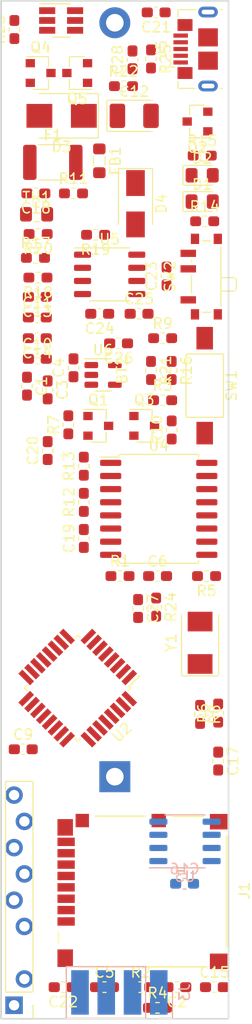
<source format=kicad_pcb>
(kicad_pcb (version 20171130) (host pcbnew "(5.1.6)-1")

  (general
    (thickness 1.6)
    (drawings 4)
    (tracks 0)
    (zones 0)
    (modules 77)
    (nets 65)
  )

  (page A4)
  (layers
    (0 F.Cu signal)
    (31 B.Cu signal)
    (32 B.Adhes user)
    (33 F.Adhes user)
    (34 B.Paste user)
    (35 F.Paste user)
    (36 B.SilkS user)
    (37 F.SilkS user hide)
    (38 B.Mask user)
    (39 F.Mask user)
    (40 Dwgs.User user)
    (41 Cmts.User user)
    (42 Eco1.User user)
    (43 Eco2.User user)
    (44 Edge.Cuts user)
    (45 Margin user)
    (46 B.CrtYd user)
    (47 F.CrtYd user)
    (48 B.Fab user hide)
    (49 F.Fab user hide)
  )

  (setup
    (last_trace_width 0.25)
    (trace_clearance 0.2)
    (zone_clearance 0.508)
    (zone_45_only no)
    (trace_min 0.2)
    (via_size 0.8)
    (via_drill 0.4)
    (via_min_size 0.4)
    (via_min_drill 0.3)
    (uvia_size 0.3)
    (uvia_drill 0.1)
    (uvias_allowed no)
    (uvia_min_size 0.2)
    (uvia_min_drill 0.1)
    (edge_width 0.05)
    (segment_width 0.2)
    (pcb_text_width 0.3)
    (pcb_text_size 1.5 1.5)
    (mod_edge_width 0.12)
    (mod_text_size 1 1)
    (mod_text_width 0.15)
    (pad_size 3.4 1.7)
    (pad_drill 0)
    (pad_to_mask_clearance 0.05)
    (aux_axis_origin 0 0)
    (visible_elements 7FFFFFFF)
    (pcbplotparams
      (layerselection 0x010fc_ffffffff)
      (usegerberextensions false)
      (usegerberattributes true)
      (usegerberadvancedattributes true)
      (creategerberjobfile true)
      (excludeedgelayer true)
      (linewidth 0.100000)
      (plotframeref false)
      (viasonmask false)
      (mode 1)
      (useauxorigin false)
      (hpglpennumber 1)
      (hpglpenspeed 20)
      (hpglpendiameter 15.000000)
      (psnegative false)
      (psa4output false)
      (plotreference true)
      (plotvalue true)
      (plotinvisibletext false)
      (padsonsilk false)
      (subtractmaskfromsilk false)
      (outputformat 1)
      (mirror false)
      (drillshape 1)
      (scaleselection 1)
      (outputdirectory ""))
  )

  (net 0 "")
  (net 1 +CR1220)
  (net 2 -CR1220)
  (net 3 Log_supply)
  (net 4 MISO)
  (net 5 SCK)
  (net 6 MOSI)
  (net 7 CS_0)
  (net 8 "Net-(C6-Pad2)")
  (net 9 "Net-(C9-Pad1)")
  (net 10 +3V3)
  (net 11 "Net-(C15-Pad2)")
  (net 12 "Net-(C16-Pad2)")
  (net 13 SCL)
  (net 14 SDA)
  (net 15 ~INT~\SQW)
  (net 16 32kHz)
  (net 17 "Net-(C21-Pad1)")
  (net 18 +USB)
  (net 19 +VBus)
  (net 20 +18650)
  (net 21 "Net-(C26-Pad1)")
  (net 22 -18650)
  (net 23 "Net-(D1-Pad2)")
  (net 24 "Net-(D1-Pad1)")
  (net 25 "Net-(D2-Pad1)")
  (net 26 "Net-(D2-Pad2)")
  (net 27 "Net-(D3-Pad1)")
  (net 28 "Net-(F1-Pad2)")
  (net 29 "Net-(J1-Pad8)")
  (net 30 "Net-(J1-Pad1)")
  (net 31 ~RESET)
  (net 32 RX)
  (net 33 TX)
  (net 34 "Net-(Q1-Pad3)")
  (net 35 "Net-(Q1-Pad1)")
  (net 36 "Net-(Q4-Pad3)")
  (net 37 "Net-(Q4-Pad1)")
  (net 38 "Net-(Q5-Pad1)")
  (net 39 "Net-(R6-Pad1)")
  (net 40 "Net-(R8-Pad2)")
  (net 41 "Net-(R17-Pad2)")
  (net 42 "Net-(R17-Pad1)")
  (net 43 "Net-(R19-Pad2)")
  (net 44 "Net-(R22-Pad1)")
  (net 45 "Net-(R23-Pad2)")
  (net 46 Log_supply_control)
  (net 47 "Net-(SW2-Pad2)")
  (net 48 "Net-(U2-Pad1)")
  (net 49 "Net-(U2-Pad2)")
  (net 50 "Net-(U2-Pad11)")
  (net 51 "Net-(U2-Pad12)")
  (net 52 "Net-(U2-Pad13)")
  (net 53 "Net-(U2-Pad19)")
  (net 54 "Net-(U2-Pad22)")
  (net 55 "Net-(U2-Pad23)")
  (net 56 "Net-(U2-Pad24)")
  (net 57 "Net-(U2-Pad25)")
  (net 58 "Net-(U2-Pad26)")
  (net 59 "Net-(JP2-Pad2)")
  (net 60 "Net-(U4-Pad4)")
  (net 61 "Net-(U7-Pad4)")
  (net 62 "Net-(J5-Pad2)")
  (net 63 "Net-(J5-Pad3)")
  (net 64 "Net-(J5-Pad4)")

  (net_class Default "This is the default net class."
    (clearance 0.2)
    (trace_width 0.25)
    (via_dia 0.8)
    (via_drill 0.4)
    (uvia_dia 0.3)
    (uvia_drill 0.1)
    (add_net +18650)
    (add_net +3V3)
    (add_net +CR1220)
    (add_net +USB)
    (add_net +VBus)
    (add_net -18650)
    (add_net -CR1220)
    (add_net 32kHz)
    (add_net CS_0)
    (add_net Log_supply)
    (add_net Log_supply_control)
    (add_net MISO)
    (add_net MOSI)
    (add_net "Net-(C15-Pad2)")
    (add_net "Net-(C16-Pad2)")
    (add_net "Net-(C21-Pad1)")
    (add_net "Net-(C26-Pad1)")
    (add_net "Net-(C6-Pad2)")
    (add_net "Net-(C9-Pad1)")
    (add_net "Net-(D1-Pad1)")
    (add_net "Net-(D1-Pad2)")
    (add_net "Net-(D2-Pad1)")
    (add_net "Net-(D2-Pad2)")
    (add_net "Net-(D3-Pad1)")
    (add_net "Net-(F1-Pad2)")
    (add_net "Net-(J1-Pad1)")
    (add_net "Net-(J1-Pad8)")
    (add_net "Net-(J5-Pad2)")
    (add_net "Net-(J5-Pad3)")
    (add_net "Net-(J5-Pad4)")
    (add_net "Net-(JP2-Pad2)")
    (add_net "Net-(Q1-Pad1)")
    (add_net "Net-(Q1-Pad3)")
    (add_net "Net-(Q4-Pad1)")
    (add_net "Net-(Q4-Pad3)")
    (add_net "Net-(Q5-Pad1)")
    (add_net "Net-(R17-Pad1)")
    (add_net "Net-(R17-Pad2)")
    (add_net "Net-(R19-Pad2)")
    (add_net "Net-(R22-Pad1)")
    (add_net "Net-(R23-Pad2)")
    (add_net "Net-(R6-Pad1)")
    (add_net "Net-(R8-Pad2)")
    (add_net "Net-(SW2-Pad2)")
    (add_net "Net-(U2-Pad1)")
    (add_net "Net-(U2-Pad11)")
    (add_net "Net-(U2-Pad12)")
    (add_net "Net-(U2-Pad13)")
    (add_net "Net-(U2-Pad19)")
    (add_net "Net-(U2-Pad2)")
    (add_net "Net-(U2-Pad22)")
    (add_net "Net-(U2-Pad23)")
    (add_net "Net-(U2-Pad24)")
    (add_net "Net-(U2-Pad25)")
    (add_net "Net-(U2-Pad26)")
    (add_net "Net-(U4-Pad4)")
    (add_net "Net-(U7-Pad4)")
    (add_net RX)
    (add_net SCK)
    (add_net SCL)
    (add_net SDA)
    (add_net TX)
    (add_net ~INT~\SQW)
    (add_net ~RESET)
  )

  (module Capacitor_Tantalum_SMD:CP_EIA-3528-21_Kemet-B_Pad1.50x2.35mm_HandSolder (layer F.Cu) (tedit 5EBA9318) (tstamp 606E24D9)
    (at 156.375 27)
    (descr "Tantalum Capacitor SMD Kemet-B (3528-21 Metric), IPC_7351 nominal, (Body size from: http://www.kemet.com/Lists/ProductCatalog/Attachments/253/KEM_TC101_STD.pdf), generated with kicad-footprint-generator")
    (tags "capacitor tantalum")
    (path /605019BA)
    (attr smd)
    (fp_text reference C12 (at 0 -2.35) (layer F.SilkS)
      (effects (font (size 1 1) (thickness 0.15)))
    )
    (fp_text value 4.7u (at 0 2.35) (layer F.Fab)
      (effects (font (size 1 1) (thickness 0.15)))
    )
    (fp_line (start 1.75 -1.4) (end -1.05 -1.4) (layer F.Fab) (width 0.1))
    (fp_line (start -1.05 -1.4) (end -1.75 -0.7) (layer F.Fab) (width 0.1))
    (fp_line (start -1.75 -0.7) (end -1.75 1.4) (layer F.Fab) (width 0.1))
    (fp_line (start -1.75 1.4) (end 1.75 1.4) (layer F.Fab) (width 0.1))
    (fp_line (start 1.75 1.4) (end 1.75 -1.4) (layer F.Fab) (width 0.1))
    (fp_line (start 1.75 -1.51) (end -2.635 -1.51) (layer F.SilkS) (width 0.12))
    (fp_line (start -2.635 -1.51) (end -2.635 1.51) (layer F.SilkS) (width 0.12))
    (fp_line (start -2.635 1.51) (end 1.75 1.51) (layer F.SilkS) (width 0.12))
    (fp_line (start -2.62 1.65) (end -2.62 -1.65) (layer F.CrtYd) (width 0.05))
    (fp_line (start -2.62 -1.65) (end 2.62 -1.65) (layer F.CrtYd) (width 0.05))
    (fp_line (start 2.62 -1.65) (end 2.62 1.65) (layer F.CrtYd) (width 0.05))
    (fp_line (start 2.62 1.65) (end -2.62 1.65) (layer F.CrtYd) (width 0.05))
    (fp_text user %R (at 0 0) (layer F.Fab)
      (effects (font (size 0.88 0.88) (thickness 0.13)))
    )
    (pad 1 smd roundrect (at -1.625 0) (size 1.5 2.35) (layers F.Cu F.Paste F.Mask) (roundrect_rratio 0.166667)
      (net 10 +3V3))
    (pad 2 smd roundrect (at 1.625 0) (size 1.5 2.35) (layers F.Cu F.Paste F.Mask) (roundrect_rratio 0.166667)
      (net 2 -CR1220))
    (model ${KISYS3DMOD}/Capacitor_Tantalum_SMD.3dshapes/CP_EIA-3528-21_Kemet-B.wrl
      (at (xyz 0 0 0))
      (scale (xyz 1 1 1))
      (rotate (xyz 0 0 0))
    )
  )

  (module LED_SMD:LED_0805_2012Metric_Pad1.15x1.40mm_HandSolder (layer F.Cu) (tedit 5F68FEF1) (tstamp 606E25FC)
    (at 162.95 35.29)
    (descr "LED SMD 0805 (2012 Metric), square (rectangular) end terminal, IPC_7351 nominal, (Body size source: https://docs.google.com/spreadsheets/d/1BsfQQcO9C6DZCsRaXUlFlo91Tg2WpOkGARC1WS5S8t0/edit?usp=sharing), generated with kicad-footprint-generator")
    (tags "LED handsolder")
    (path /604B44EE)
    (attr smd)
    (fp_text reference D1 (at 0 -1.65) (layer F.SilkS)
      (effects (font (size 1 1) (thickness 0.15)))
    )
    (fp_text value LED (at 0 1.65) (layer F.Fab)
      (effects (font (size 1 1) (thickness 0.15)))
    )
    (fp_line (start 1.85 0.95) (end -1.85 0.95) (layer F.CrtYd) (width 0.05))
    (fp_line (start 1.85 -0.95) (end 1.85 0.95) (layer F.CrtYd) (width 0.05))
    (fp_line (start -1.85 -0.95) (end 1.85 -0.95) (layer F.CrtYd) (width 0.05))
    (fp_line (start -1.85 0.95) (end -1.85 -0.95) (layer F.CrtYd) (width 0.05))
    (fp_line (start -1.86 0.96) (end 1 0.96) (layer F.SilkS) (width 0.12))
    (fp_line (start -1.86 -0.96) (end -1.86 0.96) (layer F.SilkS) (width 0.12))
    (fp_line (start 1 -0.96) (end -1.86 -0.96) (layer F.SilkS) (width 0.12))
    (fp_line (start 1 0.6) (end 1 -0.6) (layer F.Fab) (width 0.1))
    (fp_line (start -1 0.6) (end 1 0.6) (layer F.Fab) (width 0.1))
    (fp_line (start -1 -0.3) (end -1 0.6) (layer F.Fab) (width 0.1))
    (fp_line (start -0.7 -0.6) (end -1 -0.3) (layer F.Fab) (width 0.1))
    (fp_line (start 1 -0.6) (end -0.7 -0.6) (layer F.Fab) (width 0.1))
    (fp_text user %R (at 0 0) (layer F.Fab)
      (effects (font (size 0.5 0.5) (thickness 0.08)))
    )
    (pad 2 smd roundrect (at 1.025 0) (size 1.15 1.4) (layers F.Cu F.Paste F.Mask) (roundrect_rratio 0.217391)
      (net 23 "Net-(D1-Pad2)"))
    (pad 1 smd roundrect (at -1.025 0) (size 1.15 1.4) (layers F.Cu F.Paste F.Mask) (roundrect_rratio 0.217391)
      (net 24 "Net-(D1-Pad1)"))
    (model ${KISYS3DMOD}/LED_SMD.3dshapes/LED_0805_2012Metric.wrl
      (at (xyz 0 0 0))
      (scale (xyz 1 1 1))
      (rotate (xyz 0 0 0))
    )
  )

  (module LED_SMD:LED_0805_2012Metric_Pad1.15x1.40mm_HandSolder (layer F.Cu) (tedit 5F68FEF1) (tstamp 606E260F)
    (at 162.95 32.75)
    (descr "LED SMD 0805 (2012 Metric), square (rectangular) end terminal, IPC_7351 nominal, (Body size source: https://docs.google.com/spreadsheets/d/1BsfQQcO9C6DZCsRaXUlFlo91Tg2WpOkGARC1WS5S8t0/edit?usp=sharing), generated with kicad-footprint-generator")
    (tags "LED handsolder")
    (path /604C35C6)
    (attr smd)
    (fp_text reference D2 (at 0 -1.65) (layer F.SilkS)
      (effects (font (size 1 1) (thickness 0.15)))
    )
    (fp_text value LED (at 0 1.65) (layer F.Fab)
      (effects (font (size 1 1) (thickness 0.15)))
    )
    (fp_line (start 1 -0.6) (end -0.7 -0.6) (layer F.Fab) (width 0.1))
    (fp_line (start -0.7 -0.6) (end -1 -0.3) (layer F.Fab) (width 0.1))
    (fp_line (start -1 -0.3) (end -1 0.6) (layer F.Fab) (width 0.1))
    (fp_line (start -1 0.6) (end 1 0.6) (layer F.Fab) (width 0.1))
    (fp_line (start 1 0.6) (end 1 -0.6) (layer F.Fab) (width 0.1))
    (fp_line (start 1 -0.96) (end -1.86 -0.96) (layer F.SilkS) (width 0.12))
    (fp_line (start -1.86 -0.96) (end -1.86 0.96) (layer F.SilkS) (width 0.12))
    (fp_line (start -1.86 0.96) (end 1 0.96) (layer F.SilkS) (width 0.12))
    (fp_line (start -1.85 0.95) (end -1.85 -0.95) (layer F.CrtYd) (width 0.05))
    (fp_line (start -1.85 -0.95) (end 1.85 -0.95) (layer F.CrtYd) (width 0.05))
    (fp_line (start 1.85 -0.95) (end 1.85 0.95) (layer F.CrtYd) (width 0.05))
    (fp_line (start 1.85 0.95) (end -1.85 0.95) (layer F.CrtYd) (width 0.05))
    (fp_text user %R (at 0 0) (layer F.Fab)
      (effects (font (size 0.5 0.5) (thickness 0.08)))
    )
    (pad 1 smd roundrect (at -1.025 0) (size 1.15 1.4) (layers F.Cu F.Paste F.Mask) (roundrect_rratio 0.217391)
      (net 25 "Net-(D2-Pad1)"))
    (pad 2 smd roundrect (at 1.025 0) (size 1.15 1.4) (layers F.Cu F.Paste F.Mask) (roundrect_rratio 0.217391)
      (net 26 "Net-(D2-Pad2)"))
    (model ${KISYS3DMOD}/LED_SMD.3dshapes/LED_0805_2012Metric.wrl
      (at (xyz 0 0 0))
      (scale (xyz 1 1 1))
      (rotate (xyz 0 0 0))
    )
  )

  (module Resistor_SMD:R_1812_4532Metric_Pad1.30x3.40mm_HandSolder (layer F.Cu) (tedit 5F68FEEE) (tstamp 606E2650)
    (at 148.5 31.5)
    (descr "Resistor SMD 1812 (4532 Metric), square (rectangular) end terminal, IPC_7351 nominal with elongated pad for handsoldering. (Body size source: https://www.nikhef.nl/pub/departments/mt/projects/detectorR_D/dtddice/ERJ2G.pdf), generated with kicad-footprint-generator")
    (tags "resistor handsolder")
    (path /607E8FEE)
    (attr smd)
    (fp_text reference F1 (at 0 -2.65) (layer F.SilkS)
      (effects (font (size 1 1) (thickness 0.15)))
    )
    (fp_text value MF-MSMF050/30 (at 0 2.65) (layer F.Fab)
      (effects (font (size 1 1) (thickness 0.15)))
    )
    (fp_line (start -2.25 1.6) (end -2.25 -1.6) (layer F.Fab) (width 0.1))
    (fp_line (start -2.25 -1.6) (end 2.25 -1.6) (layer F.Fab) (width 0.1))
    (fp_line (start 2.25 -1.6) (end 2.25 1.6) (layer F.Fab) (width 0.1))
    (fp_line (start 2.25 1.6) (end -2.25 1.6) (layer F.Fab) (width 0.1))
    (fp_line (start -1.386252 -1.71) (end 1.386252 -1.71) (layer F.SilkS) (width 0.12))
    (fp_line (start -1.386252 1.71) (end 1.386252 1.71) (layer F.SilkS) (width 0.12))
    (fp_line (start -3.12 1.95) (end -3.12 -1.95) (layer F.CrtYd) (width 0.05))
    (fp_line (start -3.12 -1.95) (end 3.12 -1.95) (layer F.CrtYd) (width 0.05))
    (fp_line (start 3.12 -1.95) (end 3.12 1.95) (layer F.CrtYd) (width 0.05))
    (fp_line (start 3.12 1.95) (end -3.12 1.95) (layer F.CrtYd) (width 0.05))
    (fp_text user %R (at 0 0) (layer F.Fab)
      (effects (font (size 1 1) (thickness 0.15)))
    )
    (pad 1 smd roundrect (at -2.225 0) (size 1.3 3.4) (layers F.Cu F.Paste F.Mask) (roundrect_rratio 0.192308)
      (net 18 +USB))
    (pad 2 smd roundrect (at 2.225 0) (size 1.3 3.4) (layers F.Cu F.Paste F.Mask) (roundrect_rratio 0.192308)
      (net 28 "Net-(F1-Pad2)"))
    (model ${KISYS3DMOD}/Resistor_SMD.3dshapes/R_1812_4532Metric.wrl
      (at (xyz 0 0 0))
      (scale (xyz 1 1 1))
      (rotate (xyz 0 0 0))
    )
  )

  (module Inductor_SMD:L_0805_2012Metric_Pad1.05x1.20mm_HandSolder (layer F.Cu) (tedit 5F68FEF0) (tstamp 606E2661)
    (at 153 31.35 270)
    (descr "Inductor SMD 0805 (2012 Metric), square (rectangular) end terminal, IPC_7351 nominal with elongated pad for handsoldering. (Body size source: IPC-SM-782 page 80, https://www.pcb-3d.com/wordpress/wp-content/uploads/ipc-sm-782a_amendment_1_and_2.pdf), generated with kicad-footprint-generator")
    (tags "inductor handsolder")
    (path /607E58A0)
    (attr smd)
    (fp_text reference FB1 (at 0 -1.55 90) (layer F.SilkS)
      (effects (font (size 1 1) (thickness 0.15)))
    )
    (fp_text value CB05YTYH600-1 (at 0 1.55 90) (layer F.Fab)
      (effects (font (size 1 1) (thickness 0.15)))
    )
    (fp_line (start -1 0.45) (end -1 -0.45) (layer F.Fab) (width 0.1))
    (fp_line (start -1 -0.45) (end 1 -0.45) (layer F.Fab) (width 0.1))
    (fp_line (start 1 -0.45) (end 1 0.45) (layer F.Fab) (width 0.1))
    (fp_line (start 1 0.45) (end -1 0.45) (layer F.Fab) (width 0.1))
    (fp_line (start -0.410242 -0.56) (end 0.410242 -0.56) (layer F.SilkS) (width 0.12))
    (fp_line (start -0.410242 0.56) (end 0.410242 0.56) (layer F.SilkS) (width 0.12))
    (fp_line (start -1.92 0.85) (end -1.92 -0.85) (layer F.CrtYd) (width 0.05))
    (fp_line (start -1.92 -0.85) (end 1.92 -0.85) (layer F.CrtYd) (width 0.05))
    (fp_line (start 1.92 -0.85) (end 1.92 0.85) (layer F.CrtYd) (width 0.05))
    (fp_line (start 1.92 0.85) (end -1.92 0.85) (layer F.CrtYd) (width 0.05))
    (fp_text user %R (at 0 0 90) (layer F.Fab)
      (effects (font (size 0.5 0.5) (thickness 0.08)))
    )
    (pad 1 smd roundrect (at -1.15 0 270) (size 1.05 1.2) (layers F.Cu F.Paste F.Mask) (roundrect_rratio 0.238095)
      (net 27 "Net-(D3-Pad1)"))
    (pad 2 smd roundrect (at 1.15 0 270) (size 1.05 1.2) (layers F.Cu F.Paste F.Mask) (roundrect_rratio 0.238095)
      (net 28 "Net-(F1-Pad2)"))
    (model ${KISYS3DMOD}/Inductor_SMD.3dshapes/L_0805_2012Metric.wrl
      (at (xyz 0 0 0))
      (scale (xyz 1 1 1))
      (rotate (xyz 0 0 0))
    )
  )

  (module IgorFootprints:molex-MicroSD-5027740891 (layer F.Cu) (tedit 606CF806) (tstamp 606E2680)
    (at 167.537 101.9171 270)
    (path /60445553)
    (fp_text reference J1 (at 0 0.5 90) (layer F.SilkS)
      (effects (font (size 1 1) (thickness 0.15)))
    )
    (fp_text value Micro_SD_Card (at 0 -1.25 90) (layer F.Fab)
      (effects (font (size 1 1) (thickness 0.15)))
    )
    (fp_line (start -7.0662 18.365) (end 7.234 18.365) (layer F.Fab) (width 0.1524))
    (fp_line (start 5.45026 2.236) (end -5.28246 2.236) (layer F.SilkS) (width 0.1524))
    (fp_line (start -7.1932 10.11) (end -7.1932 14.8852) (layer F.SilkS) (width 0.1524))
    (fp_line (start 7.361 16.538054) (end 7.361 4.475594) (layer F.SilkS) (width 0.1524))
    (fp_line (start -8.0822 19) (end 8.25 19) (layer F.CrtYd) (width 0.1524))
    (fp_line (start 4.024304 18.492) (end 5.050464 18.492) (layer F.SilkS) (width 0.1524))
    (fp_line (start -7.1932 4.475594) (end -7.1932 7.447394) (layer F.SilkS) (width 0.1524))
    (fp_line (start -8.0822 1.728) (end -8.0822 19) (layer F.CrtYd) (width 0.1524))
    (fp_line (start 8.25 19) (end 8.25 1.728) (layer F.CrtYd) (width 0.1524))
    (fp_line (start 7.234 18.365) (end 7.234 2.363) (layer F.Fab) (width 0.1524))
    (fp_line (start 8.25 1.728) (end -8.0822 1.728) (layer F.CrtYd) (width 0.1524))
    (fp_line (start -7.0662 2.363) (end -7.0662 18.365) (layer F.Fab) (width 0.1524))
    (fp_line (start 7.234 2.363) (end -7.0662 2.363) (layer F.Fab) (width 0.1524))
    (pad 3 smd rect (at 0.7829 17.751006 270) (size 0.8128 1.6764) (layers F.Cu F.Paste F.Mask)
      (net 6 MOSI))
    (pad 6 smd rect (at -2.5171 17.751006 270) (size 0.8128 1.6764) (layers F.Cu F.Paste F.Mask)
      (net 2 -CR1220))
    (pad 4 smd rect (at -0.3171 17.751006 270) (size 0.8128 1.6764) (layers F.Cu F.Paste F.Mask)
      (net 3 Log_supply))
    (pad 8 smd rect (at -4.7171 17.751006 270) (size 0.8128 1.6764) (layers F.Cu F.Paste F.Mask)
      (net 29 "Net-(J1-Pad8)"))
    (pad 5 smd rect (at -1.4171 17.751006 270) (size 0.8128 1.6764) (layers F.Cu F.Paste F.Mask)
      (net 5 SCK))
    (pad 7 smd rect (at -3.6171 17.751006 270) (size 0.8128 1.6764) (layers F.Cu F.Paste F.Mask)
      (net 4 MISO))
    (pad 13 smd rect (at -6.1172 17.839906 270) (size 1.6002 1.4986) (layers F.Cu F.Paste F.Mask))
    (pad 9 smd rect (at -6.666753 2.989706 270) (size 1.4986 1.7018) (layers F.Cu F.Paste F.Mask)
      (net 8 "Net-(C6-Pad2)"))
    (pad 12 smd rect (at -6.7751 16.187 270) (size 1.2954 1.2954) (layers F.Cu F.Paste F.Mask))
    (pad 14 smd rect (at 6.5334 17.839906 270) (size 1.7018 1.4986) (layers F.Cu F.Paste F.Mask))
    (pad 10 smd rect (at 6.834547 2.989706 270) (size 1.4986 1.7018) (layers F.Cu F.Paste F.Mask))
    (pad 2 smd rect (at 1.8829 17.751006 270) (size 0.8128 1.6764) (layers F.Cu F.Paste F.Mask)
      (net 7 CS_0))
    (pad 11 smd rect (at -6.7751 8.787 270) (size 1.2954 1.397) (layers F.Cu F.Paste F.Mask))
    (pad 1 smd rect (at 2.9829 17.751006 270) (size 0.8128 1.6764) (layers F.Cu F.Paste F.Mask)
      (net 30 "Net-(J1-Pad1)"))
    (model ${KISYS3DMOD}/Igor3Dshapes.3dshapes/5027740891.step
      (offset (xyz -3.35 -11.1 -0.35))
      (scale (xyz 1 1 1))
      (rotate (xyz 180 0 0))
    )
  )

  (module Package_TO_SOT_SMD:SOT-23 (layer F.Cu) (tedit 5A02FF57) (tstamp 606E26CD)
    (at 152.9 56.975)
    (descr "SOT-23, Standard")
    (tags SOT-23)
    (path /60C319F3)
    (attr smd)
    (fp_text reference Q1 (at 0 -2.5) (layer F.SilkS)
      (effects (font (size 1 1) (thickness 0.15)))
    )
    (fp_text value AO3400A (at 0 2.5) (layer F.Fab)
      (effects (font (size 1 1) (thickness 0.15)))
    )
    (fp_line (start 0.76 1.58) (end -0.7 1.58) (layer F.SilkS) (width 0.12))
    (fp_line (start 0.76 -1.58) (end -1.4 -1.58) (layer F.SilkS) (width 0.12))
    (fp_line (start -1.7 1.75) (end -1.7 -1.75) (layer F.CrtYd) (width 0.05))
    (fp_line (start 1.7 1.75) (end -1.7 1.75) (layer F.CrtYd) (width 0.05))
    (fp_line (start 1.7 -1.75) (end 1.7 1.75) (layer F.CrtYd) (width 0.05))
    (fp_line (start -1.7 -1.75) (end 1.7 -1.75) (layer F.CrtYd) (width 0.05))
    (fp_line (start 0.76 -1.58) (end 0.76 -0.65) (layer F.SilkS) (width 0.12))
    (fp_line (start 0.76 1.58) (end 0.76 0.65) (layer F.SilkS) (width 0.12))
    (fp_line (start -0.7 1.52) (end 0.7 1.52) (layer F.Fab) (width 0.1))
    (fp_line (start 0.7 -1.52) (end 0.7 1.52) (layer F.Fab) (width 0.1))
    (fp_line (start -0.7 -0.95) (end -0.15 -1.52) (layer F.Fab) (width 0.1))
    (fp_line (start -0.15 -1.52) (end 0.7 -1.52) (layer F.Fab) (width 0.1))
    (fp_line (start -0.7 -0.95) (end -0.7 1.5) (layer F.Fab) (width 0.1))
    (fp_text user %R (at 0 0 90) (layer F.Fab)
      (effects (font (size 0.5 0.5) (thickness 0.075)))
    )
    (pad 3 smd rect (at 1 0) (size 0.9 0.8) (layers F.Cu F.Paste F.Mask)
      (net 34 "Net-(Q1-Pad3)"))
    (pad 2 smd rect (at -1 0.95) (size 0.9 0.8) (layers F.Cu F.Paste F.Mask)
      (net 2 -CR1220))
    (pad 1 smd rect (at -1 -0.95) (size 0.9 0.8) (layers F.Cu F.Paste F.Mask)
      (net 35 "Net-(Q1-Pad1)"))
    (model ${KISYS3DMOD}/Package_TO_SOT_SMD.3dshapes/SOT-23.wrl
      (at (xyz 0 0 0))
      (scale (xyz 1 1 1))
      (rotate (xyz 0 0 0))
    )
  )

  (module Package_TO_SOT_SMD:SOT-23 (layer F.Cu) (tedit 5A02FF57) (tstamp 606E26E2)
    (at 162.5 27.55 180)
    (descr "SOT-23, Standard")
    (tags SOT-23)
    (path /608F168C)
    (attr smd)
    (fp_text reference Q2 (at 0 -2.5) (layer F.SilkS)
      (effects (font (size 1 1) (thickness 0.15)))
    )
    (fp_text value AO3401A (at 0 2.5) (layer F.Fab)
      (effects (font (size 1 1) (thickness 0.15)))
    )
    (fp_line (start -0.7 -0.95) (end -0.7 1.5) (layer F.Fab) (width 0.1))
    (fp_line (start -0.15 -1.52) (end 0.7 -1.52) (layer F.Fab) (width 0.1))
    (fp_line (start -0.7 -0.95) (end -0.15 -1.52) (layer F.Fab) (width 0.1))
    (fp_line (start 0.7 -1.52) (end 0.7 1.52) (layer F.Fab) (width 0.1))
    (fp_line (start -0.7 1.52) (end 0.7 1.52) (layer F.Fab) (width 0.1))
    (fp_line (start 0.76 1.58) (end 0.76 0.65) (layer F.SilkS) (width 0.12))
    (fp_line (start 0.76 -1.58) (end 0.76 -0.65) (layer F.SilkS) (width 0.12))
    (fp_line (start -1.7 -1.75) (end 1.7 -1.75) (layer F.CrtYd) (width 0.05))
    (fp_line (start 1.7 -1.75) (end 1.7 1.75) (layer F.CrtYd) (width 0.05))
    (fp_line (start 1.7 1.75) (end -1.7 1.75) (layer F.CrtYd) (width 0.05))
    (fp_line (start -1.7 1.75) (end -1.7 -1.75) (layer F.CrtYd) (width 0.05))
    (fp_line (start 0.76 -1.58) (end -1.4 -1.58) (layer F.SilkS) (width 0.12))
    (fp_line (start 0.76 1.58) (end -0.7 1.58) (layer F.SilkS) (width 0.12))
    (fp_text user %R (at 0 0 90) (layer F.Fab)
      (effects (font (size 0.5 0.5) (thickness 0.075)))
    )
    (pad 1 smd rect (at -1 -0.95 180) (size 0.9 0.8) (layers F.Cu F.Paste F.Mask)
      (net 18 +USB))
    (pad 2 smd rect (at -1 0.95 180) (size 0.9 0.8) (layers F.Cu F.Paste F.Mask)
      (net 19 +VBus))
    (pad 3 smd rect (at 1 0 180) (size 0.9 0.8) (layers F.Cu F.Paste F.Mask)
      (net 20 +18650))
    (model ${KISYS3DMOD}/Package_TO_SOT_SMD.3dshapes/SOT-23.wrl
      (at (xyz 0 0 0))
      (scale (xyz 1 1 1))
      (rotate (xyz 0 0 0))
    )
  )

  (module Package_TO_SOT_SMD:SOT-23 (layer F.Cu) (tedit 5A02FF57) (tstamp 606E26F7)
    (at 157.345 56.975)
    (descr "SOT-23, Standard")
    (tags SOT-23)
    (path /606F8249)
    (attr smd)
    (fp_text reference Q3 (at 0 -2.5) (layer F.SilkS)
      (effects (font (size 1 1) (thickness 0.15)))
    )
    (fp_text value AO3401A (at 0 2.5) (layer F.Fab)
      (effects (font (size 1 1) (thickness 0.15)))
    )
    (fp_line (start -0.7 -0.95) (end -0.7 1.5) (layer F.Fab) (width 0.1))
    (fp_line (start -0.15 -1.52) (end 0.7 -1.52) (layer F.Fab) (width 0.1))
    (fp_line (start -0.7 -0.95) (end -0.15 -1.52) (layer F.Fab) (width 0.1))
    (fp_line (start 0.7 -1.52) (end 0.7 1.52) (layer F.Fab) (width 0.1))
    (fp_line (start -0.7 1.52) (end 0.7 1.52) (layer F.Fab) (width 0.1))
    (fp_line (start 0.76 1.58) (end 0.76 0.65) (layer F.SilkS) (width 0.12))
    (fp_line (start 0.76 -1.58) (end 0.76 -0.65) (layer F.SilkS) (width 0.12))
    (fp_line (start -1.7 -1.75) (end 1.7 -1.75) (layer F.CrtYd) (width 0.05))
    (fp_line (start 1.7 -1.75) (end 1.7 1.75) (layer F.CrtYd) (width 0.05))
    (fp_line (start 1.7 1.75) (end -1.7 1.75) (layer F.CrtYd) (width 0.05))
    (fp_line (start -1.7 1.75) (end -1.7 -1.75) (layer F.CrtYd) (width 0.05))
    (fp_line (start 0.76 -1.58) (end -1.4 -1.58) (layer F.SilkS) (width 0.12))
    (fp_line (start 0.76 1.58) (end -0.7 1.58) (layer F.SilkS) (width 0.12))
    (fp_text user %R (at 0 0 90) (layer F.Fab)
      (effects (font (size 0.5 0.5) (thickness 0.075)))
    )
    (pad 1 smd rect (at -1 -0.95) (size 0.9 0.8) (layers F.Cu F.Paste F.Mask)
      (net 34 "Net-(Q1-Pad3)"))
    (pad 2 smd rect (at -1 0.95) (size 0.9 0.8) (layers F.Cu F.Paste F.Mask)
      (net 10 +3V3))
    (pad 3 smd rect (at 1 0) (size 0.9 0.8) (layers F.Cu F.Paste F.Mask)
      (net 3 Log_supply))
    (model ${KISYS3DMOD}/Package_TO_SOT_SMD.3dshapes/SOT-23.wrl
      (at (xyz 0 0 0))
      (scale (xyz 1 1 1))
      (rotate (xyz 0 0 0))
    )
  )

  (module Package_TO_SOT_SMD:SOT-23 (layer F.Cu) (tedit 5A02FF57) (tstamp 606E270C)
    (at 147.32 22.86)
    (descr "SOT-23, Standard")
    (tags SOT-23)
    (path /6070D0AA)
    (attr smd)
    (fp_text reference Q4 (at 0 -2.5) (layer F.SilkS)
      (effects (font (size 1 1) (thickness 0.15)))
    )
    (fp_text value AO3400A (at 0 2.5) (layer F.Fab)
      (effects (font (size 1 1) (thickness 0.15)))
    )
    (fp_line (start 0.76 1.58) (end -0.7 1.58) (layer F.SilkS) (width 0.12))
    (fp_line (start 0.76 -1.58) (end -1.4 -1.58) (layer F.SilkS) (width 0.12))
    (fp_line (start -1.7 1.75) (end -1.7 -1.75) (layer F.CrtYd) (width 0.05))
    (fp_line (start 1.7 1.75) (end -1.7 1.75) (layer F.CrtYd) (width 0.05))
    (fp_line (start 1.7 -1.75) (end 1.7 1.75) (layer F.CrtYd) (width 0.05))
    (fp_line (start -1.7 -1.75) (end 1.7 -1.75) (layer F.CrtYd) (width 0.05))
    (fp_line (start 0.76 -1.58) (end 0.76 -0.65) (layer F.SilkS) (width 0.12))
    (fp_line (start 0.76 1.58) (end 0.76 0.65) (layer F.SilkS) (width 0.12))
    (fp_line (start -0.7 1.52) (end 0.7 1.52) (layer F.Fab) (width 0.1))
    (fp_line (start 0.7 -1.52) (end 0.7 1.52) (layer F.Fab) (width 0.1))
    (fp_line (start -0.7 -0.95) (end -0.15 -1.52) (layer F.Fab) (width 0.1))
    (fp_line (start -0.15 -1.52) (end 0.7 -1.52) (layer F.Fab) (width 0.1))
    (fp_line (start -0.7 -0.95) (end -0.7 1.5) (layer F.Fab) (width 0.1))
    (fp_text user %R (at 0 0 90) (layer F.Fab)
      (effects (font (size 0.5 0.5) (thickness 0.075)))
    )
    (pad 3 smd rect (at 1 0) (size 0.9 0.8) (layers F.Cu F.Paste F.Mask)
      (net 36 "Net-(Q4-Pad3)"))
    (pad 2 smd rect (at -1 0.95) (size 0.9 0.8) (layers F.Cu F.Paste F.Mask)
      (net 2 -CR1220))
    (pad 1 smd rect (at -1 -0.95) (size 0.9 0.8) (layers F.Cu F.Paste F.Mask)
      (net 37 "Net-(Q4-Pad1)"))
    (model ${KISYS3DMOD}/Package_TO_SOT_SMD.3dshapes/SOT-23.wrl
      (at (xyz 0 0 0))
      (scale (xyz 1 1 1))
      (rotate (xyz 0 0 0))
    )
  )

  (module Package_TO_SOT_SMD:SOT-23 (layer F.Cu) (tedit 5A02FF57) (tstamp 606E2721)
    (at 150.86 22.86 180)
    (descr "SOT-23, Standard")
    (tags SOT-23)
    (path /606FB0E3)
    (attr smd)
    (fp_text reference Q5 (at 0 -2.5) (layer F.SilkS)
      (effects (font (size 1 1) (thickness 0.15)))
    )
    (fp_text value AO3400A (at 0 2.5) (layer F.Fab)
      (effects (font (size 1 1) (thickness 0.15)))
    )
    (fp_line (start -0.7 -0.95) (end -0.7 1.5) (layer F.Fab) (width 0.1))
    (fp_line (start -0.15 -1.52) (end 0.7 -1.52) (layer F.Fab) (width 0.1))
    (fp_line (start -0.7 -0.95) (end -0.15 -1.52) (layer F.Fab) (width 0.1))
    (fp_line (start 0.7 -1.52) (end 0.7 1.52) (layer F.Fab) (width 0.1))
    (fp_line (start -0.7 1.52) (end 0.7 1.52) (layer F.Fab) (width 0.1))
    (fp_line (start 0.76 1.58) (end 0.76 0.65) (layer F.SilkS) (width 0.12))
    (fp_line (start 0.76 -1.58) (end 0.76 -0.65) (layer F.SilkS) (width 0.12))
    (fp_line (start -1.7 -1.75) (end 1.7 -1.75) (layer F.CrtYd) (width 0.05))
    (fp_line (start 1.7 -1.75) (end 1.7 1.75) (layer F.CrtYd) (width 0.05))
    (fp_line (start 1.7 1.75) (end -1.7 1.75) (layer F.CrtYd) (width 0.05))
    (fp_line (start -1.7 1.75) (end -1.7 -1.75) (layer F.CrtYd) (width 0.05))
    (fp_line (start 0.76 -1.58) (end -1.4 -1.58) (layer F.SilkS) (width 0.12))
    (fp_line (start 0.76 1.58) (end -0.7 1.58) (layer F.SilkS) (width 0.12))
    (fp_text user %R (at 0 0 90) (layer F.Fab)
      (effects (font (size 0.5 0.5) (thickness 0.075)))
    )
    (pad 1 smd rect (at -1 -0.95 180) (size 0.9 0.8) (layers F.Cu F.Paste F.Mask)
      (net 38 "Net-(Q5-Pad1)"))
    (pad 2 smd rect (at -1 0.95 180) (size 0.9 0.8) (layers F.Cu F.Paste F.Mask)
      (net 22 -18650))
    (pad 3 smd rect (at 1 0 180) (size 0.9 0.8) (layers F.Cu F.Paste F.Mask)
      (net 36 "Net-(Q4-Pad3)"))
    (model ${KISYS3DMOD}/Package_TO_SOT_SMD.3dshapes/SOT-23.wrl
      (at (xyz 0 0 0))
      (scale (xyz 1 1 1))
      (rotate (xyz 0 0 0))
    )
  )

  (module Button_Switch_SMD:SW_SPST_FSMSM (layer F.Cu) (tedit 5A02FC95) (tstamp 606E28E5)
    (at 163.195 53.09 270)
    (descr http://www.te.com/commerce/DocumentDelivery/DDEController?Action=srchrtrv&DocNm=1437566-3&DocType=Customer+Drawing&DocLang=English)
    (tags "SPST button tactile switch")
    (path /604DF52F)
    (attr smd)
    (fp_text reference SW1 (at 0 -2.6 90) (layer F.SilkS)
      (effects (font (size 1 1) (thickness 0.15)))
    )
    (fp_text value SW_Push (at 0 3 90) (layer F.Fab)
      (effects (font (size 1 1) (thickness 0.15)))
    )
    (fp_line (start -1.75 -1) (end 1.75 -1) (layer F.Fab) (width 0.1))
    (fp_line (start 1.75 -1) (end 1.75 1) (layer F.Fab) (width 0.1))
    (fp_line (start 1.75 1) (end -1.75 1) (layer F.Fab) (width 0.1))
    (fp_line (start -1.75 1) (end -1.75 -1) (layer F.Fab) (width 0.1))
    (fp_line (start -3.06 -1.81) (end 3.06 -1.81) (layer F.SilkS) (width 0.12))
    (fp_line (start 3.06 -1.81) (end 3.06 1.81) (layer F.SilkS) (width 0.12))
    (fp_line (start 3.06 1.81) (end -3.06 1.81) (layer F.SilkS) (width 0.12))
    (fp_line (start -3.06 1.81) (end -3.06 -1.81) (layer F.SilkS) (width 0.12))
    (fp_line (start -1.5 0.8) (end 1.5 0.8) (layer F.Fab) (width 0.1))
    (fp_line (start -1.5 -0.8) (end 1.5 -0.8) (layer F.Fab) (width 0.1))
    (fp_line (start 1.5 -0.8) (end 1.5 0.8) (layer F.Fab) (width 0.1))
    (fp_line (start -1.5 -0.8) (end -1.5 0.8) (layer F.Fab) (width 0.1))
    (fp_line (start -5.95 2) (end 5.95 2) (layer F.CrtYd) (width 0.05))
    (fp_line (start 5.95 -2) (end 5.95 2) (layer F.CrtYd) (width 0.05))
    (fp_line (start -3 1.75) (end 3 1.75) (layer F.Fab) (width 0.1))
    (fp_line (start -3 -1.75) (end 3 -1.75) (layer F.Fab) (width 0.1))
    (fp_line (start -3 -1.75) (end -3 1.75) (layer F.Fab) (width 0.1))
    (fp_line (start 3 -1.75) (end 3 1.75) (layer F.Fab) (width 0.1))
    (fp_line (start -5.95 -2) (end -5.95 2) (layer F.CrtYd) (width 0.05))
    (fp_line (start -5.95 -2) (end 5.95 -2) (layer F.CrtYd) (width 0.05))
    (fp_text user %R (at 0 -2.6 90) (layer F.Fab)
      (effects (font (size 1 1) (thickness 0.15)))
    )
    (pad 1 smd rect (at -4.59 0 270) (size 2.18 1.6) (layers F.Cu F.Paste F.Mask)
      (net 31 ~RESET))
    (pad 2 smd rect (at 4.59 0 270) (size 2.18 1.6) (layers F.Cu F.Paste F.Mask)
      (net 2 -CR1220))
    (model ${KISYS3DMOD}/Button_Switch_SMD.3dshapes/SW_SPST_FSMSM.wrl
      (at (xyz 0 0 0))
      (scale (xyz 1 1 1))
      (rotate (xyz 0 0 0))
    )
  )

  (module Button_Switch_SMD:SW_SPDT_PCM12 (layer F.Cu) (tedit 5A02FC95) (tstamp 606E290F)
    (at 163.035 42.545 90)
    (descr "Ultraminiature Surface Mount Slide Switch, right-angle, https://www.ckswitches.com/media/1424/pcm.pdf")
    (path /6088BDC8)
    (attr smd)
    (fp_text reference SW2 (at 0 -3.2 90) (layer F.SilkS)
      (effects (font (size 1 1) (thickness 0.15)))
    )
    (fp_text value SW_SPDT (at 0 4.25 90) (layer F.Fab)
      (effects (font (size 1 1) (thickness 0.15)))
    )
    (fp_line (start -1.4 1.65) (end -1.4 2.95) (layer F.Fab) (width 0.1))
    (fp_line (start -1.4 2.95) (end -1.2 3.15) (layer F.Fab) (width 0.1))
    (fp_line (start -1.2 3.15) (end -0.35 3.15) (layer F.Fab) (width 0.1))
    (fp_line (start -0.35 3.15) (end -0.15 2.95) (layer F.Fab) (width 0.1))
    (fp_line (start -0.15 2.95) (end -0.1 2.9) (layer F.Fab) (width 0.1))
    (fp_line (start -0.1 2.9) (end -0.1 1.6) (layer F.Fab) (width 0.1))
    (fp_line (start -3.35 -1) (end -3.35 1.6) (layer F.Fab) (width 0.1))
    (fp_line (start -3.35 1.6) (end 3.35 1.6) (layer F.Fab) (width 0.1))
    (fp_line (start 3.35 1.6) (end 3.35 -1) (layer F.Fab) (width 0.1))
    (fp_line (start 3.35 -1) (end -3.35 -1) (layer F.Fab) (width 0.1))
    (fp_line (start 1.4 -1.12) (end 1.6 -1.12) (layer F.SilkS) (width 0.12))
    (fp_line (start -4.4 -2.45) (end 4.4 -2.45) (layer F.CrtYd) (width 0.05))
    (fp_line (start 4.4 -2.45) (end 4.4 2.1) (layer F.CrtYd) (width 0.05))
    (fp_line (start 4.4 2.1) (end 1.65 2.1) (layer F.CrtYd) (width 0.05))
    (fp_line (start 1.65 2.1) (end 1.65 3.4) (layer F.CrtYd) (width 0.05))
    (fp_line (start 1.65 3.4) (end -1.65 3.4) (layer F.CrtYd) (width 0.05))
    (fp_line (start -1.65 3.4) (end -1.65 2.1) (layer F.CrtYd) (width 0.05))
    (fp_line (start -1.65 2.1) (end -4.4 2.1) (layer F.CrtYd) (width 0.05))
    (fp_line (start -4.4 2.1) (end -4.4 -2.45) (layer F.CrtYd) (width 0.05))
    (fp_line (start -1.4 3.02) (end -1.2 3.23) (layer F.SilkS) (width 0.12))
    (fp_line (start -0.1 3.02) (end -0.3 3.23) (layer F.SilkS) (width 0.12))
    (fp_line (start -1.4 1.73) (end -1.4 3.02) (layer F.SilkS) (width 0.12))
    (fp_line (start -1.2 3.23) (end -0.3 3.23) (layer F.SilkS) (width 0.12))
    (fp_line (start -0.1 3.02) (end -0.1 1.73) (layer F.SilkS) (width 0.12))
    (fp_line (start -2.85 1.73) (end 2.85 1.73) (layer F.SilkS) (width 0.12))
    (fp_line (start -1.6 -1.12) (end 0.1 -1.12) (layer F.SilkS) (width 0.12))
    (fp_line (start -3.45 -0.07) (end -3.45 0.72) (layer F.SilkS) (width 0.12))
    (fp_line (start 3.45 0.72) (end 3.45 -0.07) (layer F.SilkS) (width 0.12))
    (fp_text user %R (at 0 -3.2 90) (layer F.Fab)
      (effects (font (size 1 1) (thickness 0.15)))
    )
    (pad "" np_thru_hole circle (at -1.5 0.33 90) (size 0.9 0.9) (drill 0.9) (layers *.Cu *.Mask))
    (pad "" np_thru_hole circle (at 1.5 0.33 90) (size 0.9 0.9) (drill 0.9) (layers *.Cu *.Mask))
    (pad 1 smd rect (at -2.25 -1.43 90) (size 0.7 1.5) (layers F.Cu F.Paste F.Mask)
      (net 2 -CR1220))
    (pad 2 smd rect (at 0.75 -1.43 90) (size 0.7 1.5) (layers F.Cu F.Paste F.Mask)
      (net 47 "Net-(SW2-Pad2)"))
    (pad 3 smd rect (at 2.25 -1.43 90) (size 0.7 1.5) (layers F.Cu F.Paste F.Mask)
      (net 19 +VBus))
    (pad "" smd rect (at -3.65 1.43 90) (size 1 0.8) (layers F.Cu F.Paste F.Mask))
    (pad "" smd rect (at 3.65 1.43 90) (size 1 0.8) (layers F.Cu F.Paste F.Mask))
    (pad "" smd rect (at 3.65 -0.78 90) (size 1 0.8) (layers F.Cu F.Paste F.Mask))
    (pad "" smd rect (at -3.65 -0.78 90) (size 1 0.8) (layers F.Cu F.Paste F.Mask))
    (model ${KISYS3DMOD}/Button_Switch_SMD.3dshapes/SW_SPDT_PCM12.wrl
      (at (xyz 0 0 0))
      (scale (xyz 1 1 1))
      (rotate (xyz 0 0 0))
    )
  )

  (module Resistor_SMD:R_0805_2012Metric_Pad1.15x1.40mm_HandSolder (layer F.Cu) (tedit 5B36C52B) (tstamp 606E2920)
    (at 146.93 36.52)
    (descr "Resistor SMD 0805 (2012 Metric), square (rectangular) end terminal, IPC_7351 nominal with elongated pad for handsoldering. (Body size source: https://docs.google.com/spreadsheets/d/1BsfQQcO9C6DZCsRaXUlFlo91Tg2WpOkGARC1WS5S8t0/edit?usp=sharing), generated with kicad-footprint-generator")
    (tags "resistor handsolder")
    (path /604AB0AF)
    (attr smd)
    (fp_text reference TH1 (at 0 -1.65) (layer F.SilkS)
      (effects (font (size 1 1) (thickness 0.15)))
    )
    (fp_text value "10k NTC" (at 0 1.65) (layer F.Fab)
      (effects (font (size 1 1) (thickness 0.15)))
    )
    (fp_line (start -1 0.6) (end -1 -0.6) (layer F.Fab) (width 0.1))
    (fp_line (start -1 -0.6) (end 1 -0.6) (layer F.Fab) (width 0.1))
    (fp_line (start 1 -0.6) (end 1 0.6) (layer F.Fab) (width 0.1))
    (fp_line (start 1 0.6) (end -1 0.6) (layer F.Fab) (width 0.1))
    (fp_line (start -0.261252 -0.71) (end 0.261252 -0.71) (layer F.SilkS) (width 0.12))
    (fp_line (start -0.261252 0.71) (end 0.261252 0.71) (layer F.SilkS) (width 0.12))
    (fp_line (start -1.85 0.95) (end -1.85 -0.95) (layer F.CrtYd) (width 0.05))
    (fp_line (start -1.85 -0.95) (end 1.85 -0.95) (layer F.CrtYd) (width 0.05))
    (fp_line (start 1.85 -0.95) (end 1.85 0.95) (layer F.CrtYd) (width 0.05))
    (fp_line (start 1.85 0.95) (end -1.85 0.95) (layer F.CrtYd) (width 0.05))
    (fp_text user %R (at 0 0) (layer F.Fab)
      (effects (font (size 0.5 0.5) (thickness 0.08)))
    )
    (pad 1 smd roundrect (at -1.025 0) (size 1.15 1.4) (layers F.Cu F.Paste F.Mask) (roundrect_rratio 0.217391)
      (net 2 -CR1220))
    (pad 2 smd roundrect (at 1.025 0) (size 1.15 1.4) (layers F.Cu F.Paste F.Mask) (roundrect_rratio 0.217391)
      (net 43 "Net-(R19-Pad2)"))
    (model ${KISYS3DMOD}/Resistor_SMD.3dshapes/R_0805_2012Metric.wrl
      (at (xyz 0 0 0))
      (scale (xyz 1 1 1))
      (rotate (xyz 0 0 0))
    )
  )

  (module Package_QFP:TQFP-32_7x7mm_P0.8mm (layer F.Cu) (tedit 5A02F146) (tstamp 606E2974)
    (at 150.90901 82.330583 225)
    (descr "32-Lead Plastic Thin Quad Flatpack (PT) - 7x7x1.0 mm Body, 2.00 mm [TQFP] (see Microchip Packaging Specification 00000049BS.pdf)")
    (tags "QFP 0.8")
    (path /604CD3A0)
    (attr smd)
    (fp_text reference U2 (at 0 -6.05 45) (layer F.SilkS)
      (effects (font (size 1 1) (thickness 0.15)))
    )
    (fp_text value ATmega328P-A (at 0 6.05 45) (layer F.Fab)
      (effects (font (size 1 1) (thickness 0.15)))
    )
    (fp_line (start -2.5 -3.5) (end 3.5 -3.5) (layer F.Fab) (width 0.15))
    (fp_line (start 3.5 -3.5) (end 3.5 3.5) (layer F.Fab) (width 0.15))
    (fp_line (start 3.5 3.5) (end -3.5 3.5) (layer F.Fab) (width 0.15))
    (fp_line (start -3.5 3.5) (end -3.5 -2.5) (layer F.Fab) (width 0.15))
    (fp_line (start -3.5 -2.5) (end -2.5 -3.5) (layer F.Fab) (width 0.15))
    (fp_line (start -5.3 -5.3) (end -5.3 5.3) (layer F.CrtYd) (width 0.05))
    (fp_line (start 5.3 -5.3) (end 5.3 5.3) (layer F.CrtYd) (width 0.05))
    (fp_line (start -5.3 -5.3) (end 5.3 -5.3) (layer F.CrtYd) (width 0.05))
    (fp_line (start -5.3 5.3) (end 5.3 5.3) (layer F.CrtYd) (width 0.05))
    (fp_line (start -3.625 -3.625) (end -3.625 -3.4) (layer F.SilkS) (width 0.15))
    (fp_line (start 3.625 -3.625) (end 3.625 -3.3) (layer F.SilkS) (width 0.15))
    (fp_line (start 3.625 3.625) (end 3.625 3.3) (layer F.SilkS) (width 0.15))
    (fp_line (start -3.625 3.625) (end -3.625 3.3) (layer F.SilkS) (width 0.15))
    (fp_line (start -3.625 -3.625) (end -3.3 -3.625) (layer F.SilkS) (width 0.15))
    (fp_line (start -3.625 3.625) (end -3.3 3.625) (layer F.SilkS) (width 0.15))
    (fp_line (start 3.625 3.625) (end 3.3 3.625) (layer F.SilkS) (width 0.15))
    (fp_line (start 3.625 -3.625) (end 3.3 -3.625) (layer F.SilkS) (width 0.15))
    (fp_line (start -3.625 -3.4) (end -5.05 -3.4) (layer F.SilkS) (width 0.15))
    (fp_text user %R (at 0 0 45) (layer F.Fab)
      (effects (font (size 1 1) (thickness 0.15)))
    )
    (pad 1 smd rect (at -4.25 -2.8 225) (size 1.6 0.55) (layers F.Cu F.Paste F.Mask)
      (net 48 "Net-(U2-Pad1)"))
    (pad 2 smd rect (at -4.25 -2 225) (size 1.6 0.55) (layers F.Cu F.Paste F.Mask)
      (net 49 "Net-(U2-Pad2)"))
    (pad 3 smd rect (at -4.25 -1.2 225) (size 1.6 0.55) (layers F.Cu F.Paste F.Mask)
      (net 2 -CR1220))
    (pad 4 smd rect (at -4.25 -0.4 225) (size 1.6 0.55) (layers F.Cu F.Paste F.Mask)
      (net 10 +3V3))
    (pad 5 smd rect (at -4.25 0.4 225) (size 1.6 0.55) (layers F.Cu F.Paste F.Mask)
      (net 2 -CR1220))
    (pad 6 smd rect (at -4.25 1.2 225) (size 1.6 0.55) (layers F.Cu F.Paste F.Mask)
      (net 10 +3V3))
    (pad 7 smd rect (at -4.25 2 225) (size 1.6 0.55) (layers F.Cu F.Paste F.Mask)
      (net 11 "Net-(C15-Pad2)"))
    (pad 8 smd rect (at -4.25 2.8 225) (size 1.6 0.55) (layers F.Cu F.Paste F.Mask)
      (net 12 "Net-(C16-Pad2)"))
    (pad 9 smd rect (at -2.8 4.25 315) (size 1.6 0.55) (layers F.Cu F.Paste F.Mask)
      (net 16 32kHz))
    (pad 10 smd rect (at -2 4.25 315) (size 1.6 0.55) (layers F.Cu F.Paste F.Mask)
      (net 46 Log_supply_control))
    (pad 11 smd rect (at -1.2 4.25 315) (size 1.6 0.55) (layers F.Cu F.Paste F.Mask)
      (net 50 "Net-(U2-Pad11)"))
    (pad 12 smd rect (at -0.4 4.25 315) (size 1.6 0.55) (layers F.Cu F.Paste F.Mask)
      (net 51 "Net-(U2-Pad12)"))
    (pad 13 smd rect (at 0.4 4.25 315) (size 1.6 0.55) (layers F.Cu F.Paste F.Mask)
      (net 52 "Net-(U2-Pad13)"))
    (pad 14 smd rect (at 1.2 4.25 315) (size 1.6 0.55) (layers F.Cu F.Paste F.Mask)
      (net 7 CS_0))
    (pad 15 smd rect (at 2 4.25 315) (size 1.6 0.55) (layers F.Cu F.Paste F.Mask)
      (net 6 MOSI))
    (pad 16 smd rect (at 2.8 4.25 315) (size 1.6 0.55) (layers F.Cu F.Paste F.Mask)
      (net 4 MISO))
    (pad 17 smd rect (at 4.25 2.8 225) (size 1.6 0.55) (layers F.Cu F.Paste F.Mask)
      (net 5 SCK))
    (pad 18 smd rect (at 4.25 2 225) (size 1.6 0.55) (layers F.Cu F.Paste F.Mask)
      (net 10 +3V3))
    (pad 19 smd rect (at 4.25 1.2 225) (size 1.6 0.55) (layers F.Cu F.Paste F.Mask)
      (net 53 "Net-(U2-Pad19)"))
    (pad 20 smd rect (at 4.25 0.4 225) (size 1.6 0.55) (layers F.Cu F.Paste F.Mask)
      (net 9 "Net-(C9-Pad1)"))
    (pad 21 smd rect (at 4.25 -0.4 225) (size 1.6 0.55) (layers F.Cu F.Paste F.Mask)
      (net 2 -CR1220))
    (pad 22 smd rect (at 4.25 -1.2 225) (size 1.6 0.55) (layers F.Cu F.Paste F.Mask)
      (net 54 "Net-(U2-Pad22)"))
    (pad 23 smd rect (at 4.25 -2 225) (size 1.6 0.55) (layers F.Cu F.Paste F.Mask)
      (net 55 "Net-(U2-Pad23)"))
    (pad 24 smd rect (at 4.25 -2.8 225) (size 1.6 0.55) (layers F.Cu F.Paste F.Mask)
      (net 56 "Net-(U2-Pad24)"))
    (pad 25 smd rect (at 2.8 -4.25 315) (size 1.6 0.55) (layers F.Cu F.Paste F.Mask)
      (net 57 "Net-(U2-Pad25)"))
    (pad 26 smd rect (at 2 -4.25 315) (size 1.6 0.55) (layers F.Cu F.Paste F.Mask)
      (net 58 "Net-(U2-Pad26)"))
    (pad 27 smd rect (at 1.2 -4.25 315) (size 1.6 0.55) (layers F.Cu F.Paste F.Mask)
      (net 14 SDA))
    (pad 28 smd rect (at 0.4 -4.25 315) (size 1.6 0.55) (layers F.Cu F.Paste F.Mask)
      (net 13 SCL))
    (pad 29 smd rect (at -0.4 -4.25 315) (size 1.6 0.55) (layers F.Cu F.Paste F.Mask)
      (net 31 ~RESET))
    (pad 30 smd rect (at -1.2 -4.25 315) (size 1.6 0.55) (layers F.Cu F.Paste F.Mask)
      (net 39 "Net-(R6-Pad1)"))
    (pad 31 smd rect (at -2 -4.25 315) (size 1.6 0.55) (layers F.Cu F.Paste F.Mask)
      (net 40 "Net-(R8-Pad2)"))
    (pad 32 smd rect (at -2.8 -4.25 315) (size 1.6 0.55) (layers F.Cu F.Paste F.Mask)
      (net 15 ~INT~\SQW))
    (model ${KISYS3DMOD}/Package_QFP.3dshapes/TQFP-32_7x7mm_P0.8mm.wrl
      (at (xyz 0 0 0))
      (scale (xyz 1 1 1))
      (rotate (xyz 0 0 0))
    )
  )

  (module Package_SO:SO-8_3.9x4.9mm_P1.27mm (layer B.Cu) (tedit 5D9F72B1) (tstamp 606E298E)
    (at 161.29 97.155)
    (descr "SO, 8 Pin (https://www.nxp.com/docs/en/data-sheet/PCF8523.pdf), generated with kicad-footprint-generator ipc_gullwing_generator.py")
    (tags "SO SO")
    (path /606BA42C)
    (attr smd)
    (fp_text reference U3 (at 0 3.4 180) (layer B.SilkS)
      (effects (font (size 1 1) (thickness 0.15)) (justify mirror))
    )
    (fp_text value M24C64 (at 0 -3.4 180) (layer B.Fab)
      (effects (font (size 1 1) (thickness 0.15)) (justify mirror))
    )
    (fp_line (start 0 -2.56) (end 1.95 -2.56) (layer B.SilkS) (width 0.12))
    (fp_line (start 0 -2.56) (end -1.95 -2.56) (layer B.SilkS) (width 0.12))
    (fp_line (start 0 2.56) (end 1.95 2.56) (layer B.SilkS) (width 0.12))
    (fp_line (start 0 2.56) (end -3.45 2.56) (layer B.SilkS) (width 0.12))
    (fp_line (start -0.975 2.45) (end 1.95 2.45) (layer B.Fab) (width 0.1))
    (fp_line (start 1.95 2.45) (end 1.95 -2.45) (layer B.Fab) (width 0.1))
    (fp_line (start 1.95 -2.45) (end -1.95 -2.45) (layer B.Fab) (width 0.1))
    (fp_line (start -1.95 -2.45) (end -1.95 1.475) (layer B.Fab) (width 0.1))
    (fp_line (start -1.95 1.475) (end -0.975 2.45) (layer B.Fab) (width 0.1))
    (fp_line (start -3.7 2.7) (end -3.7 -2.7) (layer B.CrtYd) (width 0.05))
    (fp_line (start -3.7 -2.7) (end 3.7 -2.7) (layer B.CrtYd) (width 0.05))
    (fp_line (start 3.7 -2.7) (end 3.7 2.7) (layer B.CrtYd) (width 0.05))
    (fp_line (start 3.7 2.7) (end -3.7 2.7) (layer B.CrtYd) (width 0.05))
    (fp_text user %R (at 0 0 180) (layer B.Fab)
      (effects (font (size 0.98 0.98) (thickness 0.15)) (justify mirror))
    )
    (pad 1 smd roundrect (at -2.575 1.905) (size 1.75 0.6) (layers B.Cu B.Paste B.Mask) (roundrect_rratio 0.25)
      (net 2 -CR1220))
    (pad 2 smd roundrect (at -2.575 0.635) (size 1.75 0.6) (layers B.Cu B.Paste B.Mask) (roundrect_rratio 0.25)
      (net 2 -CR1220))
    (pad 3 smd roundrect (at -2.575 -0.635) (size 1.75 0.6) (layers B.Cu B.Paste B.Mask) (roundrect_rratio 0.25)
      (net 59 "Net-(JP2-Pad2)"))
    (pad 4 smd roundrect (at -2.575 -1.905) (size 1.75 0.6) (layers B.Cu B.Paste B.Mask) (roundrect_rratio 0.25)
      (net 2 -CR1220))
    (pad 5 smd roundrect (at 2.575 -1.905) (size 1.75 0.6) (layers B.Cu B.Paste B.Mask) (roundrect_rratio 0.25)
      (net 14 SDA))
    (pad 6 smd roundrect (at 2.575 -0.635) (size 1.75 0.6) (layers B.Cu B.Paste B.Mask) (roundrect_rratio 0.25)
      (net 13 SCL))
    (pad 7 smd roundrect (at 2.575 0.635) (size 1.75 0.6) (layers B.Cu B.Paste B.Mask) (roundrect_rratio 0.25)
      (net 2 -CR1220))
    (pad 8 smd roundrect (at 2.575 1.905) (size 1.75 0.6) (layers B.Cu B.Paste B.Mask) (roundrect_rratio 0.25)
      (net 3 Log_supply))
    (model ${KISYS3DMOD}/Package_SO.3dshapes/HSOP-8-1EP_3.9x4.9mm_P1.27mm_EP2.41x3.1mm.step
      (at (xyz 0 0 0))
      (scale (xyz 1 1 1))
      (rotate (xyz 0 0 0))
    )
  )

  (module Package_SO:SOIC-16W_7.5x10.3mm_P1.27mm (layer F.Cu) (tedit 5D9F72B1) (tstamp 606E29B5)
    (at 158.75 65)
    (descr "SOIC, 16 Pin (JEDEC MS-013AA, https://www.analog.com/media/en/package-pcb-resources/package/pkg_pdf/soic_wide-rw/rw_16.pdf), generated with kicad-footprint-generator ipc_gullwing_generator.py")
    (tags "SOIC SO")
    (path /6046A312)
    (attr smd)
    (fp_text reference U4 (at 0 -6.1) (layer F.SilkS)
      (effects (font (size 1 1) (thickness 0.15)))
    )
    (fp_text value DS3231 (at 0 6.1) (layer F.Fab)
      (effects (font (size 1 1) (thickness 0.15)))
    )
    (fp_line (start 0 5.26) (end 3.86 5.26) (layer F.SilkS) (width 0.12))
    (fp_line (start 3.86 5.26) (end 3.86 5.005) (layer F.SilkS) (width 0.12))
    (fp_line (start 0 5.26) (end -3.86 5.26) (layer F.SilkS) (width 0.12))
    (fp_line (start -3.86 5.26) (end -3.86 5.005) (layer F.SilkS) (width 0.12))
    (fp_line (start 0 -5.26) (end 3.86 -5.26) (layer F.SilkS) (width 0.12))
    (fp_line (start 3.86 -5.26) (end 3.86 -5.005) (layer F.SilkS) (width 0.12))
    (fp_line (start 0 -5.26) (end -3.86 -5.26) (layer F.SilkS) (width 0.12))
    (fp_line (start -3.86 -5.26) (end -3.86 -5.005) (layer F.SilkS) (width 0.12))
    (fp_line (start -3.86 -5.005) (end -5.675 -5.005) (layer F.SilkS) (width 0.12))
    (fp_line (start -2.75 -5.15) (end 3.75 -5.15) (layer F.Fab) (width 0.1))
    (fp_line (start 3.75 -5.15) (end 3.75 5.15) (layer F.Fab) (width 0.1))
    (fp_line (start 3.75 5.15) (end -3.75 5.15) (layer F.Fab) (width 0.1))
    (fp_line (start -3.75 5.15) (end -3.75 -4.15) (layer F.Fab) (width 0.1))
    (fp_line (start -3.75 -4.15) (end -2.75 -5.15) (layer F.Fab) (width 0.1))
    (fp_line (start -5.93 -5.4) (end -5.93 5.4) (layer F.CrtYd) (width 0.05))
    (fp_line (start -5.93 5.4) (end 5.93 5.4) (layer F.CrtYd) (width 0.05))
    (fp_line (start 5.93 5.4) (end 5.93 -5.4) (layer F.CrtYd) (width 0.05))
    (fp_line (start 5.93 -5.4) (end -5.93 -5.4) (layer F.CrtYd) (width 0.05))
    (fp_text user %R (at 0 0) (layer F.Fab)
      (effects (font (size 1 1) (thickness 0.15)))
    )
    (pad 1 smd roundrect (at -4.65 -4.445) (size 2.05 0.6) (layers F.Cu F.Paste F.Mask) (roundrect_rratio 0.25)
      (net 16 32kHz))
    (pad 2 smd roundrect (at -4.65 -3.175) (size 2.05 0.6) (layers F.Cu F.Paste F.Mask) (roundrect_rratio 0.25)
      (net 10 +3V3))
    (pad 3 smd roundrect (at -4.65 -1.905) (size 2.05 0.6) (layers F.Cu F.Paste F.Mask) (roundrect_rratio 0.25)
      (net 15 ~INT~\SQW))
    (pad 4 smd roundrect (at -4.65 -0.635) (size 2.05 0.6) (layers F.Cu F.Paste F.Mask) (roundrect_rratio 0.25)
      (net 60 "Net-(U4-Pad4)"))
    (pad 5 smd roundrect (at -4.65 0.635) (size 2.05 0.6) (layers F.Cu F.Paste F.Mask) (roundrect_rratio 0.25)
      (net 2 -CR1220))
    (pad 6 smd roundrect (at -4.65 1.905) (size 2.05 0.6) (layers F.Cu F.Paste F.Mask) (roundrect_rratio 0.25)
      (net 2 -CR1220))
    (pad 7 smd roundrect (at -4.65 3.175) (size 2.05 0.6) (layers F.Cu F.Paste F.Mask) (roundrect_rratio 0.25)
      (net 2 -CR1220))
    (pad 8 smd roundrect (at -4.65 4.445) (size 2.05 0.6) (layers F.Cu F.Paste F.Mask) (roundrect_rratio 0.25)
      (net 2 -CR1220))
    (pad 9 smd roundrect (at 4.65 4.445) (size 2.05 0.6) (layers F.Cu F.Paste F.Mask) (roundrect_rratio 0.25)
      (net 2 -CR1220))
    (pad 10 smd roundrect (at 4.65 3.175) (size 2.05 0.6) (layers F.Cu F.Paste F.Mask) (roundrect_rratio 0.25)
      (net 2 -CR1220))
    (pad 11 smd roundrect (at 4.65 1.905) (size 2.05 0.6) (layers F.Cu F.Paste F.Mask) (roundrect_rratio 0.25)
      (net 2 -CR1220))
    (pad 12 smd roundrect (at 4.65 0.635) (size 2.05 0.6) (layers F.Cu F.Paste F.Mask) (roundrect_rratio 0.25)
      (net 2 -CR1220))
    (pad 13 smd roundrect (at 4.65 -0.635) (size 2.05 0.6) (layers F.Cu F.Paste F.Mask) (roundrect_rratio 0.25)
      (net 2 -CR1220))
    (pad 14 smd roundrect (at 4.65 -1.905) (size 2.05 0.6) (layers F.Cu F.Paste F.Mask) (roundrect_rratio 0.25)
      (net 1 +CR1220))
    (pad 15 smd roundrect (at 4.65 -3.175) (size 2.05 0.6) (layers F.Cu F.Paste F.Mask) (roundrect_rratio 0.25)
      (net 14 SDA))
    (pad 16 smd roundrect (at 4.65 -4.445) (size 2.05 0.6) (layers F.Cu F.Paste F.Mask) (roundrect_rratio 0.25)
      (net 13 SCL))
    (model ${KISYS3DMOD}/Package_SO.3dshapes/SOIC-16W_7.5x10.3mm_P1.27mm.wrl
      (at (xyz 0 0 0))
      (scale (xyz 1 1 1))
      (rotate (xyz 0 0 0))
    )
  )

  (module Package_SO:SOP-8_3.9x4.9mm_P1.27mm (layer F.Cu) (tedit 5D9F72B1) (tstamp 606E29CF)
    (at 154 42.33)
    (descr "SOP, 8 Pin (http://www.macronix.com/Lists/Datasheet/Attachments/7534/MX25R3235F,%20Wide%20Range,%2032Mb,%20v1.6.pdf#page=79), generated with kicad-footprint-generator ipc_gullwing_generator.py")
    (tags "SOP SO")
    (path /60667D32)
    (attr smd)
    (fp_text reference U5 (at 0 -3.4) (layer F.SilkS)
      (effects (font (size 1 1) (thickness 0.15)))
    )
    (fp_text value TP4056 (at 0 3.4) (layer F.Fab)
      (effects (font (size 1 1) (thickness 0.15)))
    )
    (fp_line (start 0 2.56) (end 1.95 2.56) (layer F.SilkS) (width 0.12))
    (fp_line (start 0 2.56) (end -1.95 2.56) (layer F.SilkS) (width 0.12))
    (fp_line (start 0 -2.56) (end 1.95 -2.56) (layer F.SilkS) (width 0.12))
    (fp_line (start 0 -2.56) (end -3.45 -2.56) (layer F.SilkS) (width 0.12))
    (fp_line (start -0.975 -2.45) (end 1.95 -2.45) (layer F.Fab) (width 0.1))
    (fp_line (start 1.95 -2.45) (end 1.95 2.45) (layer F.Fab) (width 0.1))
    (fp_line (start 1.95 2.45) (end -1.95 2.45) (layer F.Fab) (width 0.1))
    (fp_line (start -1.95 2.45) (end -1.95 -1.475) (layer F.Fab) (width 0.1))
    (fp_line (start -1.95 -1.475) (end -0.975 -2.45) (layer F.Fab) (width 0.1))
    (fp_line (start -3.7 -2.7) (end -3.7 2.7) (layer F.CrtYd) (width 0.05))
    (fp_line (start -3.7 2.7) (end 3.7 2.7) (layer F.CrtYd) (width 0.05))
    (fp_line (start 3.7 2.7) (end 3.7 -2.7) (layer F.CrtYd) (width 0.05))
    (fp_line (start 3.7 -2.7) (end -3.7 -2.7) (layer F.CrtYd) (width 0.05))
    (fp_text user %R (at 0 0) (layer F.Fab)
      (effects (font (size 0.98 0.98) (thickness 0.15)))
    )
    (pad 1 smd roundrect (at -2.625 -1.905) (size 1.65 0.6) (layers F.Cu F.Paste F.Mask) (roundrect_rratio 0.25)
      (net 43 "Net-(R19-Pad2)"))
    (pad 2 smd roundrect (at -2.625 -0.635) (size 1.65 0.6) (layers F.Cu F.Paste F.Mask) (roundrect_rratio 0.25)
      (net 42 "Net-(R17-Pad1)"))
    (pad 3 smd roundrect (at -2.625 0.635) (size 1.65 0.6) (layers F.Cu F.Paste F.Mask) (roundrect_rratio 0.25)
      (net 2 -CR1220))
    (pad 4 smd roundrect (at -2.625 1.905) (size 1.65 0.6) (layers F.Cu F.Paste F.Mask) (roundrect_rratio 0.25)
      (net 18 +USB))
    (pad 5 smd roundrect (at 2.625 1.905) (size 1.65 0.6) (layers F.Cu F.Paste F.Mask) (roundrect_rratio 0.25)
      (net 20 +18650))
    (pad 6 smd roundrect (at 2.625 0.635) (size 1.65 0.6) (layers F.Cu F.Paste F.Mask) (roundrect_rratio 0.25)
      (net 24 "Net-(D1-Pad1)"))
    (pad 7 smd roundrect (at 2.625 -0.635) (size 1.65 0.6) (layers F.Cu F.Paste F.Mask) (roundrect_rratio 0.25)
      (net 25 "Net-(D2-Pad1)"))
    (pad 8 smd roundrect (at 2.625 -1.905) (size 1.65 0.6) (layers F.Cu F.Paste F.Mask) (roundrect_rratio 0.25)
      (net 18 +USB))
    (model ${KISYS3DMOD}/Package_SO.3dshapes/HTSOP-8-1EP_3.9x4.9mm_P1.27mm_EP2.4x3.2mm.step
      (at (xyz 0 0 0))
      (scale (xyz 1 1 1))
      (rotate (xyz 0 0 0))
    )
  )

  (module Package_TO_SOT_SMD:SOT-23-5 (layer F.Cu) (tedit 5F6F9B37) (tstamp 606E29E6)
    (at 153.3625 52.05)
    (descr "SOT, 5 Pin (https://www.jedec.org/sites/default/files/docs/Mo-178c.PDF variant AA), generated with kicad-footprint-generator ipc_gullwing_generator.py")
    (tags "SOT TO_SOT_SMD")
    (path /6068E5AA)
    (attr smd)
    (fp_text reference U6 (at 0 -2.4) (layer F.SilkS)
      (effects (font (size 1 1) (thickness 0.15)))
    )
    (fp_text value LP2985-3.3 (at 0 2.4) (layer F.Fab)
      (effects (font (size 1 1) (thickness 0.15)))
    )
    (fp_line (start 0 1.56) (end 0.8 1.56) (layer F.SilkS) (width 0.12))
    (fp_line (start 0 1.56) (end -0.8 1.56) (layer F.SilkS) (width 0.12))
    (fp_line (start 0 -1.56) (end 0.8 -1.56) (layer F.SilkS) (width 0.12))
    (fp_line (start 0 -1.56) (end -1.8 -1.56) (layer F.SilkS) (width 0.12))
    (fp_line (start -0.4 -1.45) (end 0.8 -1.45) (layer F.Fab) (width 0.1))
    (fp_line (start 0.8 -1.45) (end 0.8 1.45) (layer F.Fab) (width 0.1))
    (fp_line (start 0.8 1.45) (end -0.8 1.45) (layer F.Fab) (width 0.1))
    (fp_line (start -0.8 1.45) (end -0.8 -1.05) (layer F.Fab) (width 0.1))
    (fp_line (start -0.8 -1.05) (end -0.4 -1.45) (layer F.Fab) (width 0.1))
    (fp_line (start -2.05 -1.7) (end -2.05 1.7) (layer F.CrtYd) (width 0.05))
    (fp_line (start -2.05 1.7) (end 2.05 1.7) (layer F.CrtYd) (width 0.05))
    (fp_line (start 2.05 1.7) (end 2.05 -1.7) (layer F.CrtYd) (width 0.05))
    (fp_line (start 2.05 -1.7) (end -2.05 -1.7) (layer F.CrtYd) (width 0.05))
    (fp_text user %R (at 0 0) (layer F.Fab)
      (effects (font (size 0.4 0.4) (thickness 0.06)))
    )
    (pad 1 smd roundrect (at -1.1375 -0.95) (size 1.325 0.6) (layers F.Cu F.Paste F.Mask) (roundrect_rratio 0.25)
      (net 19 +VBus))
    (pad 2 smd roundrect (at -1.1375 0) (size 1.325 0.6) (layers F.Cu F.Paste F.Mask) (roundrect_rratio 0.25)
      (net 2 -CR1220))
    (pad 3 smd roundrect (at -1.1375 0.95) (size 1.325 0.6) (layers F.Cu F.Paste F.Mask) (roundrect_rratio 0.25)
      (net 47 "Net-(SW2-Pad2)"))
    (pad 4 smd roundrect (at 1.1375 0.95) (size 1.325 0.6) (layers F.Cu F.Paste F.Mask) (roundrect_rratio 0.25)
      (net 21 "Net-(C26-Pad1)"))
    (pad 5 smd roundrect (at 1.1375 -0.95) (size 1.325 0.6) (layers F.Cu F.Paste F.Mask) (roundrect_rratio 0.25)
      (net 10 +3V3))
    (model ${KISYS3DMOD}/Package_TO_SOT_SMD.3dshapes/SOT-23-5.wrl
      (at (xyz 0 0 0))
      (scale (xyz 1 1 1))
      (rotate (xyz 0 0 0))
    )
  )

  (module Package_TO_SOT_SMD:SOT-23-6_Handsoldering (layer F.Cu) (tedit 5A02FF57) (tstamp 606E29FC)
    (at 149.305 17.78)
    (descr "6-pin SOT-23 package, Handsoldering")
    (tags "SOT-23-6 Handsoldering")
    (path /60674DC1)
    (attr smd)
    (fp_text reference U7 (at 0 -2.9) (layer F.SilkS)
      (effects (font (size 1 1) (thickness 0.15)))
    )
    (fp_text value DW01-P (at 0 2.9) (layer F.Fab)
      (effects (font (size 1 1) (thickness 0.15)))
    )
    (fp_line (start -0.9 1.61) (end 0.9 1.61) (layer F.SilkS) (width 0.12))
    (fp_line (start 0.9 -1.61) (end -2.05 -1.61) (layer F.SilkS) (width 0.12))
    (fp_line (start -2.4 1.8) (end -2.4 -1.8) (layer F.CrtYd) (width 0.05))
    (fp_line (start 2.4 1.8) (end -2.4 1.8) (layer F.CrtYd) (width 0.05))
    (fp_line (start 2.4 -1.8) (end 2.4 1.8) (layer F.CrtYd) (width 0.05))
    (fp_line (start -2.4 -1.8) (end 2.4 -1.8) (layer F.CrtYd) (width 0.05))
    (fp_line (start -0.9 -0.9) (end -0.25 -1.55) (layer F.Fab) (width 0.1))
    (fp_line (start 0.9 -1.55) (end -0.25 -1.55) (layer F.Fab) (width 0.1))
    (fp_line (start -0.9 -0.9) (end -0.9 1.55) (layer F.Fab) (width 0.1))
    (fp_line (start 0.9 1.55) (end -0.9 1.55) (layer F.Fab) (width 0.1))
    (fp_line (start 0.9 -1.55) (end 0.9 1.55) (layer F.Fab) (width 0.1))
    (fp_text user %R (at 0 0 90) (layer F.Fab)
      (effects (font (size 0.5 0.5) (thickness 0.075)))
    )
    (pad 1 smd rect (at -1.35 -0.95) (size 1.56 0.65) (layers F.Cu F.Paste F.Mask)
      (net 38 "Net-(Q5-Pad1)"))
    (pad 2 smd rect (at -1.35 0) (size 1.56 0.65) (layers F.Cu F.Paste F.Mask)
      (net 45 "Net-(R23-Pad2)"))
    (pad 3 smd rect (at -1.35 0.95) (size 1.56 0.65) (layers F.Cu F.Paste F.Mask)
      (net 37 "Net-(Q4-Pad1)"))
    (pad 4 smd rect (at 1.35 0.95) (size 1.56 0.65) (layers F.Cu F.Paste F.Mask)
      (net 61 "Net-(U7-Pad4)"))
    (pad 6 smd rect (at 1.35 -0.95) (size 1.56 0.65) (layers F.Cu F.Paste F.Mask)
      (net 22 -18650))
    (pad 5 smd rect (at 1.35 0) (size 1.56 0.65) (layers F.Cu F.Paste F.Mask)
      (net 44 "Net-(R22-Pad1)"))
    (model ${KISYS3DMOD}/Package_TO_SOT_SMD.3dshapes/SOT-23-6.wrl
      (at (xyz 0 0 0))
      (scale (xyz 1 1 1))
      (rotate (xyz 0 0 0))
    )
  )

  (module IgorFootprints:18650holder (layer F.Cu) (tedit 606D1027) (tstamp 60793CA8)
    (at 154.5 90.9 90)
    (path /60693830)
    (fp_text reference BT2 (at 39.3 0.7 90) (layer F.SilkS)
      (effects (font (size 1 1) (thickness 0.15)))
    )
    (fp_text value "18650 Li-Ion (4.3-2.7V)" (at 39.3 -1.3 90) (layer F.Fab)
      (effects (font (size 1 1) (thickness 0.15)))
    )
    (fp_line (start 4 -10) (end 74 -10) (layer F.Fab) (width 0.12))
    (fp_line (start -1 -5) (end -1 10) (layer F.Fab) (width 0.12))
    (fp_line (start -1 -5) (end 4 -10) (layer F.Fab) (width 0.12))
    (fp_line (start 74 10) (end 74 -10) (layer F.Fab) (width 0.12))
    (fp_line (start -1 10) (end 74 10) (layer F.Fab) (width 0.12))
    (fp_line (start -2 11) (end 75 11) (layer F.CrtYd) (width 0.12))
    (fp_line (start -2 -11) (end 75 -11) (layer F.CrtYd) (width 0.12))
    (fp_line (start -2 -11) (end -2 11) (layer F.CrtYd) (width 0.12))
    (fp_line (start 75 -11) (end 75 11) (layer F.CrtYd) (width 0.12))
    (pad 1 thru_hole rect (at 0 0) (size 3 3) (drill 1.7) (layers *.Cu *.Mask)
      (net 20 +18650))
    (pad 2 thru_hole circle (at 72.9 0) (size 3 3) (drill 1.7) (layers *.Cu *.Mask)
      (net 22 -18650))
    (model ${KISYS3DMOD}/Igor3Dshapes.3dshapes/BK_18650_PC2.STEP
      (offset (xyz 36.5 0 1))
      (scale (xyz 1 1 1))
      (rotate (xyz 90 0 0))
    )
  )

  (module "IgorFootprints:Igor Prog" (layer F.Cu) (tedit 606D26F6) (tstamp 606E66F6)
    (at 145.25 113 180)
    (path /60B78CB1)
    (fp_text reference J2 (at 0 -2.54) (layer F.SilkS)
      (effects (font (size 1 1) (thickness 0.15)))
    )
    (fp_text value ICSP (at 0 -5.08) (layer F.Fab)
      (effects (font (size 1 1) (thickness 0.15)))
    )
    (fp_line (start 1.27 21.59) (end -1.27 21.59) (layer F.Fab) (width 0.1))
    (fp_line (start -1.33 1.27) (end 1.33 1.27) (layer F.SilkS) (width 0.12))
    (fp_line (start -1.33 -1.33) (end 0 -1.33) (layer F.SilkS) (width 0.12))
    (fp_line (start -1.27 21.59) (end -1.27 -0.635) (layer F.Fab) (width 0.1))
    (fp_line (start -1.33 21.65) (end 1.33 21.65) (layer F.SilkS) (width 0.12))
    (fp_line (start 1.33 1.27) (end 1.33 21.65) (layer F.SilkS) (width 0.12))
    (fp_line (start -1.8 -1.8) (end -1.8 22.1) (layer F.CrtYd) (width 0.05))
    (fp_line (start -1.8 22.1) (end 1.8 22.1) (layer F.CrtYd) (width 0.05))
    (fp_line (start -1.33 1.27) (end -1.33 21.65) (layer F.SilkS) (width 0.12))
    (fp_line (start 1.27 -1.27) (end 1.27 21.59) (layer F.Fab) (width 0.1))
    (fp_line (start 1.8 22.1) (end 1.8 -1.8) (layer F.CrtYd) (width 0.05))
    (fp_line (start -0.635 -1.27) (end 1.27 -1.27) (layer F.Fab) (width 0.1))
    (fp_line (start -1.33 0) (end -1.33 -1.33) (layer F.SilkS) (width 0.12))
    (fp_line (start 1.8 -1.8) (end -1.8 -1.8) (layer F.CrtYd) (width 0.05))
    (fp_line (start -1.27 -0.635) (end -0.635 -1.27) (layer F.Fab) (width 0.1))
    (fp_text user %R (at 0 10.16 90) (layer F.Fab)
      (effects (font (size 1 1) (thickness 0.15)))
    )
    (pad 8 thru_hole oval (at 0.5 20.32 180) (size 1.7 1.7) (drill 1) (layers *.Cu *.Mask)
      (net 31 ~RESET))
    (pad 2 thru_hole oval (at -0.5 2.54 180) (size 1.7 1.7) (drill 1) (layers *.Cu *.Mask)
      (net 32 RX))
    (pad 4 thru_hole oval (at 0.5 10.16 180) (size 1.7 1.7) (drill 1) (layers *.Cu *.Mask)
      (net 2 -CR1220))
    (pad 6 thru_hole oval (at 0.5 15.24 180) (size 1.7 1.7) (drill 1) (layers *.Cu *.Mask)
      (net 4 MISO))
    (pad 5 thru_hole oval (at -0.5 12.7 180) (size 1.7 1.7) (drill 1) (layers *.Cu *.Mask)
      (net 6 MOSI))
    (pad 3 thru_hole oval (at -0.5 7.62 180) (size 1.7 1.7) (drill 1) (layers *.Cu *.Mask)
      (net 33 TX))
    (pad 1 thru_hole rect (at 0.5 0 180) (size 1.7 1.7) (drill 1) (layers *.Cu *.Mask)
      (net 10 +3V3))
    (pad 7 thru_hole oval (at -0.5 17.78 180) (size 1.7 1.7) (drill 1) (layers *.Cu *.Mask)
      (net 5 SCK))
  )

  (module Crystal:Crystal_SMD_Abracon_ABM3-2Pin_5.0x3.2mm (layer F.Cu) (tedit 5A0FD1B2) (tstamp 6076BF2F)
    (at 162.75 77.95 90)
    (descr "Abracon Miniature Ceramic Smd Crystal ABM3 http://www.abracon.com/Resonators/abm3.pdf, 5.0x3.2mm^2 package")
    (tags "SMD SMT crystal")
    (path /604D2221)
    (attr smd)
    (fp_text reference Y1 (at 0 -2.8 90) (layer F.SilkS)
      (effects (font (size 1 1) (thickness 0.15)))
    )
    (fp_text value 8M (at 0 2.8 90) (layer F.Fab)
      (effects (font (size 1 1) (thickness 0.15)))
    )
    (fp_circle (center 0 0) (end 0.116667 0) (layer F.Adhes) (width 0.233333))
    (fp_circle (center 0 0) (end 0.266667 0) (layer F.Adhes) (width 0.166667))
    (fp_circle (center 0 0) (end 0.416667 0) (layer F.Adhes) (width 0.166667))
    (fp_circle (center 0 0) (end 0.5 0) (layer F.Adhes) (width 0.1))
    (fp_line (start 3.3 -1.9) (end -3.3 -1.9) (layer F.CrtYd) (width 0.05))
    (fp_line (start 3.3 1.9) (end 3.3 -1.9) (layer F.CrtYd) (width 0.05))
    (fp_line (start -3.3 1.9) (end 3.3 1.9) (layer F.CrtYd) (width 0.05))
    (fp_line (start -3.3 -1.9) (end -3.3 1.9) (layer F.CrtYd) (width 0.05))
    (fp_line (start -3.2 1.8) (end 2.7 1.8) (layer F.SilkS) (width 0.12))
    (fp_line (start -3.2 -1.8) (end -3.2 1.8) (layer F.SilkS) (width 0.12))
    (fp_line (start 2.7 -1.8) (end -3.2 -1.8) (layer F.SilkS) (width 0.12))
    (fp_line (start -2.5 0.6) (end -1.5 1.6) (layer F.Fab) (width 0.1))
    (fp_line (start -2.5 -1.4) (end -2.3 -1.6) (layer F.Fab) (width 0.1))
    (fp_line (start -2.5 1.4) (end -2.5 -1.4) (layer F.Fab) (width 0.1))
    (fp_line (start -2.3 1.6) (end -2.5 1.4) (layer F.Fab) (width 0.1))
    (fp_line (start 2.3 1.6) (end -2.3 1.6) (layer F.Fab) (width 0.1))
    (fp_line (start 2.5 1.4) (end 2.3 1.6) (layer F.Fab) (width 0.1))
    (fp_line (start 2.5 -1.4) (end 2.5 1.4) (layer F.Fab) (width 0.1))
    (fp_line (start 2.3 -1.6) (end 2.5 -1.4) (layer F.Fab) (width 0.1))
    (fp_line (start -2.3 -1.6) (end 2.3 -1.6) (layer F.Fab) (width 0.1))
    (fp_text user %R (at 0 0 90) (layer F.Fab)
      (effects (font (size 1 1) (thickness 0.15)))
    )
    (pad 1 smd rect (at -2.05 0 90) (size 1.9 2.4) (layers F.Cu F.Paste F.Mask)
      (net 11 "Net-(C15-Pad2)"))
    (pad 2 smd rect (at 2.05 0 90) (size 1.9 2.4) (layers F.Cu F.Paste F.Mask)
      (net 12 "Net-(C16-Pad2)"))
    (model ${KISYS3DMOD}/Igor3Dshapes.3dshapes/ABM3.STEP
      (at (xyz 0 0 0))
      (scale (xyz 1 1 1))
      (rotate (xyz -90 0 0))
    )
  )

  (module Connector_USB:USB_Micro-B_GCT_USB3076-30-A (layer F.Cu) (tedit 5A170D03) (tstamp 6076E22B)
    (at 162.32 20.54 90)
    (descr "GCT Micro USB https://gct.co/files/drawings/usb3076.pdf")
    (tags "Micro-USB SMD Typ-B GCT")
    (path /604D013C)
    (attr smd)
    (fp_text reference J5 (at 0 -3.3 90) (layer F.SilkS)
      (effects (font (size 1 1) (thickness 0.15)))
    )
    (fp_text value USB_B_Mini (at 0 5.2 90) (layer F.Fab)
      (effects (font (size 1 1) (thickness 0.15)))
    )
    (fp_line (start -1.1 -2.16) (end -1.1 -1.95) (layer F.Fab) (width 0.1))
    (fp_line (start -1.5 -2.16) (end -1.5 -1.95) (layer F.Fab) (width 0.1))
    (fp_line (start -1.5 -2.16) (end -1.1 -2.16) (layer F.Fab) (width 0.1))
    (fp_line (start -1.1 -1.95) (end -1.3 -1.75) (layer F.Fab) (width 0.1))
    (fp_line (start -1.3 -1.75) (end -1.5 -1.95) (layer F.Fab) (width 0.1))
    (fp_line (start -1.76 -2.41) (end -1.76 -2.02) (layer F.SilkS) (width 0.12))
    (fp_line (start -1.76 -2.41) (end -1.31 -2.41) (layer F.SilkS) (width 0.12))
    (fp_line (start 3.81 -1.71) (end 3.16 -1.71) (layer F.SilkS) (width 0.12))
    (fp_line (start 3.81 0.02) (end 3.81 -1.71) (layer F.SilkS) (width 0.12))
    (fp_line (start -3.81 2.59) (end -3.81 2.38) (layer F.SilkS) (width 0.12))
    (fp_line (start -3.7 3.95) (end -3.7 -1.6) (layer F.Fab) (width 0.1))
    (fp_line (start -3.7 -1.6) (end 3.7 -1.6) (layer F.Fab) (width 0.1))
    (fp_line (start -3.7 3.95) (end 3.7 3.95) (layer F.Fab) (width 0.1))
    (fp_line (start -3 2.65) (end 3 2.65) (layer F.Fab) (width 0.1))
    (fp_line (start 3.7 3.95) (end 3.7 -1.6) (layer F.Fab) (width 0.1))
    (fp_line (start 3.81 2.59) (end 3.81 2.38) (layer F.SilkS) (width 0.12))
    (fp_line (start -3.81 0.02) (end -3.81 -1.71) (layer F.SilkS) (width 0.12))
    (fp_line (start -3.81 -1.71) (end -3.15 -1.71) (layer F.SilkS) (width 0.12))
    (fp_line (start -4.6 4.45) (end -4.6 -2.65) (layer F.CrtYd) (width 0.05))
    (fp_line (start -4.6 -2.65) (end 4.6 -2.65) (layer F.CrtYd) (width 0.05))
    (fp_line (start 4.6 -2.65) (end 4.6 4.45) (layer F.CrtYd) (width 0.05))
    (fp_line (start -4.6 4.45) (end 4.6 4.45) (layer F.CrtYd) (width 0.05))
    (fp_text user "PCB Edge" (at 0 2.65 90) (layer Dwgs.User)
      (effects (font (size 0.5 0.5) (thickness 0.08)))
    )
    (fp_text user %R (at 0 0.85 90) (layer F.Fab)
      (effects (font (size 1 1) (thickness 0.15)))
    )
    (pad 6 smd rect (at 1.125 1.2 90) (size 1.75 1.9) (layers F.Cu F.Paste F.Mask)
      (net 17 "Net-(C21-Pad1)"))
    (pad 2 smd rect (at -0.65 -1.45 90) (size 0.4 1.4) (layers F.Cu F.Paste F.Mask)
      (net 62 "Net-(J5-Pad2)"))
    (pad 1 smd rect (at -1.3 -1.45 90) (size 0.4 1.4) (layers F.Cu F.Paste F.Mask)
      (net 27 "Net-(D3-Pad1)"))
    (pad 5 smd rect (at 1.3 -1.45 90) (size 0.4 1.4) (layers F.Cu F.Paste F.Mask)
      (net 2 -CR1220))
    (pad 4 smd rect (at 0.65 -1.45 90) (size 0.4 1.4) (layers F.Cu F.Paste F.Mask)
      (net 64 "Net-(J5-Pad4)"))
    (pad 3 smd rect (at 0 -1.45 90) (size 0.4 1.4) (layers F.Cu F.Paste F.Mask)
      (net 63 "Net-(J5-Pad3)"))
    (pad 6 smd rect (at -1.125 1.2 90) (size 1.75 1.9) (layers F.Cu F.Paste F.Mask)
      (net 17 "Net-(C21-Pad1)"))
    (pad 6 thru_hole oval (at -3.575 1.2 270) (size 1.05 1.9) (drill oval 0.45 1.25) (layers *.Cu *.Mask)
      (net 17 "Net-(C21-Pad1)"))
    (pad 6 thru_hole oval (at 3.575 1.2 90) (size 1.05 1.9) (drill oval 0.45 1.25) (layers *.Cu *.Mask)
      (net 17 "Net-(C21-Pad1)"))
    (pad 6 smd rect (at 2.32 -1.03 90) (size 1.15 1.45) (layers F.Cu F.Paste F.Mask)
      (net 17 "Net-(C21-Pad1)"))
    (pad 6 smd rect (at -2.32 -1.03 90) (size 1.15 1.45) (layers F.Cu F.Paste F.Mask)
      (net 17 "Net-(C21-Pad1)"))
    (model ${KISYS3DMOD}/Connector_USB.3dshapes/USB_Micro-B_GCT_USB3076-30-A.wrl
      (at (xyz 0 0 0))
      (scale (xyz 1 1 1))
      (rotate (xyz 0 0 0))
    )
    (model ${KISYS3DMOD}/Connector_USB.3dshapes/USB_Micro-B_Molex_47346-0001.step
      (at (xyz 0 0 0))
      (scale (xyz 1 1 1))
      (rotate (xyz 0 0 0))
    )
  )

  (module IgorFootprints:my_i2c_smd (layer B.Cu) (tedit 607648D3) (tstamp 60773C03)
    (at 158.75 111.76 90)
    (path /60D45EE5)
    (fp_text reference J3 (at 0 2.5 90) (layer B.SilkS)
      (effects (font (size 1 1) (thickness 0.15)) (justify mirror))
    )
    (fp_text value External_I2C_0 (at 0 4.5 90) (layer B.Fab)
      (effects (font (size 1 1) (thickness 0.15)) (justify mirror))
    )
    (fp_line (start -2.5 -1.27) (end 2.5 -1.27) (layer B.SilkS) (width 0.12))
    (fp_line (start 2.5 -1.27) (end 2.5 -8.95) (layer B.SilkS) (width 0.12))
    (fp_line (start 3 1.8) (end -3 1.8) (layer B.CrtYd) (width 0.05))
    (fp_line (start -2.5 0.865) (end -2 1.5) (layer B.Fab) (width 0.1))
    (fp_line (start 2.5 1.5) (end 2.5 -8.89) (layer B.Fab) (width 0.1))
    (fp_line (start -2.5 -8.89) (end -2.5 0.865) (layer B.Fab) (width 0.1))
    (fp_line (start -2.5 1.33) (end 0 1.33) (layer B.SilkS) (width 0.12))
    (fp_line (start 3 -9.4) (end 3 1.8) (layer B.CrtYd) (width 0.05))
    (fp_line (start -2.5 -8.95) (end 2.5 -8.95) (layer B.SilkS) (width 0.12))
    (fp_line (start -2.5 0) (end -2.5 1.33) (layer B.SilkS) (width 0.12))
    (fp_line (start 2.5 -8.89) (end -2.5 -8.89) (layer B.Fab) (width 0.1))
    (fp_line (start -2 1.5) (end 2.5 1.5) (layer B.Fab) (width 0.1))
    (fp_line (start -2.5 -1.27) (end -2.5 -8.95) (layer B.SilkS) (width 0.12))
    (fp_line (start -3 -9.4) (end 3 -9.4) (layer B.CrtYd) (width 0.05))
    (fp_line (start -3 1.8) (end -3 -9.4) (layer B.CrtYd) (width 0.05))
    (fp_text user %R (at 0 -3.81 180) (layer B.Fab)
      (effects (font (size 1 1) (thickness 0.15)) (justify mirror))
    )
    (pad 3 smd rect (at 0 -5.08 90) (size 4.3 1.7) (layers B.Cu B.Paste B.Mask)
      (net 13 SCL))
    (pad 4 smd rect (at 0 -7.62 90) (size 4.3 1.7) (layers B.Cu B.Paste B.Mask)
      (net 14 SDA))
    (pad 2 smd rect (at 0 -2.54 90) (size 4.3 1.7) (layers B.Cu B.Paste B.Mask)
      (net 2 -CR1220))
    (pad 1 smd rect (at 0 0 90) (size 4.3 1.7) (layers B.Cu B.Paste B.Mask)
      (net 3 Log_supply))
    (model ${KISYS3DMOD}/Connector_PinHeader_2.54mm.3dshapes/PinHeader_1x04_P2.54mm_Vertical.step
      (offset (xyz -2.5 0 1))
      (scale (xyz 1 1 1))
      (rotate (xyz 0 -90 0))
    )
    (model ${KISYS3DMOD}/Igor3Dshapes.3dshapes/GYBME280.STEP
      (offset (xyz -2.5 -3.8 -0.5))
      (scale (xyz 1 1 1))
      (rotate (xyz -90 0 90))
    )
  )

  (module Capacitor_SMD:C_0603_1608Metric_Pad1.08x0.95mm_HandSolder (layer F.Cu) (tedit 5F68FEEF) (tstamp 6077F738)
    (at 146 53.1375 270)
    (descr "Capacitor SMD 0603 (1608 Metric), square (rectangular) end terminal, IPC_7351 nominal with elongated pad for handsoldering. (Body size source: IPC-SM-782 page 76, https://www.pcb-3d.com/wordpress/wp-content/uploads/ipc-sm-782a_amendment_1_and_2.pdf), generated with kicad-footprint-generator")
    (tags "capacitor handsolder")
    (path /6054A90F)
    (attr smd)
    (fp_text reference C1 (at 0 -1.43 90) (layer F.SilkS)
      (effects (font (size 1 1) (thickness 0.15)))
    )
    (fp_text value 100n (at 0 1.43 90) (layer F.Fab)
      (effects (font (size 1 1) (thickness 0.15)))
    )
    (fp_line (start -0.8 0.4) (end -0.8 -0.4) (layer F.Fab) (width 0.1))
    (fp_line (start -0.8 -0.4) (end 0.8 -0.4) (layer F.Fab) (width 0.1))
    (fp_line (start 0.8 -0.4) (end 0.8 0.4) (layer F.Fab) (width 0.1))
    (fp_line (start 0.8 0.4) (end -0.8 0.4) (layer F.Fab) (width 0.1))
    (fp_line (start -0.146267 -0.51) (end 0.146267 -0.51) (layer F.SilkS) (width 0.12))
    (fp_line (start -0.146267 0.51) (end 0.146267 0.51) (layer F.SilkS) (width 0.12))
    (fp_line (start -1.65 0.73) (end -1.65 -0.73) (layer F.CrtYd) (width 0.05))
    (fp_line (start -1.65 -0.73) (end 1.65 -0.73) (layer F.CrtYd) (width 0.05))
    (fp_line (start 1.65 -0.73) (end 1.65 0.73) (layer F.CrtYd) (width 0.05))
    (fp_line (start 1.65 0.73) (end -1.65 0.73) (layer F.CrtYd) (width 0.05))
    (fp_text user %R (at 0 0 90) (layer F.Fab)
      (effects (font (size 0.4 0.4) (thickness 0.06)))
    )
    (pad 1 smd roundrect (at -0.8625 0 270) (size 1.075 0.95) (layers F.Cu F.Paste F.Mask) (roundrect_rratio 0.25)
      (net 2 -CR1220))
    (pad 2 smd roundrect (at 0.8625 0 270) (size 1.075 0.95) (layers F.Cu F.Paste F.Mask) (roundrect_rratio 0.25)
      (net 3 Log_supply))
    (model ${KISYS3DMOD}/Capacitor_SMD.3dshapes/C_0603_1608Metric.wrl
      (at (xyz 0 0 0))
      (scale (xyz 1 1 1))
      (rotate (xyz 0 0 0))
    )
  )

  (module Capacitor_SMD:C_0603_1608Metric_Pad1.08x0.95mm_HandSolder (layer F.Cu) (tedit 5F68FEEF) (tstamp 6077F748)
    (at 160.5 111.25 180)
    (descr "Capacitor SMD 0603 (1608 Metric), square (rectangular) end terminal, IPC_7351 nominal with elongated pad for handsoldering. (Body size source: IPC-SM-782 page 76, https://www.pcb-3d.com/wordpress/wp-content/uploads/ipc-sm-782a_amendment_1_and_2.pdf), generated with kicad-footprint-generator")
    (tags "capacitor handsolder")
    (path /609E9F45)
    (attr smd)
    (fp_text reference C2 (at 0 -1.43) (layer F.SilkS)
      (effects (font (size 1 1) (thickness 0.15)))
    )
    (fp_text value 12p (at 0 1.43) (layer F.Fab)
      (effects (font (size 1 1) (thickness 0.15)))
    )
    (fp_line (start -0.8 0.4) (end -0.8 -0.4) (layer F.Fab) (width 0.1))
    (fp_line (start -0.8 -0.4) (end 0.8 -0.4) (layer F.Fab) (width 0.1))
    (fp_line (start 0.8 -0.4) (end 0.8 0.4) (layer F.Fab) (width 0.1))
    (fp_line (start 0.8 0.4) (end -0.8 0.4) (layer F.Fab) (width 0.1))
    (fp_line (start -0.146267 -0.51) (end 0.146267 -0.51) (layer F.SilkS) (width 0.12))
    (fp_line (start -0.146267 0.51) (end 0.146267 0.51) (layer F.SilkS) (width 0.12))
    (fp_line (start -1.65 0.73) (end -1.65 -0.73) (layer F.CrtYd) (width 0.05))
    (fp_line (start -1.65 -0.73) (end 1.65 -0.73) (layer F.CrtYd) (width 0.05))
    (fp_line (start 1.65 -0.73) (end 1.65 0.73) (layer F.CrtYd) (width 0.05))
    (fp_line (start 1.65 0.73) (end -1.65 0.73) (layer F.CrtYd) (width 0.05))
    (fp_text user %R (at 0 0) (layer F.Fab)
      (effects (font (size 0.4 0.4) (thickness 0.06)))
    )
    (pad 1 smd roundrect (at -0.8625 0 180) (size 1.075 0.95) (layers F.Cu F.Paste F.Mask) (roundrect_rratio 0.25)
      (net 2 -CR1220))
    (pad 2 smd roundrect (at 0.8625 0 180) (size 1.075 0.95) (layers F.Cu F.Paste F.Mask) (roundrect_rratio 0.25)
      (net 4 MISO))
    (model ${KISYS3DMOD}/Capacitor_SMD.3dshapes/C_0603_1608Metric.wrl
      (at (xyz 0 0 0))
      (scale (xyz 1 1 1))
      (rotate (xyz 0 0 0))
    )
  )

  (module Capacitor_SMD:C_0603_1608Metric_Pad1.08x0.95mm_HandSolder (layer F.Cu) (tedit 5F68FEEF) (tstamp 6077F758)
    (at 148 53.5 270)
    (descr "Capacitor SMD 0603 (1608 Metric), square (rectangular) end terminal, IPC_7351 nominal with elongated pad for handsoldering. (Body size source: IPC-SM-782 page 76, https://www.pcb-3d.com/wordpress/wp-content/uploads/ipc-sm-782a_amendment_1_and_2.pdf), generated with kicad-footprint-generator")
    (tags "capacitor handsolder")
    (path /609E9E26)
    (attr smd)
    (fp_text reference C3 (at 0 -1.43 90) (layer F.SilkS)
      (effects (font (size 1 1) (thickness 0.15)))
    )
    (fp_text value 12p (at 0 1.43 90) (layer F.Fab)
      (effects (font (size 1 1) (thickness 0.15)))
    )
    (fp_line (start 1.65 0.73) (end -1.65 0.73) (layer F.CrtYd) (width 0.05))
    (fp_line (start 1.65 -0.73) (end 1.65 0.73) (layer F.CrtYd) (width 0.05))
    (fp_line (start -1.65 -0.73) (end 1.65 -0.73) (layer F.CrtYd) (width 0.05))
    (fp_line (start -1.65 0.73) (end -1.65 -0.73) (layer F.CrtYd) (width 0.05))
    (fp_line (start -0.146267 0.51) (end 0.146267 0.51) (layer F.SilkS) (width 0.12))
    (fp_line (start -0.146267 -0.51) (end 0.146267 -0.51) (layer F.SilkS) (width 0.12))
    (fp_line (start 0.8 0.4) (end -0.8 0.4) (layer F.Fab) (width 0.1))
    (fp_line (start 0.8 -0.4) (end 0.8 0.4) (layer F.Fab) (width 0.1))
    (fp_line (start -0.8 -0.4) (end 0.8 -0.4) (layer F.Fab) (width 0.1))
    (fp_line (start -0.8 0.4) (end -0.8 -0.4) (layer F.Fab) (width 0.1))
    (fp_text user %R (at 0 0 90) (layer F.Fab)
      (effects (font (size 0.4 0.4) (thickness 0.06)))
    )
    (pad 2 smd roundrect (at 0.8625 0 270) (size 1.075 0.95) (layers F.Cu F.Paste F.Mask) (roundrect_rratio 0.25)
      (net 5 SCK))
    (pad 1 smd roundrect (at -0.8625 0 270) (size 1.075 0.95) (layers F.Cu F.Paste F.Mask) (roundrect_rratio 0.25)
      (net 2 -CR1220))
    (model ${KISYS3DMOD}/Capacitor_SMD.3dshapes/C_0603_1608Metric.wrl
      (at (xyz 0 0 0))
      (scale (xyz 1 1 1))
      (rotate (xyz 0 0 0))
    )
  )

  (module Capacitor_SMD:C_0603_1608Metric_Pad1.08x0.95mm_HandSolder (layer F.Cu) (tedit 5F68FEEF) (tstamp 6077F768)
    (at 150.5 51.3625 90)
    (descr "Capacitor SMD 0603 (1608 Metric), square (rectangular) end terminal, IPC_7351 nominal with elongated pad for handsoldering. (Body size source: IPC-SM-782 page 76, https://www.pcb-3d.com/wordpress/wp-content/uploads/ipc-sm-782a_amendment_1_and_2.pdf), generated with kicad-footprint-generator")
    (tags "capacitor handsolder")
    (path /609E0B5B)
    (attr smd)
    (fp_text reference C4 (at 0 -1.43 90) (layer F.SilkS)
      (effects (font (size 1 1) (thickness 0.15)))
    )
    (fp_text value 12p (at 0 1.43 90) (layer F.Fab)
      (effects (font (size 1 1) (thickness 0.15)))
    )
    (fp_line (start -0.8 0.4) (end -0.8 -0.4) (layer F.Fab) (width 0.1))
    (fp_line (start -0.8 -0.4) (end 0.8 -0.4) (layer F.Fab) (width 0.1))
    (fp_line (start 0.8 -0.4) (end 0.8 0.4) (layer F.Fab) (width 0.1))
    (fp_line (start 0.8 0.4) (end -0.8 0.4) (layer F.Fab) (width 0.1))
    (fp_line (start -0.146267 -0.51) (end 0.146267 -0.51) (layer F.SilkS) (width 0.12))
    (fp_line (start -0.146267 0.51) (end 0.146267 0.51) (layer F.SilkS) (width 0.12))
    (fp_line (start -1.65 0.73) (end -1.65 -0.73) (layer F.CrtYd) (width 0.05))
    (fp_line (start -1.65 -0.73) (end 1.65 -0.73) (layer F.CrtYd) (width 0.05))
    (fp_line (start 1.65 -0.73) (end 1.65 0.73) (layer F.CrtYd) (width 0.05))
    (fp_line (start 1.65 0.73) (end -1.65 0.73) (layer F.CrtYd) (width 0.05))
    (fp_text user %R (at 0 0 90) (layer F.Fab)
      (effects (font (size 0.4 0.4) (thickness 0.06)))
    )
    (pad 1 smd roundrect (at -0.8625 0 90) (size 1.075 0.95) (layers F.Cu F.Paste F.Mask) (roundrect_rratio 0.25)
      (net 2 -CR1220))
    (pad 2 smd roundrect (at 0.8625 0 90) (size 1.075 0.95) (layers F.Cu F.Paste F.Mask) (roundrect_rratio 0.25)
      (net 6 MOSI))
    (model ${KISYS3DMOD}/Capacitor_SMD.3dshapes/C_0603_1608Metric.wrl
      (at (xyz 0 0 0))
      (scale (xyz 1 1 1))
      (rotate (xyz 0 0 0))
    )
  )

  (module Capacitor_SMD:C_0603_1608Metric_Pad1.08x0.95mm_HandSolder (layer F.Cu) (tedit 5F68FEEF) (tstamp 6077F778)
    (at 153.5 111.25)
    (descr "Capacitor SMD 0603 (1608 Metric), square (rectangular) end terminal, IPC_7351 nominal with elongated pad for handsoldering. (Body size source: IPC-SM-782 page 76, https://www.pcb-3d.com/wordpress/wp-content/uploads/ipc-sm-782a_amendment_1_and_2.pdf), generated with kicad-footprint-generator")
    (tags "capacitor handsolder")
    (path /609DE3C6)
    (attr smd)
    (fp_text reference C5 (at 0 -1.43) (layer F.SilkS)
      (effects (font (size 1 1) (thickness 0.15)))
    )
    (fp_text value 12p (at 0 1.43) (layer F.Fab)
      (effects (font (size 1 1) (thickness 0.15)))
    )
    (fp_line (start 1.65 0.73) (end -1.65 0.73) (layer F.CrtYd) (width 0.05))
    (fp_line (start 1.65 -0.73) (end 1.65 0.73) (layer F.CrtYd) (width 0.05))
    (fp_line (start -1.65 -0.73) (end 1.65 -0.73) (layer F.CrtYd) (width 0.05))
    (fp_line (start -1.65 0.73) (end -1.65 -0.73) (layer F.CrtYd) (width 0.05))
    (fp_line (start -0.146267 0.51) (end 0.146267 0.51) (layer F.SilkS) (width 0.12))
    (fp_line (start -0.146267 -0.51) (end 0.146267 -0.51) (layer F.SilkS) (width 0.12))
    (fp_line (start 0.8 0.4) (end -0.8 0.4) (layer F.Fab) (width 0.1))
    (fp_line (start 0.8 -0.4) (end 0.8 0.4) (layer F.Fab) (width 0.1))
    (fp_line (start -0.8 -0.4) (end 0.8 -0.4) (layer F.Fab) (width 0.1))
    (fp_line (start -0.8 0.4) (end -0.8 -0.4) (layer F.Fab) (width 0.1))
    (fp_text user %R (at 0 0) (layer F.Fab)
      (effects (font (size 0.4 0.4) (thickness 0.06)))
    )
    (pad 2 smd roundrect (at 0.8625 0) (size 1.075 0.95) (layers F.Cu F.Paste F.Mask) (roundrect_rratio 0.25)
      (net 7 CS_0))
    (pad 1 smd roundrect (at -0.8625 0) (size 1.075 0.95) (layers F.Cu F.Paste F.Mask) (roundrect_rratio 0.25)
      (net 2 -CR1220))
    (model ${KISYS3DMOD}/Capacitor_SMD.3dshapes/C_0603_1608Metric.wrl
      (at (xyz 0 0 0))
      (scale (xyz 1 1 1))
      (rotate (xyz 0 0 0))
    )
  )

  (module Capacitor_SMD:C_0603_1608Metric_Pad1.08x0.95mm_HandSolder (layer F.Cu) (tedit 5F68FEEF) (tstamp 6077F788)
    (at 158.6375 71.5)
    (descr "Capacitor SMD 0603 (1608 Metric), square (rectangular) end terminal, IPC_7351 nominal with elongated pad for handsoldering. (Body size source: IPC-SM-782 page 76, https://www.pcb-3d.com/wordpress/wp-content/uploads/ipc-sm-782a_amendment_1_and_2.pdf), generated with kicad-footprint-generator")
    (tags "capacitor handsolder")
    (path /60A53C17)
    (attr smd)
    (fp_text reference C6 (at 0 -1.43) (layer F.SilkS)
      (effects (font (size 1 1) (thickness 0.15)))
    )
    (fp_text value 1u (at 0 1.43) (layer F.Fab)
      (effects (font (size 1 1) (thickness 0.15)))
    )
    (fp_line (start -0.8 0.4) (end -0.8 -0.4) (layer F.Fab) (width 0.1))
    (fp_line (start -0.8 -0.4) (end 0.8 -0.4) (layer F.Fab) (width 0.1))
    (fp_line (start 0.8 -0.4) (end 0.8 0.4) (layer F.Fab) (width 0.1))
    (fp_line (start 0.8 0.4) (end -0.8 0.4) (layer F.Fab) (width 0.1))
    (fp_line (start -0.146267 -0.51) (end 0.146267 -0.51) (layer F.SilkS) (width 0.12))
    (fp_line (start -0.146267 0.51) (end 0.146267 0.51) (layer F.SilkS) (width 0.12))
    (fp_line (start -1.65 0.73) (end -1.65 -0.73) (layer F.CrtYd) (width 0.05))
    (fp_line (start -1.65 -0.73) (end 1.65 -0.73) (layer F.CrtYd) (width 0.05))
    (fp_line (start 1.65 -0.73) (end 1.65 0.73) (layer F.CrtYd) (width 0.05))
    (fp_line (start 1.65 0.73) (end -1.65 0.73) (layer F.CrtYd) (width 0.05))
    (fp_text user %R (at 0 0) (layer F.Fab)
      (effects (font (size 0.4 0.4) (thickness 0.06)))
    )
    (pad 1 smd roundrect (at -0.8625 0) (size 1.075 0.95) (layers F.Cu F.Paste F.Mask) (roundrect_rratio 0.25)
      (net 2 -CR1220))
    (pad 2 smd roundrect (at 0.8625 0) (size 1.075 0.95) (layers F.Cu F.Paste F.Mask) (roundrect_rratio 0.25)
      (net 8 "Net-(C6-Pad2)"))
    (model ${KISYS3DMOD}/Capacitor_SMD.3dshapes/C_0603_1608Metric.wrl
      (at (xyz 0 0 0))
      (scale (xyz 1 1 1))
      (rotate (xyz 0 0 0))
    )
  )

  (module Capacitor_SMD:C_0603_1608Metric_Pad1.08x0.95mm_HandSolder (layer F.Cu) (tedit 5F68FEEF) (tstamp 6077F7A8)
    (at 145.6375 88.25)
    (descr "Capacitor SMD 0603 (1608 Metric), square (rectangular) end terminal, IPC_7351 nominal with elongated pad for handsoldering. (Body size source: IPC-SM-782 page 76, https://www.pcb-3d.com/wordpress/wp-content/uploads/ipc-sm-782a_amendment_1_and_2.pdf), generated with kicad-footprint-generator")
    (tags "capacitor handsolder")
    (path /604F4C39)
    (attr smd)
    (fp_text reference C9 (at 0 -1.43) (layer F.SilkS)
      (effects (font (size 1 1) (thickness 0.15)))
    )
    (fp_text value 100n (at 0 1.43) (layer F.Fab)
      (effects (font (size 1 1) (thickness 0.15)))
    )
    (fp_line (start 1.65 0.73) (end -1.65 0.73) (layer F.CrtYd) (width 0.05))
    (fp_line (start 1.65 -0.73) (end 1.65 0.73) (layer F.CrtYd) (width 0.05))
    (fp_line (start -1.65 -0.73) (end 1.65 -0.73) (layer F.CrtYd) (width 0.05))
    (fp_line (start -1.65 0.73) (end -1.65 -0.73) (layer F.CrtYd) (width 0.05))
    (fp_line (start -0.146267 0.51) (end 0.146267 0.51) (layer F.SilkS) (width 0.12))
    (fp_line (start -0.146267 -0.51) (end 0.146267 -0.51) (layer F.SilkS) (width 0.12))
    (fp_line (start 0.8 0.4) (end -0.8 0.4) (layer F.Fab) (width 0.1))
    (fp_line (start 0.8 -0.4) (end 0.8 0.4) (layer F.Fab) (width 0.1))
    (fp_line (start -0.8 -0.4) (end 0.8 -0.4) (layer F.Fab) (width 0.1))
    (fp_line (start -0.8 0.4) (end -0.8 -0.4) (layer F.Fab) (width 0.1))
    (fp_text user %R (at 0 0) (layer F.Fab)
      (effects (font (size 0.4 0.4) (thickness 0.06)))
    )
    (pad 2 smd roundrect (at 0.8625 0) (size 1.075 0.95) (layers F.Cu F.Paste F.Mask) (roundrect_rratio 0.25)
      (net 2 -CR1220))
    (pad 1 smd roundrect (at -0.8625 0) (size 1.075 0.95) (layers F.Cu F.Paste F.Mask) (roundrect_rratio 0.25)
      (net 9 "Net-(C9-Pad1)"))
    (model ${KISYS3DMOD}/Capacitor_SMD.3dshapes/C_0603_1608Metric.wrl
      (at (xyz 0 0 0))
      (scale (xyz 1 1 1))
      (rotate (xyz 0 0 0))
    )
  )

  (module Capacitor_SMD:C_0603_1608Metric_Pad1.08x0.95mm_HandSolder (layer F.Cu) (tedit 5F68FEEF) (tstamp 6077F7B8)
    (at 147 50.5)
    (descr "Capacitor SMD 0603 (1608 Metric), square (rectangular) end terminal, IPC_7351 nominal with elongated pad for handsoldering. (Body size source: IPC-SM-782 page 76, https://www.pcb-3d.com/wordpress/wp-content/uploads/ipc-sm-782a_amendment_1_and_2.pdf), generated with kicad-footprint-generator")
    (tags "capacitor handsolder")
    (path /6050365C)
    (attr smd)
    (fp_text reference C10 (at 0 -1.43) (layer F.SilkS)
      (effects (font (size 1 1) (thickness 0.15)))
    )
    (fp_text value 10n (at 0 1.43) (layer F.Fab)
      (effects (font (size 1 1) (thickness 0.15)))
    )
    (fp_line (start -0.8 0.4) (end -0.8 -0.4) (layer F.Fab) (width 0.1))
    (fp_line (start -0.8 -0.4) (end 0.8 -0.4) (layer F.Fab) (width 0.1))
    (fp_line (start 0.8 -0.4) (end 0.8 0.4) (layer F.Fab) (width 0.1))
    (fp_line (start 0.8 0.4) (end -0.8 0.4) (layer F.Fab) (width 0.1))
    (fp_line (start -0.146267 -0.51) (end 0.146267 -0.51) (layer F.SilkS) (width 0.12))
    (fp_line (start -0.146267 0.51) (end 0.146267 0.51) (layer F.SilkS) (width 0.12))
    (fp_line (start -1.65 0.73) (end -1.65 -0.73) (layer F.CrtYd) (width 0.05))
    (fp_line (start -1.65 -0.73) (end 1.65 -0.73) (layer F.CrtYd) (width 0.05))
    (fp_line (start 1.65 -0.73) (end 1.65 0.73) (layer F.CrtYd) (width 0.05))
    (fp_line (start 1.65 0.73) (end -1.65 0.73) (layer F.CrtYd) (width 0.05))
    (fp_text user %R (at 0 0) (layer F.Fab)
      (effects (font (size 0.4 0.4) (thickness 0.06)))
    )
    (pad 1 smd roundrect (at -0.8625 0) (size 1.075 0.95) (layers F.Cu F.Paste F.Mask) (roundrect_rratio 0.25)
      (net 2 -CR1220))
    (pad 2 smd roundrect (at 0.8625 0) (size 1.075 0.95) (layers F.Cu F.Paste F.Mask) (roundrect_rratio 0.25)
      (net 10 +3V3))
    (model ${KISYS3DMOD}/Capacitor_SMD.3dshapes/C_0603_1608Metric.wrl
      (at (xyz 0 0 0))
      (scale (xyz 1 1 1))
      (rotate (xyz 0 0 0))
    )
  )

  (module Capacitor_SMD:C_0603_1608Metric_Pad1.08x0.95mm_HandSolder (layer F.Cu) (tedit 5F68FEEF) (tstamp 6077F7C8)
    (at 147 46.5)
    (descr "Capacitor SMD 0603 (1608 Metric), square (rectangular) end terminal, IPC_7351 nominal with elongated pad for handsoldering. (Body size source: IPC-SM-782 page 76, https://www.pcb-3d.com/wordpress/wp-content/uploads/ipc-sm-782a_amendment_1_and_2.pdf), generated with kicad-footprint-generator")
    (tags "capacitor handsolder")
    (path /60502C48)
    (attr smd)
    (fp_text reference C11 (at 0 -1.43) (layer F.SilkS)
      (effects (font (size 1 1) (thickness 0.15)))
    )
    (fp_text value 100n (at 0 1.43) (layer F.Fab)
      (effects (font (size 1 1) (thickness 0.15)))
    )
    (fp_line (start -0.8 0.4) (end -0.8 -0.4) (layer F.Fab) (width 0.1))
    (fp_line (start -0.8 -0.4) (end 0.8 -0.4) (layer F.Fab) (width 0.1))
    (fp_line (start 0.8 -0.4) (end 0.8 0.4) (layer F.Fab) (width 0.1))
    (fp_line (start 0.8 0.4) (end -0.8 0.4) (layer F.Fab) (width 0.1))
    (fp_line (start -0.146267 -0.51) (end 0.146267 -0.51) (layer F.SilkS) (width 0.12))
    (fp_line (start -0.146267 0.51) (end 0.146267 0.51) (layer F.SilkS) (width 0.12))
    (fp_line (start -1.65 0.73) (end -1.65 -0.73) (layer F.CrtYd) (width 0.05))
    (fp_line (start -1.65 -0.73) (end 1.65 -0.73) (layer F.CrtYd) (width 0.05))
    (fp_line (start 1.65 -0.73) (end 1.65 0.73) (layer F.CrtYd) (width 0.05))
    (fp_line (start 1.65 0.73) (end -1.65 0.73) (layer F.CrtYd) (width 0.05))
    (fp_text user %R (at 0 0) (layer F.Fab)
      (effects (font (size 0.4 0.4) (thickness 0.06)))
    )
    (pad 1 smd roundrect (at -0.8625 0) (size 1.075 0.95) (layers F.Cu F.Paste F.Mask) (roundrect_rratio 0.25)
      (net 2 -CR1220))
    (pad 2 smd roundrect (at 0.8625 0) (size 1.075 0.95) (layers F.Cu F.Paste F.Mask) (roundrect_rratio 0.25)
      (net 10 +3V3))
    (model ${KISYS3DMOD}/Capacitor_SMD.3dshapes/C_0603_1608Metric.wrl
      (at (xyz 0 0 0))
      (scale (xyz 1 1 1))
      (rotate (xyz 0 0 0))
    )
  )

  (module Capacitor_SMD:C_0603_1608Metric_Pad1.08x0.95mm_HandSolder (layer F.Cu) (tedit 5F68FEEF) (tstamp 6077F7D8)
    (at 147 44.5 180)
    (descr "Capacitor SMD 0603 (1608 Metric), square (rectangular) end terminal, IPC_7351 nominal with elongated pad for handsoldering. (Body size source: IPC-SM-782 page 76, https://www.pcb-3d.com/wordpress/wp-content/uploads/ipc-sm-782a_amendment_1_and_2.pdf), generated with kicad-footprint-generator")
    (tags "capacitor handsolder")
    (path /604DCF05)
    (attr smd)
    (fp_text reference C13 (at 0 -1.43) (layer F.SilkS)
      (effects (font (size 1 1) (thickness 0.15)))
    )
    (fp_text value 100n (at 0 1.43) (layer F.Fab)
      (effects (font (size 1 1) (thickness 0.15)))
    )
    (fp_line (start 1.65 0.73) (end -1.65 0.73) (layer F.CrtYd) (width 0.05))
    (fp_line (start 1.65 -0.73) (end 1.65 0.73) (layer F.CrtYd) (width 0.05))
    (fp_line (start -1.65 -0.73) (end 1.65 -0.73) (layer F.CrtYd) (width 0.05))
    (fp_line (start -1.65 0.73) (end -1.65 -0.73) (layer F.CrtYd) (width 0.05))
    (fp_line (start -0.146267 0.51) (end 0.146267 0.51) (layer F.SilkS) (width 0.12))
    (fp_line (start -0.146267 -0.51) (end 0.146267 -0.51) (layer F.SilkS) (width 0.12))
    (fp_line (start 0.8 0.4) (end -0.8 0.4) (layer F.Fab) (width 0.1))
    (fp_line (start 0.8 -0.4) (end 0.8 0.4) (layer F.Fab) (width 0.1))
    (fp_line (start -0.8 -0.4) (end 0.8 -0.4) (layer F.Fab) (width 0.1))
    (fp_line (start -0.8 0.4) (end -0.8 -0.4) (layer F.Fab) (width 0.1))
    (fp_text user %R (at 0 0) (layer F.Fab)
      (effects (font (size 0.4 0.4) (thickness 0.06)))
    )
    (pad 2 smd roundrect (at 0.8625 0 180) (size 1.075 0.95) (layers F.Cu F.Paste F.Mask) (roundrect_rratio 0.25)
      (net 2 -CR1220))
    (pad 1 smd roundrect (at -0.8625 0 180) (size 1.075 0.95) (layers F.Cu F.Paste F.Mask) (roundrect_rratio 0.25)
      (net 10 +3V3))
    (model ${KISYS3DMOD}/Capacitor_SMD.3dshapes/C_0603_1608Metric.wrl
      (at (xyz 0 0 0))
      (scale (xyz 1 1 1))
      (rotate (xyz 0 0 0))
    )
  )

  (module Capacitor_SMD:C_0603_1608Metric_Pad1.08x0.95mm_HandSolder (layer F.Cu) (tedit 5F68FEEF) (tstamp 6077F7E8)
    (at 147 48.5 180)
    (descr "Capacitor SMD 0603 (1608 Metric), square (rectangular) end terminal, IPC_7351 nominal with elongated pad for handsoldering. (Body size source: IPC-SM-782 page 76, https://www.pcb-3d.com/wordpress/wp-content/uploads/ipc-sm-782a_amendment_1_and_2.pdf), generated with kicad-footprint-generator")
    (tags "capacitor handsolder")
    (path /604DEB78)
    (attr smd)
    (fp_text reference C14 (at 0 -1.43) (layer F.SilkS)
      (effects (font (size 1 1) (thickness 0.15)))
    )
    (fp_text value 100n (at 0 1.43) (layer F.Fab)
      (effects (font (size 1 1) (thickness 0.15)))
    )
    (fp_line (start 1.65 0.73) (end -1.65 0.73) (layer F.CrtYd) (width 0.05))
    (fp_line (start 1.65 -0.73) (end 1.65 0.73) (layer F.CrtYd) (width 0.05))
    (fp_line (start -1.65 -0.73) (end 1.65 -0.73) (layer F.CrtYd) (width 0.05))
    (fp_line (start -1.65 0.73) (end -1.65 -0.73) (layer F.CrtYd) (width 0.05))
    (fp_line (start -0.146267 0.51) (end 0.146267 0.51) (layer F.SilkS) (width 0.12))
    (fp_line (start -0.146267 -0.51) (end 0.146267 -0.51) (layer F.SilkS) (width 0.12))
    (fp_line (start 0.8 0.4) (end -0.8 0.4) (layer F.Fab) (width 0.1))
    (fp_line (start 0.8 -0.4) (end 0.8 0.4) (layer F.Fab) (width 0.1))
    (fp_line (start -0.8 -0.4) (end 0.8 -0.4) (layer F.Fab) (width 0.1))
    (fp_line (start -0.8 0.4) (end -0.8 -0.4) (layer F.Fab) (width 0.1))
    (fp_text user %R (at 0 0) (layer F.Fab)
      (effects (font (size 0.4 0.4) (thickness 0.06)))
    )
    (pad 2 smd roundrect (at 0.8625 0 180) (size 1.075 0.95) (layers F.Cu F.Paste F.Mask) (roundrect_rratio 0.25)
      (net 2 -CR1220))
    (pad 1 smd roundrect (at -0.8625 0 180) (size 1.075 0.95) (layers F.Cu F.Paste F.Mask) (roundrect_rratio 0.25)
      (net 10 +3V3))
    (model ${KISYS3DMOD}/Capacitor_SMD.3dshapes/C_0603_1608Metric.wrl
      (at (xyz 0 0 0))
      (scale (xyz 1 1 1))
      (rotate (xyz 0 0 0))
    )
  )

  (module Capacitor_SMD:C_0603_1608Metric_Pad1.08x0.95mm_HandSolder (layer F.Cu) (tedit 5F68FEEF) (tstamp 6077F7F8)
    (at 164.1375 111.25)
    (descr "Capacitor SMD 0603 (1608 Metric), square (rectangular) end terminal, IPC_7351 nominal with elongated pad for handsoldering. (Body size source: IPC-SM-782 page 76, https://www.pcb-3d.com/wordpress/wp-content/uploads/ipc-sm-782a_amendment_1_and_2.pdf), generated with kicad-footprint-generator")
    (tags "capacitor handsolder")
    (path /604D4904)
    (attr smd)
    (fp_text reference C15 (at 0 -1.43) (layer F.SilkS)
      (effects (font (size 1 1) (thickness 0.15)))
    )
    (fp_text value 22p (at 0 1.43) (layer F.Fab)
      (effects (font (size 1 1) (thickness 0.15)))
    )
    (fp_line (start -0.8 0.4) (end -0.8 -0.4) (layer F.Fab) (width 0.1))
    (fp_line (start -0.8 -0.4) (end 0.8 -0.4) (layer F.Fab) (width 0.1))
    (fp_line (start 0.8 -0.4) (end 0.8 0.4) (layer F.Fab) (width 0.1))
    (fp_line (start 0.8 0.4) (end -0.8 0.4) (layer F.Fab) (width 0.1))
    (fp_line (start -0.146267 -0.51) (end 0.146267 -0.51) (layer F.SilkS) (width 0.12))
    (fp_line (start -0.146267 0.51) (end 0.146267 0.51) (layer F.SilkS) (width 0.12))
    (fp_line (start -1.65 0.73) (end -1.65 -0.73) (layer F.CrtYd) (width 0.05))
    (fp_line (start -1.65 -0.73) (end 1.65 -0.73) (layer F.CrtYd) (width 0.05))
    (fp_line (start 1.65 -0.73) (end 1.65 0.73) (layer F.CrtYd) (width 0.05))
    (fp_line (start 1.65 0.73) (end -1.65 0.73) (layer F.CrtYd) (width 0.05))
    (fp_text user %R (at 0 0) (layer F.Fab)
      (effects (font (size 0.4 0.4) (thickness 0.06)))
    )
    (pad 1 smd roundrect (at -0.8625 0) (size 1.075 0.95) (layers F.Cu F.Paste F.Mask) (roundrect_rratio 0.25)
      (net 2 -CR1220))
    (pad 2 smd roundrect (at 0.8625 0) (size 1.075 0.95) (layers F.Cu F.Paste F.Mask) (roundrect_rratio 0.25)
      (net 11 "Net-(C15-Pad2)"))
    (model ${KISYS3DMOD}/Capacitor_SMD.3dshapes/C_0603_1608Metric.wrl
      (at (xyz 0 0 0))
      (scale (xyz 1 1 1))
      (rotate (xyz 0 0 0))
    )
  )

  (module Capacitor_SMD:C_0603_1608Metric_Pad1.08x0.95mm_HandSolder (layer B.Cu) (tedit 5F68FEEF) (tstamp 6077F808)
    (at 161.25 101.25 180)
    (descr "Capacitor SMD 0603 (1608 Metric), square (rectangular) end terminal, IPC_7351 nominal with elongated pad for handsoldering. (Body size source: IPC-SM-782 page 76, https://www.pcb-3d.com/wordpress/wp-content/uploads/ipc-sm-782a_amendment_1_and_2.pdf), generated with kicad-footprint-generator")
    (tags "capacitor handsolder")
    (path /604D41A1)
    (attr smd)
    (fp_text reference C16 (at 0 1.43 180) (layer B.SilkS)
      (effects (font (size 1 1) (thickness 0.15)) (justify mirror))
    )
    (fp_text value 22p (at 0 -1.43 180) (layer B.Fab)
      (effects (font (size 1 1) (thickness 0.15)) (justify mirror))
    )
    (fp_line (start -0.8 -0.4) (end -0.8 0.4) (layer B.Fab) (width 0.1))
    (fp_line (start -0.8 0.4) (end 0.8 0.4) (layer B.Fab) (width 0.1))
    (fp_line (start 0.8 0.4) (end 0.8 -0.4) (layer B.Fab) (width 0.1))
    (fp_line (start 0.8 -0.4) (end -0.8 -0.4) (layer B.Fab) (width 0.1))
    (fp_line (start -0.146267 0.51) (end 0.146267 0.51) (layer B.SilkS) (width 0.12))
    (fp_line (start -0.146267 -0.51) (end 0.146267 -0.51) (layer B.SilkS) (width 0.12))
    (fp_line (start -1.65 -0.73) (end -1.65 0.73) (layer B.CrtYd) (width 0.05))
    (fp_line (start -1.65 0.73) (end 1.65 0.73) (layer B.CrtYd) (width 0.05))
    (fp_line (start 1.65 0.73) (end 1.65 -0.73) (layer B.CrtYd) (width 0.05))
    (fp_line (start 1.65 -0.73) (end -1.65 -0.73) (layer B.CrtYd) (width 0.05))
    (fp_text user %R (at 0 0 180) (layer B.Fab)
      (effects (font (size 0.4 0.4) (thickness 0.06)) (justify mirror))
    )
    (pad 1 smd roundrect (at -0.8625 0 180) (size 1.075 0.95) (layers B.Cu B.Paste B.Mask) (roundrect_rratio 0.25)
      (net 2 -CR1220))
    (pad 2 smd roundrect (at 0.8625 0 180) (size 1.075 0.95) (layers B.Cu B.Paste B.Mask) (roundrect_rratio 0.25)
      (net 12 "Net-(C16-Pad2)"))
    (model ${KISYS3DMOD}/Capacitor_SMD.3dshapes/C_0603_1608Metric.wrl
      (at (xyz 0 0 0))
      (scale (xyz 1 1 1))
      (rotate (xyz 0 0 0))
    )
  )

  (module Capacitor_SMD:C_0603_1608Metric_Pad1.08x0.95mm_HandSolder (layer F.Cu) (tedit 5F68FEEF) (tstamp 6077F818)
    (at 164.5 89.3875 270)
    (descr "Capacitor SMD 0603 (1608 Metric), square (rectangular) end terminal, IPC_7351 nominal with elongated pad for handsoldering. (Body size source: IPC-SM-782 page 76, https://www.pcb-3d.com/wordpress/wp-content/uploads/ipc-sm-782a_amendment_1_and_2.pdf), generated with kicad-footprint-generator")
    (tags "capacitor handsolder")
    (path /60869242)
    (attr smd)
    (fp_text reference C17 (at 0 -1.43 90) (layer F.SilkS)
      (effects (font (size 1 1) (thickness 0.15)))
    )
    (fp_text value 12p (at 0 1.43 90) (layer F.Fab)
      (effects (font (size 1 1) (thickness 0.15)))
    )
    (fp_line (start 1.65 0.73) (end -1.65 0.73) (layer F.CrtYd) (width 0.05))
    (fp_line (start 1.65 -0.73) (end 1.65 0.73) (layer F.CrtYd) (width 0.05))
    (fp_line (start -1.65 -0.73) (end 1.65 -0.73) (layer F.CrtYd) (width 0.05))
    (fp_line (start -1.65 0.73) (end -1.65 -0.73) (layer F.CrtYd) (width 0.05))
    (fp_line (start -0.146267 0.51) (end 0.146267 0.51) (layer F.SilkS) (width 0.12))
    (fp_line (start -0.146267 -0.51) (end 0.146267 -0.51) (layer F.SilkS) (width 0.12))
    (fp_line (start 0.8 0.4) (end -0.8 0.4) (layer F.Fab) (width 0.1))
    (fp_line (start 0.8 -0.4) (end 0.8 0.4) (layer F.Fab) (width 0.1))
    (fp_line (start -0.8 -0.4) (end 0.8 -0.4) (layer F.Fab) (width 0.1))
    (fp_line (start -0.8 0.4) (end -0.8 -0.4) (layer F.Fab) (width 0.1))
    (fp_text user %R (at 0 0 90) (layer F.Fab)
      (effects (font (size 0.4 0.4) (thickness 0.06)))
    )
    (pad 2 smd roundrect (at 0.8625 0 270) (size 1.075 0.95) (layers F.Cu F.Paste F.Mask) (roundrect_rratio 0.25)
      (net 2 -CR1220))
    (pad 1 smd roundrect (at -0.8625 0 270) (size 1.075 0.95) (layers F.Cu F.Paste F.Mask) (roundrect_rratio 0.25)
      (net 13 SCL))
    (model ${KISYS3DMOD}/Capacitor_SMD.3dshapes/C_0603_1608Metric.wrl
      (at (xyz 0 0 0))
      (scale (xyz 1 1 1))
      (rotate (xyz 0 0 0))
    )
  )

  (module Capacitor_SMD:C_0603_1608Metric_Pad1.08x0.95mm_HandSolder (layer F.Cu) (tedit 5F68FEEF) (tstamp 6077F828)
    (at 146.8625 34.5 180)
    (descr "Capacitor SMD 0603 (1608 Metric), square (rectangular) end terminal, IPC_7351 nominal with elongated pad for handsoldering. (Body size source: IPC-SM-782 page 76, https://www.pcb-3d.com/wordpress/wp-content/uploads/ipc-sm-782a_amendment_1_and_2.pdf), generated with kicad-footprint-generator")
    (tags "capacitor handsolder")
    (path /60714556)
    (attr smd)
    (fp_text reference C18 (at 0 -1.43) (layer F.SilkS)
      (effects (font (size 1 1) (thickness 0.15)))
    )
    (fp_text value 12p (at 0 1.43) (layer F.Fab)
      (effects (font (size 1 1) (thickness 0.15)))
    )
    (fp_line (start 1.65 0.73) (end -1.65 0.73) (layer F.CrtYd) (width 0.05))
    (fp_line (start 1.65 -0.73) (end 1.65 0.73) (layer F.CrtYd) (width 0.05))
    (fp_line (start -1.65 -0.73) (end 1.65 -0.73) (layer F.CrtYd) (width 0.05))
    (fp_line (start -1.65 0.73) (end -1.65 -0.73) (layer F.CrtYd) (width 0.05))
    (fp_line (start -0.146267 0.51) (end 0.146267 0.51) (layer F.SilkS) (width 0.12))
    (fp_line (start -0.146267 -0.51) (end 0.146267 -0.51) (layer F.SilkS) (width 0.12))
    (fp_line (start 0.8 0.4) (end -0.8 0.4) (layer F.Fab) (width 0.1))
    (fp_line (start 0.8 -0.4) (end 0.8 0.4) (layer F.Fab) (width 0.1))
    (fp_line (start -0.8 -0.4) (end 0.8 -0.4) (layer F.Fab) (width 0.1))
    (fp_line (start -0.8 0.4) (end -0.8 -0.4) (layer F.Fab) (width 0.1))
    (fp_text user %R (at 0 0) (layer F.Fab)
      (effects (font (size 0.4 0.4) (thickness 0.06)))
    )
    (pad 2 smd roundrect (at 0.8625 0 180) (size 1.075 0.95) (layers F.Cu F.Paste F.Mask) (roundrect_rratio 0.25)
      (net 2 -CR1220))
    (pad 1 smd roundrect (at -0.8625 0 180) (size 1.075 0.95) (layers F.Cu F.Paste F.Mask) (roundrect_rratio 0.25)
      (net 14 SDA))
    (model ${KISYS3DMOD}/Capacitor_SMD.3dshapes/C_0603_1608Metric.wrl
      (at (xyz 0 0 0))
      (scale (xyz 1 1 1))
      (rotate (xyz 0 0 0))
    )
  )

  (module Capacitor_SMD:C_0603_1608Metric_Pad1.08x0.95mm_HandSolder (layer F.Cu) (tedit 5F68FEEF) (tstamp 6077F838)
    (at 151.5 67.8625 90)
    (descr "Capacitor SMD 0603 (1608 Metric), square (rectangular) end terminal, IPC_7351 nominal with elongated pad for handsoldering. (Body size source: IPC-SM-782 page 76, https://www.pcb-3d.com/wordpress/wp-content/uploads/ipc-sm-782a_amendment_1_and_2.pdf), generated with kicad-footprint-generator")
    (tags "capacitor handsolder")
    (path /6095B7E3)
    (attr smd)
    (fp_text reference C19 (at 0 -1.43 90) (layer F.SilkS)
      (effects (font (size 1 1) (thickness 0.15)))
    )
    (fp_text value 12p (at 0 1.43 90) (layer F.Fab)
      (effects (font (size 1 1) (thickness 0.15)))
    )
    (fp_line (start 1.65 0.73) (end -1.65 0.73) (layer F.CrtYd) (width 0.05))
    (fp_line (start 1.65 -0.73) (end 1.65 0.73) (layer F.CrtYd) (width 0.05))
    (fp_line (start -1.65 -0.73) (end 1.65 -0.73) (layer F.CrtYd) (width 0.05))
    (fp_line (start -1.65 0.73) (end -1.65 -0.73) (layer F.CrtYd) (width 0.05))
    (fp_line (start -0.146267 0.51) (end 0.146267 0.51) (layer F.SilkS) (width 0.12))
    (fp_line (start -0.146267 -0.51) (end 0.146267 -0.51) (layer F.SilkS) (width 0.12))
    (fp_line (start 0.8 0.4) (end -0.8 0.4) (layer F.Fab) (width 0.1))
    (fp_line (start 0.8 -0.4) (end 0.8 0.4) (layer F.Fab) (width 0.1))
    (fp_line (start -0.8 -0.4) (end 0.8 -0.4) (layer F.Fab) (width 0.1))
    (fp_line (start -0.8 0.4) (end -0.8 -0.4) (layer F.Fab) (width 0.1))
    (fp_text user %R (at 0 0 90) (layer F.Fab)
      (effects (font (size 0.4 0.4) (thickness 0.06)))
    )
    (pad 2 smd roundrect (at 0.8625 0 90) (size 1.075 0.95) (layers F.Cu F.Paste F.Mask) (roundrect_rratio 0.25)
      (net 15 ~INT~\SQW))
    (pad 1 smd roundrect (at -0.8625 0 90) (size 1.075 0.95) (layers F.Cu F.Paste F.Mask) (roundrect_rratio 0.25)
      (net 2 -CR1220))
    (model ${KISYS3DMOD}/Capacitor_SMD.3dshapes/C_0603_1608Metric.wrl
      (at (xyz 0 0 0))
      (scale (xyz 1 1 1))
      (rotate (xyz 0 0 0))
    )
  )

  (module Capacitor_SMD:C_0603_1608Metric_Pad1.08x0.95mm_HandSolder (layer F.Cu) (tedit 5F68FEEF) (tstamp 6077F848)
    (at 148 59.3625 90)
    (descr "Capacitor SMD 0603 (1608 Metric), square (rectangular) end terminal, IPC_7351 nominal with elongated pad for handsoldering. (Body size source: IPC-SM-782 page 76, https://www.pcb-3d.com/wordpress/wp-content/uploads/ipc-sm-782a_amendment_1_and_2.pdf), generated with kicad-footprint-generator")
    (tags "capacitor handsolder")
    (path /60965095)
    (attr smd)
    (fp_text reference C20 (at 0 -1.43 90) (layer F.SilkS)
      (effects (font (size 1 1) (thickness 0.15)))
    )
    (fp_text value 12p (at 0 1.43 90) (layer F.Fab)
      (effects (font (size 1 1) (thickness 0.15)))
    )
    (fp_line (start -0.8 0.4) (end -0.8 -0.4) (layer F.Fab) (width 0.1))
    (fp_line (start -0.8 -0.4) (end 0.8 -0.4) (layer F.Fab) (width 0.1))
    (fp_line (start 0.8 -0.4) (end 0.8 0.4) (layer F.Fab) (width 0.1))
    (fp_line (start 0.8 0.4) (end -0.8 0.4) (layer F.Fab) (width 0.1))
    (fp_line (start -0.146267 -0.51) (end 0.146267 -0.51) (layer F.SilkS) (width 0.12))
    (fp_line (start -0.146267 0.51) (end 0.146267 0.51) (layer F.SilkS) (width 0.12))
    (fp_line (start -1.65 0.73) (end -1.65 -0.73) (layer F.CrtYd) (width 0.05))
    (fp_line (start -1.65 -0.73) (end 1.65 -0.73) (layer F.CrtYd) (width 0.05))
    (fp_line (start 1.65 -0.73) (end 1.65 0.73) (layer F.CrtYd) (width 0.05))
    (fp_line (start 1.65 0.73) (end -1.65 0.73) (layer F.CrtYd) (width 0.05))
    (fp_text user %R (at 0 0 90) (layer F.Fab)
      (effects (font (size 0.4 0.4) (thickness 0.06)))
    )
    (pad 1 smd roundrect (at -0.8625 0 90) (size 1.075 0.95) (layers F.Cu F.Paste F.Mask) (roundrect_rratio 0.25)
      (net 16 32kHz))
    (pad 2 smd roundrect (at 0.8625 0 90) (size 1.075 0.95) (layers F.Cu F.Paste F.Mask) (roundrect_rratio 0.25)
      (net 2 -CR1220))
    (model ${KISYS3DMOD}/Capacitor_SMD.3dshapes/C_0603_1608Metric.wrl
      (at (xyz 0 0 0))
      (scale (xyz 1 1 1))
      (rotate (xyz 0 0 0))
    )
  )

  (module Capacitor_SMD:C_0603_1608Metric_Pad1.08x0.95mm_HandSolder (layer F.Cu) (tedit 5F68FEEF) (tstamp 6077F858)
    (at 158.5 17 180)
    (descr "Capacitor SMD 0603 (1608 Metric), square (rectangular) end terminal, IPC_7351 nominal with elongated pad for handsoldering. (Body size source: IPC-SM-782 page 76, https://www.pcb-3d.com/wordpress/wp-content/uploads/ipc-sm-782a_amendment_1_and_2.pdf), generated with kicad-footprint-generator")
    (tags "capacitor handsolder")
    (path /6096D4A0)
    (attr smd)
    (fp_text reference C21 (at 0 -1.43) (layer F.SilkS)
      (effects (font (size 1 1) (thickness 0.15)))
    )
    (fp_text value 1u (at 0 1.43) (layer F.Fab)
      (effects (font (size 1 1) (thickness 0.15)))
    )
    (fp_line (start 1.65 0.73) (end -1.65 0.73) (layer F.CrtYd) (width 0.05))
    (fp_line (start 1.65 -0.73) (end 1.65 0.73) (layer F.CrtYd) (width 0.05))
    (fp_line (start -1.65 -0.73) (end 1.65 -0.73) (layer F.CrtYd) (width 0.05))
    (fp_line (start -1.65 0.73) (end -1.65 -0.73) (layer F.CrtYd) (width 0.05))
    (fp_line (start -0.146267 0.51) (end 0.146267 0.51) (layer F.SilkS) (width 0.12))
    (fp_line (start -0.146267 -0.51) (end 0.146267 -0.51) (layer F.SilkS) (width 0.12))
    (fp_line (start 0.8 0.4) (end -0.8 0.4) (layer F.Fab) (width 0.1))
    (fp_line (start 0.8 -0.4) (end 0.8 0.4) (layer F.Fab) (width 0.1))
    (fp_line (start -0.8 -0.4) (end 0.8 -0.4) (layer F.Fab) (width 0.1))
    (fp_line (start -0.8 0.4) (end -0.8 -0.4) (layer F.Fab) (width 0.1))
    (fp_text user %R (at 0 0) (layer F.Fab)
      (effects (font (size 0.4 0.4) (thickness 0.06)))
    )
    (pad 2 smd roundrect (at 0.8625 0 180) (size 1.075 0.95) (layers F.Cu F.Paste F.Mask) (roundrect_rratio 0.25)
      (net 2 -CR1220))
    (pad 1 smd roundrect (at -0.8625 0 180) (size 1.075 0.95) (layers F.Cu F.Paste F.Mask) (roundrect_rratio 0.25)
      (net 17 "Net-(C21-Pad1)"))
    (model ${KISYS3DMOD}/Capacitor_SMD.3dshapes/C_0603_1608Metric.wrl
      (at (xyz 0 0 0))
      (scale (xyz 1 1 1))
      (rotate (xyz 0 0 0))
    )
  )

  (module Capacitor_SMD:C_0603_1608Metric_Pad1.08x0.95mm_HandSolder (layer F.Cu) (tedit 5F68FEEF) (tstamp 6077F868)
    (at 149.5 111.25 180)
    (descr "Capacitor SMD 0603 (1608 Metric), square (rectangular) end terminal, IPC_7351 nominal with elongated pad for handsoldering. (Body size source: IPC-SM-782 page 76, https://www.pcb-3d.com/wordpress/wp-content/uploads/ipc-sm-782a_amendment_1_and_2.pdf), generated with kicad-footprint-generator")
    (tags "capacitor handsolder")
    (path /6086886C)
    (attr smd)
    (fp_text reference C22 (at 0 -1.43) (layer F.SilkS)
      (effects (font (size 1 1) (thickness 0.15)))
    )
    (fp_text value 1u (at 0 1.43) (layer F.Fab)
      (effects (font (size 1 1) (thickness 0.15)))
    )
    (fp_line (start -0.8 0.4) (end -0.8 -0.4) (layer F.Fab) (width 0.1))
    (fp_line (start -0.8 -0.4) (end 0.8 -0.4) (layer F.Fab) (width 0.1))
    (fp_line (start 0.8 -0.4) (end 0.8 0.4) (layer F.Fab) (width 0.1))
    (fp_line (start 0.8 0.4) (end -0.8 0.4) (layer F.Fab) (width 0.1))
    (fp_line (start -0.146267 -0.51) (end 0.146267 -0.51) (layer F.SilkS) (width 0.12))
    (fp_line (start -0.146267 0.51) (end 0.146267 0.51) (layer F.SilkS) (width 0.12))
    (fp_line (start -1.65 0.73) (end -1.65 -0.73) (layer F.CrtYd) (width 0.05))
    (fp_line (start -1.65 -0.73) (end 1.65 -0.73) (layer F.CrtYd) (width 0.05))
    (fp_line (start 1.65 -0.73) (end 1.65 0.73) (layer F.CrtYd) (width 0.05))
    (fp_line (start 1.65 0.73) (end -1.65 0.73) (layer F.CrtYd) (width 0.05))
    (fp_text user %R (at 0 0) (layer F.Fab)
      (effects (font (size 0.4 0.4) (thickness 0.06)))
    )
    (pad 1 smd roundrect (at -0.8625 0 180) (size 1.075 0.95) (layers F.Cu F.Paste F.Mask) (roundrect_rratio 0.25)
      (net 2 -CR1220))
    (pad 2 smd roundrect (at 0.8625 0 180) (size 1.075 0.95) (layers F.Cu F.Paste F.Mask) (roundrect_rratio 0.25)
      (net 18 +USB))
    (model ${KISYS3DMOD}/Capacitor_SMD.3dshapes/C_0603_1608Metric.wrl
      (at (xyz 0 0 0))
      (scale (xyz 1 1 1))
      (rotate (xyz 0 0 0))
    )
  )

  (module Capacitor_SMD:C_0603_1608Metric_Pad1.08x0.95mm_HandSolder (layer F.Cu) (tedit 5F68FEEF) (tstamp 6077F878)
    (at 159.5 42.5 90)
    (descr "Capacitor SMD 0603 (1608 Metric), square (rectangular) end terminal, IPC_7351 nominal with elongated pad for handsoldering. (Body size source: IPC-SM-782 page 76, https://www.pcb-3d.com/wordpress/wp-content/uploads/ipc-sm-782a_amendment_1_and_2.pdf), generated with kicad-footprint-generator")
    (tags "capacitor handsolder")
    (path /60696C9B)
    (attr smd)
    (fp_text reference C23 (at 0 -1.43 90) (layer F.SilkS)
      (effects (font (size 1 1) (thickness 0.15)))
    )
    (fp_text value 4.7u (at 0 1.43 90) (layer F.Fab)
      (effects (font (size 1 1) (thickness 0.15)))
    )
    (fp_line (start 1.65 0.73) (end -1.65 0.73) (layer F.CrtYd) (width 0.05))
    (fp_line (start 1.65 -0.73) (end 1.65 0.73) (layer F.CrtYd) (width 0.05))
    (fp_line (start -1.65 -0.73) (end 1.65 -0.73) (layer F.CrtYd) (width 0.05))
    (fp_line (start -1.65 0.73) (end -1.65 -0.73) (layer F.CrtYd) (width 0.05))
    (fp_line (start -0.146267 0.51) (end 0.146267 0.51) (layer F.SilkS) (width 0.12))
    (fp_line (start -0.146267 -0.51) (end 0.146267 -0.51) (layer F.SilkS) (width 0.12))
    (fp_line (start 0.8 0.4) (end -0.8 0.4) (layer F.Fab) (width 0.1))
    (fp_line (start 0.8 -0.4) (end 0.8 0.4) (layer F.Fab) (width 0.1))
    (fp_line (start -0.8 -0.4) (end 0.8 -0.4) (layer F.Fab) (width 0.1))
    (fp_line (start -0.8 0.4) (end -0.8 -0.4) (layer F.Fab) (width 0.1))
    (fp_text user %R (at 0 0 90) (layer F.Fab)
      (effects (font (size 0.4 0.4) (thickness 0.06)))
    )
    (pad 2 smd roundrect (at 0.8625 0 90) (size 1.075 0.95) (layers F.Cu F.Paste F.Mask) (roundrect_rratio 0.25)
      (net 19 +VBus))
    (pad 1 smd roundrect (at -0.8625 0 90) (size 1.075 0.95) (layers F.Cu F.Paste F.Mask) (roundrect_rratio 0.25)
      (net 2 -CR1220))
    (model ${KISYS3DMOD}/Capacitor_SMD.3dshapes/C_0603_1608Metric.wrl
      (at (xyz 0 0 0))
      (scale (xyz 1 1 1))
      (rotate (xyz 0 0 0))
    )
  )

  (module Capacitor_SMD:C_0603_1608Metric_Pad1.08x0.95mm_HandSolder (layer F.Cu) (tedit 5F68FEEF) (tstamp 6077F888)
    (at 153.035 46.14 180)
    (descr "Capacitor SMD 0603 (1608 Metric), square (rectangular) end terminal, IPC_7351 nominal with elongated pad for handsoldering. (Body size source: IPC-SM-782 page 76, https://www.pcb-3d.com/wordpress/wp-content/uploads/ipc-sm-782a_amendment_1_and_2.pdf), generated with kicad-footprint-generator")
    (tags "capacitor handsolder")
    (path /607BCDCC)
    (attr smd)
    (fp_text reference C24 (at 0 -1.43) (layer F.SilkS)
      (effects (font (size 1 1) (thickness 0.15)))
    )
    (fp_text value 10u (at 0 1.43) (layer F.Fab)
      (effects (font (size 1 1) (thickness 0.15)))
    )
    (fp_line (start 1.65 0.73) (end -1.65 0.73) (layer F.CrtYd) (width 0.05))
    (fp_line (start 1.65 -0.73) (end 1.65 0.73) (layer F.CrtYd) (width 0.05))
    (fp_line (start -1.65 -0.73) (end 1.65 -0.73) (layer F.CrtYd) (width 0.05))
    (fp_line (start -1.65 0.73) (end -1.65 -0.73) (layer F.CrtYd) (width 0.05))
    (fp_line (start -0.146267 0.51) (end 0.146267 0.51) (layer F.SilkS) (width 0.12))
    (fp_line (start -0.146267 -0.51) (end 0.146267 -0.51) (layer F.SilkS) (width 0.12))
    (fp_line (start 0.8 0.4) (end -0.8 0.4) (layer F.Fab) (width 0.1))
    (fp_line (start 0.8 -0.4) (end 0.8 0.4) (layer F.Fab) (width 0.1))
    (fp_line (start -0.8 -0.4) (end 0.8 -0.4) (layer F.Fab) (width 0.1))
    (fp_line (start -0.8 0.4) (end -0.8 -0.4) (layer F.Fab) (width 0.1))
    (fp_text user %R (at 0 0) (layer F.Fab)
      (effects (font (size 0.4 0.4) (thickness 0.06)))
    )
    (pad 2 smd roundrect (at 0.8625 0 180) (size 1.075 0.95) (layers F.Cu F.Paste F.Mask) (roundrect_rratio 0.25)
      (net 18 +USB))
    (pad 1 smd roundrect (at -0.8625 0 180) (size 1.075 0.95) (layers F.Cu F.Paste F.Mask) (roundrect_rratio 0.25)
      (net 2 -CR1220))
    (model ${KISYS3DMOD}/Capacitor_SMD.3dshapes/C_0603_1608Metric.wrl
      (at (xyz 0 0 0))
      (scale (xyz 1 1 1))
      (rotate (xyz 0 0 0))
    )
  )

  (module Capacitor_SMD:C_0603_1608Metric_Pad1.08x0.95mm_HandSolder (layer F.Cu) (tedit 5F68FEEF) (tstamp 6077F898)
    (at 156.845 46.14)
    (descr "Capacitor SMD 0603 (1608 Metric), square (rectangular) end terminal, IPC_7351 nominal with elongated pad for handsoldering. (Body size source: IPC-SM-782 page 76, https://www.pcb-3d.com/wordpress/wp-content/uploads/ipc-sm-782a_amendment_1_and_2.pdf), generated with kicad-footprint-generator")
    (tags "capacitor handsolder")
    (path /604BF359)
    (attr smd)
    (fp_text reference C25 (at 0 -1.43) (layer F.SilkS)
      (effects (font (size 1 1) (thickness 0.15)))
    )
    (fp_text value 10u (at 0 1.43) (layer F.Fab)
      (effects (font (size 1 1) (thickness 0.15)))
    )
    (fp_line (start -0.8 0.4) (end -0.8 -0.4) (layer F.Fab) (width 0.1))
    (fp_line (start -0.8 -0.4) (end 0.8 -0.4) (layer F.Fab) (width 0.1))
    (fp_line (start 0.8 -0.4) (end 0.8 0.4) (layer F.Fab) (width 0.1))
    (fp_line (start 0.8 0.4) (end -0.8 0.4) (layer F.Fab) (width 0.1))
    (fp_line (start -0.146267 -0.51) (end 0.146267 -0.51) (layer F.SilkS) (width 0.12))
    (fp_line (start -0.146267 0.51) (end 0.146267 0.51) (layer F.SilkS) (width 0.12))
    (fp_line (start -1.65 0.73) (end -1.65 -0.73) (layer F.CrtYd) (width 0.05))
    (fp_line (start -1.65 -0.73) (end 1.65 -0.73) (layer F.CrtYd) (width 0.05))
    (fp_line (start 1.65 -0.73) (end 1.65 0.73) (layer F.CrtYd) (width 0.05))
    (fp_line (start 1.65 0.73) (end -1.65 0.73) (layer F.CrtYd) (width 0.05))
    (fp_text user %R (at 0 0) (layer F.Fab)
      (effects (font (size 0.4 0.4) (thickness 0.06)))
    )
    (pad 1 smd roundrect (at -0.8625 0) (size 1.075 0.95) (layers F.Cu F.Paste F.Mask) (roundrect_rratio 0.25)
      (net 2 -CR1220))
    (pad 2 smd roundrect (at 0.8625 0) (size 1.075 0.95) (layers F.Cu F.Paste F.Mask) (roundrect_rratio 0.25)
      (net 20 +18650))
    (model ${KISYS3DMOD}/Capacitor_SMD.3dshapes/C_0603_1608Metric.wrl
      (at (xyz 0 0 0))
      (scale (xyz 1 1 1))
      (rotate (xyz 0 0 0))
    )
  )

  (module Capacitor_SMD:C_0603_1608Metric_Pad1.08x0.95mm_HandSolder (layer F.Cu) (tedit 5F68FEEF) (tstamp 6077F8A8)
    (at 154.8625 49 180)
    (descr "Capacitor SMD 0603 (1608 Metric), square (rectangular) end terminal, IPC_7351 nominal with elongated pad for handsoldering. (Body size source: IPC-SM-782 page 76, https://www.pcb-3d.com/wordpress/wp-content/uploads/ipc-sm-782a_amendment_1_and_2.pdf), generated with kicad-footprint-generator")
    (tags "capacitor handsolder")
    (path /606A8801)
    (attr smd)
    (fp_text reference C26 (at 0 -1.43) (layer F.SilkS)
      (effects (font (size 1 1) (thickness 0.15)))
    )
    (fp_text value 10n (at 0 1.43) (layer F.Fab)
      (effects (font (size 1 1) (thickness 0.15)))
    )
    (fp_line (start -0.8 0.4) (end -0.8 -0.4) (layer F.Fab) (width 0.1))
    (fp_line (start -0.8 -0.4) (end 0.8 -0.4) (layer F.Fab) (width 0.1))
    (fp_line (start 0.8 -0.4) (end 0.8 0.4) (layer F.Fab) (width 0.1))
    (fp_line (start 0.8 0.4) (end -0.8 0.4) (layer F.Fab) (width 0.1))
    (fp_line (start -0.146267 -0.51) (end 0.146267 -0.51) (layer F.SilkS) (width 0.12))
    (fp_line (start -0.146267 0.51) (end 0.146267 0.51) (layer F.SilkS) (width 0.12))
    (fp_line (start -1.65 0.73) (end -1.65 -0.73) (layer F.CrtYd) (width 0.05))
    (fp_line (start -1.65 -0.73) (end 1.65 -0.73) (layer F.CrtYd) (width 0.05))
    (fp_line (start 1.65 -0.73) (end 1.65 0.73) (layer F.CrtYd) (width 0.05))
    (fp_line (start 1.65 0.73) (end -1.65 0.73) (layer F.CrtYd) (width 0.05))
    (fp_text user %R (at 0 0) (layer F.Fab)
      (effects (font (size 0.4 0.4) (thickness 0.06)))
    )
    (pad 1 smd roundrect (at -0.8625 0 180) (size 1.075 0.95) (layers F.Cu F.Paste F.Mask) (roundrect_rratio 0.25)
      (net 21 "Net-(C26-Pad1)"))
    (pad 2 smd roundrect (at 0.8625 0 180) (size 1.075 0.95) (layers F.Cu F.Paste F.Mask) (roundrect_rratio 0.25)
      (net 2 -CR1220))
    (model ${KISYS3DMOD}/Capacitor_SMD.3dshapes/C_0603_1608Metric.wrl
      (at (xyz 0 0 0))
      (scale (xyz 1 1 1))
      (rotate (xyz 0 0 0))
    )
  )

  (module Capacitor_SMD:C_0603_1608Metric_Pad1.08x0.95mm_HandSolder (layer F.Cu) (tedit 5F68FEEF) (tstamp 6077F8B8)
    (at 156.75 74.6375 270)
    (descr "Capacitor SMD 0603 (1608 Metric), square (rectangular) end terminal, IPC_7351 nominal with elongated pad for handsoldering. (Body size source: IPC-SM-782 page 76, https://www.pcb-3d.com/wordpress/wp-content/uploads/ipc-sm-782a_amendment_1_and_2.pdf), generated with kicad-footprint-generator")
    (tags "capacitor handsolder")
    (path /606C822D)
    (attr smd)
    (fp_text reference C27 (at 0 -1.43 90) (layer F.SilkS)
      (effects (font (size 1 1) (thickness 0.15)))
    )
    (fp_text value 4.7u (at 0 1.43 90) (layer F.Fab)
      (effects (font (size 1 1) (thickness 0.15)))
    )
    (fp_line (start 1.65 0.73) (end -1.65 0.73) (layer F.CrtYd) (width 0.05))
    (fp_line (start 1.65 -0.73) (end 1.65 0.73) (layer F.CrtYd) (width 0.05))
    (fp_line (start -1.65 -0.73) (end 1.65 -0.73) (layer F.CrtYd) (width 0.05))
    (fp_line (start -1.65 0.73) (end -1.65 -0.73) (layer F.CrtYd) (width 0.05))
    (fp_line (start -0.146267 0.51) (end 0.146267 0.51) (layer F.SilkS) (width 0.12))
    (fp_line (start -0.146267 -0.51) (end 0.146267 -0.51) (layer F.SilkS) (width 0.12))
    (fp_line (start 0.8 0.4) (end -0.8 0.4) (layer F.Fab) (width 0.1))
    (fp_line (start 0.8 -0.4) (end 0.8 0.4) (layer F.Fab) (width 0.1))
    (fp_line (start -0.8 -0.4) (end 0.8 -0.4) (layer F.Fab) (width 0.1))
    (fp_line (start -0.8 0.4) (end -0.8 -0.4) (layer F.Fab) (width 0.1))
    (fp_text user %R (at 0 0 90) (layer F.Fab)
      (effects (font (size 0.4 0.4) (thickness 0.06)))
    )
    (pad 2 smd roundrect (at 0.8625 0 270) (size 1.075 0.95) (layers F.Cu F.Paste F.Mask) (roundrect_rratio 0.25)
      (net 2 -CR1220))
    (pad 1 smd roundrect (at -0.8625 0 270) (size 1.075 0.95) (layers F.Cu F.Paste F.Mask) (roundrect_rratio 0.25)
      (net 10 +3V3))
    (model ${KISYS3DMOD}/Capacitor_SMD.3dshapes/C_0603_1608Metric.wrl
      (at (xyz 0 0 0))
      (scale (xyz 1 1 1))
      (rotate (xyz 0 0 0))
    )
  )

  (module Capacitor_SMD:C_0603_1608Metric_Pad1.08x0.95mm_HandSolder (layer F.Cu) (tedit 5F68FEEF) (tstamp 6077F8C8)
    (at 156.21 21.59 90)
    (descr "Capacitor SMD 0603 (1608 Metric), square (rectangular) end terminal, IPC_7351 nominal with elongated pad for handsoldering. (Body size source: IPC-SM-782 page 76, https://www.pcb-3d.com/wordpress/wp-content/uploads/ipc-sm-782a_amendment_1_and_2.pdf), generated with kicad-footprint-generator")
    (tags "capacitor handsolder")
    (path /607605D3)
    (attr smd)
    (fp_text reference C28 (at 0 -1.43 90) (layer F.SilkS)
      (effects (font (size 1 1) (thickness 0.15)))
    )
    (fp_text value 100n (at 0 1.43 90) (layer F.Fab)
      (effects (font (size 1 1) (thickness 0.15)))
    )
    (fp_line (start 1.65 0.73) (end -1.65 0.73) (layer F.CrtYd) (width 0.05))
    (fp_line (start 1.65 -0.73) (end 1.65 0.73) (layer F.CrtYd) (width 0.05))
    (fp_line (start -1.65 -0.73) (end 1.65 -0.73) (layer F.CrtYd) (width 0.05))
    (fp_line (start -1.65 0.73) (end -1.65 -0.73) (layer F.CrtYd) (width 0.05))
    (fp_line (start -0.146267 0.51) (end 0.146267 0.51) (layer F.SilkS) (width 0.12))
    (fp_line (start -0.146267 -0.51) (end 0.146267 -0.51) (layer F.SilkS) (width 0.12))
    (fp_line (start 0.8 0.4) (end -0.8 0.4) (layer F.Fab) (width 0.1))
    (fp_line (start 0.8 -0.4) (end 0.8 0.4) (layer F.Fab) (width 0.1))
    (fp_line (start -0.8 -0.4) (end 0.8 -0.4) (layer F.Fab) (width 0.1))
    (fp_line (start -0.8 0.4) (end -0.8 -0.4) (layer F.Fab) (width 0.1))
    (fp_text user %R (at 0 0 90) (layer F.Fab)
      (effects (font (size 0.4 0.4) (thickness 0.06)))
    )
    (pad 2 smd roundrect (at 0.8625 0 90) (size 1.075 0.95) (layers F.Cu F.Paste F.Mask) (roundrect_rratio 0.25)
      (net 22 -18650))
    (pad 1 smd roundrect (at -0.8625 0 90) (size 1.075 0.95) (layers F.Cu F.Paste F.Mask) (roundrect_rratio 0.25)
      (net 20 +18650))
    (model ${KISYS3DMOD}/Capacitor_SMD.3dshapes/C_0603_1608Metric.wrl
      (at (xyz 0 0 0))
      (scale (xyz 1 1 1))
      (rotate (xyz 0 0 0))
    )
  )

  (module Resistor_SMD:R_0603_1608Metric_Pad1.05x0.95mm_HandSolder (layer F.Cu) (tedit 5B301BBD) (tstamp 6077F8E8)
    (at 155 71.5)
    (descr "Resistor SMD 0603 (1608 Metric), square (rectangular) end terminal, IPC_7351 nominal with elongated pad for handsoldering. (Body size source: http://www.tortai-tech.com/upload/download/2011102023233369053.pdf), generated with kicad-footprint-generator")
    (tags "resistor handsolder")
    (path /6053AC2C)
    (attr smd)
    (fp_text reference R1 (at 0 -1.43) (layer F.SilkS)
      (effects (font (size 1 1) (thickness 0.15)))
    )
    (fp_text value 3.3k (at 0 1.43) (layer F.Fab)
      (effects (font (size 1 1) (thickness 0.15)))
    )
    (fp_line (start -0.8 0.4) (end -0.8 -0.4) (layer F.Fab) (width 0.1))
    (fp_line (start -0.8 -0.4) (end 0.8 -0.4) (layer F.Fab) (width 0.1))
    (fp_line (start 0.8 -0.4) (end 0.8 0.4) (layer F.Fab) (width 0.1))
    (fp_line (start 0.8 0.4) (end -0.8 0.4) (layer F.Fab) (width 0.1))
    (fp_line (start -0.171267 -0.51) (end 0.171267 -0.51) (layer F.SilkS) (width 0.12))
    (fp_line (start -0.171267 0.51) (end 0.171267 0.51) (layer F.SilkS) (width 0.12))
    (fp_line (start -1.65 0.73) (end -1.65 -0.73) (layer F.CrtYd) (width 0.05))
    (fp_line (start -1.65 -0.73) (end 1.65 -0.73) (layer F.CrtYd) (width 0.05))
    (fp_line (start 1.65 -0.73) (end 1.65 0.73) (layer F.CrtYd) (width 0.05))
    (fp_line (start 1.65 0.73) (end -1.65 0.73) (layer F.CrtYd) (width 0.05))
    (fp_text user %R (at 0 0) (layer F.Fab)
      (effects (font (size 0.4 0.4) (thickness 0.06)))
    )
    (pad 1 smd roundrect (at -0.875 0) (size 1.05 0.95) (layers F.Cu F.Paste F.Mask) (roundrect_rratio 0.25)
      (net 4 MISO))
    (pad 2 smd roundrect (at 0.875 0) (size 1.05 0.95) (layers F.Cu F.Paste F.Mask) (roundrect_rratio 0.25)
      (net 3 Log_supply))
    (model ${KISYS3DMOD}/Resistor_SMD.3dshapes/R_0603_1608Metric.wrl
      (at (xyz 0 0 0))
      (scale (xyz 1 1 1))
      (rotate (xyz 0 0 0))
    )
  )

  (module Resistor_SMD:R_0603_1608Metric_Pad1.05x0.95mm_HandSolder (layer F.Cu) (tedit 5B301BBD) (tstamp 6077F8F8)
    (at 157 111.25)
    (descr "Resistor SMD 0603 (1608 Metric), square (rectangular) end terminal, IPC_7351 nominal with elongated pad for handsoldering. (Body size source: http://www.tortai-tech.com/upload/download/2011102023233369053.pdf), generated with kicad-footprint-generator")
    (tags "resistor handsolder")
    (path /6053A6B6)
    (attr smd)
    (fp_text reference R2 (at 0 -1.43) (layer F.SilkS)
      (effects (font (size 1 1) (thickness 0.15)))
    )
    (fp_text value 3.3k (at 0 1.43) (layer F.Fab)
      (effects (font (size 1 1) (thickness 0.15)))
    )
    (fp_line (start 1.65 0.73) (end -1.65 0.73) (layer F.CrtYd) (width 0.05))
    (fp_line (start 1.65 -0.73) (end 1.65 0.73) (layer F.CrtYd) (width 0.05))
    (fp_line (start -1.65 -0.73) (end 1.65 -0.73) (layer F.CrtYd) (width 0.05))
    (fp_line (start -1.65 0.73) (end -1.65 -0.73) (layer F.CrtYd) (width 0.05))
    (fp_line (start -0.171267 0.51) (end 0.171267 0.51) (layer F.SilkS) (width 0.12))
    (fp_line (start -0.171267 -0.51) (end 0.171267 -0.51) (layer F.SilkS) (width 0.12))
    (fp_line (start 0.8 0.4) (end -0.8 0.4) (layer F.Fab) (width 0.1))
    (fp_line (start 0.8 -0.4) (end 0.8 0.4) (layer F.Fab) (width 0.1))
    (fp_line (start -0.8 -0.4) (end 0.8 -0.4) (layer F.Fab) (width 0.1))
    (fp_line (start -0.8 0.4) (end -0.8 -0.4) (layer F.Fab) (width 0.1))
    (fp_text user %R (at 0 0) (layer F.Fab)
      (effects (font (size 0.4 0.4) (thickness 0.06)))
    )
    (pad 2 smd roundrect (at 0.875 0) (size 1.05 0.95) (layers F.Cu F.Paste F.Mask) (roundrect_rratio 0.25)
      (net 3 Log_supply))
    (pad 1 smd roundrect (at -0.875 0) (size 1.05 0.95) (layers F.Cu F.Paste F.Mask) (roundrect_rratio 0.25)
      (net 5 SCK))
    (model ${KISYS3DMOD}/Resistor_SMD.3dshapes/R_0603_1608Metric.wrl
      (at (xyz 0 0 0))
      (scale (xyz 1 1 1))
      (rotate (xyz 0 0 0))
    )
  )

  (module Resistor_SMD:R_0603_1608Metric_Pad1.05x0.95mm_HandSolder (layer F.Cu) (tedit 5B301BBD) (tstamp 6077F908)
    (at 159.125 54.5)
    (descr "Resistor SMD 0603 (1608 Metric), square (rectangular) end terminal, IPC_7351 nominal with elongated pad for handsoldering. (Body size source: http://www.tortai-tech.com/upload/download/2011102023233369053.pdf), generated with kicad-footprint-generator")
    (tags "resistor handsolder")
    (path /6053A31E)
    (attr smd)
    (fp_text reference R3 (at 0 -1.43) (layer F.SilkS)
      (effects (font (size 1 1) (thickness 0.15)))
    )
    (fp_text value 3.3k (at 0 1.43) (layer F.Fab)
      (effects (font (size 1 1) (thickness 0.15)))
    )
    (fp_line (start -0.8 0.4) (end -0.8 -0.4) (layer F.Fab) (width 0.1))
    (fp_line (start -0.8 -0.4) (end 0.8 -0.4) (layer F.Fab) (width 0.1))
    (fp_line (start 0.8 -0.4) (end 0.8 0.4) (layer F.Fab) (width 0.1))
    (fp_line (start 0.8 0.4) (end -0.8 0.4) (layer F.Fab) (width 0.1))
    (fp_line (start -0.171267 -0.51) (end 0.171267 -0.51) (layer F.SilkS) (width 0.12))
    (fp_line (start -0.171267 0.51) (end 0.171267 0.51) (layer F.SilkS) (width 0.12))
    (fp_line (start -1.65 0.73) (end -1.65 -0.73) (layer F.CrtYd) (width 0.05))
    (fp_line (start -1.65 -0.73) (end 1.65 -0.73) (layer F.CrtYd) (width 0.05))
    (fp_line (start 1.65 -0.73) (end 1.65 0.73) (layer F.CrtYd) (width 0.05))
    (fp_line (start 1.65 0.73) (end -1.65 0.73) (layer F.CrtYd) (width 0.05))
    (fp_text user %R (at 0 0) (layer F.Fab)
      (effects (font (size 0.4 0.4) (thickness 0.06)))
    )
    (pad 1 smd roundrect (at -0.875 0) (size 1.05 0.95) (layers F.Cu F.Paste F.Mask) (roundrect_rratio 0.25)
      (net 6 MOSI))
    (pad 2 smd roundrect (at 0.875 0) (size 1.05 0.95) (layers F.Cu F.Paste F.Mask) (roundrect_rratio 0.25)
      (net 3 Log_supply))
    (model ${KISYS3DMOD}/Resistor_SMD.3dshapes/R_0603_1608Metric.wrl
      (at (xyz 0 0 0))
      (scale (xyz 1 1 1))
      (rotate (xyz 0 0 0))
    )
  )

  (module Resistor_SMD:R_0603_1608Metric_Pad1.05x0.95mm_HandSolder (layer F.Cu) (tedit 5B301BBD) (tstamp 6077F918)
    (at 158.625 113.25)
    (descr "Resistor SMD 0603 (1608 Metric), square (rectangular) end terminal, IPC_7351 nominal with elongated pad for handsoldering. (Body size source: http://www.tortai-tech.com/upload/download/2011102023233369053.pdf), generated with kicad-footprint-generator")
    (tags "resistor handsolder")
    (path /605396CD)
    (attr smd)
    (fp_text reference R4 (at 0 -1.43) (layer F.SilkS)
      (effects (font (size 1 1) (thickness 0.15)))
    )
    (fp_text value 3.3k (at 0 1.43) (layer F.Fab)
      (effects (font (size 1 1) (thickness 0.15)))
    )
    (fp_line (start -0.8 0.4) (end -0.8 -0.4) (layer F.Fab) (width 0.1))
    (fp_line (start -0.8 -0.4) (end 0.8 -0.4) (layer F.Fab) (width 0.1))
    (fp_line (start 0.8 -0.4) (end 0.8 0.4) (layer F.Fab) (width 0.1))
    (fp_line (start 0.8 0.4) (end -0.8 0.4) (layer F.Fab) (width 0.1))
    (fp_line (start -0.171267 -0.51) (end 0.171267 -0.51) (layer F.SilkS) (width 0.12))
    (fp_line (start -0.171267 0.51) (end 0.171267 0.51) (layer F.SilkS) (width 0.12))
    (fp_line (start -1.65 0.73) (end -1.65 -0.73) (layer F.CrtYd) (width 0.05))
    (fp_line (start -1.65 -0.73) (end 1.65 -0.73) (layer F.CrtYd) (width 0.05))
    (fp_line (start 1.65 -0.73) (end 1.65 0.73) (layer F.CrtYd) (width 0.05))
    (fp_line (start 1.65 0.73) (end -1.65 0.73) (layer F.CrtYd) (width 0.05))
    (fp_text user %R (at 0 0) (layer F.Fab)
      (effects (font (size 0.4 0.4) (thickness 0.06)))
    )
    (pad 1 smd roundrect (at -0.875 0) (size 1.05 0.95) (layers F.Cu F.Paste F.Mask) (roundrect_rratio 0.25)
      (net 7 CS_0))
    (pad 2 smd roundrect (at 0.875 0) (size 1.05 0.95) (layers F.Cu F.Paste F.Mask) (roundrect_rratio 0.25)
      (net 3 Log_supply))
    (model ${KISYS3DMOD}/Resistor_SMD.3dshapes/R_0603_1608Metric.wrl
      (at (xyz 0 0 0))
      (scale (xyz 1 1 1))
      (rotate (xyz 0 0 0))
    )
  )

  (module Resistor_SMD:R_0603_1608Metric_Pad1.05x0.95mm_HandSolder (layer F.Cu) (tedit 5B301BBD) (tstamp 6077F928)
    (at 163.375 71.5 180)
    (descr "Resistor SMD 0603 (1608 Metric), square (rectangular) end terminal, IPC_7351 nominal with elongated pad for handsoldering. (Body size source: http://www.tortai-tech.com/upload/download/2011102023233369053.pdf), generated with kicad-footprint-generator")
    (tags "resistor handsolder")
    (path /60A53C1D)
    (attr smd)
    (fp_text reference R5 (at 0 -1.43) (layer F.SilkS)
      (effects (font (size 1 1) (thickness 0.15)))
    )
    (fp_text value 100k (at 0 1.43) (layer F.Fab)
      (effects (font (size 1 1) (thickness 0.15)))
    )
    (fp_line (start 1.65 0.73) (end -1.65 0.73) (layer F.CrtYd) (width 0.05))
    (fp_line (start 1.65 -0.73) (end 1.65 0.73) (layer F.CrtYd) (width 0.05))
    (fp_line (start -1.65 -0.73) (end 1.65 -0.73) (layer F.CrtYd) (width 0.05))
    (fp_line (start -1.65 0.73) (end -1.65 -0.73) (layer F.CrtYd) (width 0.05))
    (fp_line (start -0.171267 0.51) (end 0.171267 0.51) (layer F.SilkS) (width 0.12))
    (fp_line (start -0.171267 -0.51) (end 0.171267 -0.51) (layer F.SilkS) (width 0.12))
    (fp_line (start 0.8 0.4) (end -0.8 0.4) (layer F.Fab) (width 0.1))
    (fp_line (start 0.8 -0.4) (end 0.8 0.4) (layer F.Fab) (width 0.1))
    (fp_line (start -0.8 -0.4) (end 0.8 -0.4) (layer F.Fab) (width 0.1))
    (fp_line (start -0.8 0.4) (end -0.8 -0.4) (layer F.Fab) (width 0.1))
    (fp_text user %R (at 0 0) (layer F.Fab)
      (effects (font (size 0.4 0.4) (thickness 0.06)))
    )
    (pad 2 smd roundrect (at 0.875 0 180) (size 1.05 0.95) (layers F.Cu F.Paste F.Mask) (roundrect_rratio 0.25)
      (net 2 -CR1220))
    (pad 1 smd roundrect (at -0.875 0 180) (size 1.05 0.95) (layers F.Cu F.Paste F.Mask) (roundrect_rratio 0.25)
      (net 8 "Net-(C6-Pad2)"))
    (model ${KISYS3DMOD}/Resistor_SMD.3dshapes/R_0603_1608Metric.wrl
      (at (xyz 0 0 0))
      (scale (xyz 1 1 1))
      (rotate (xyz 0 0 0))
    )
  )

  (module Resistor_SMD:R_0603_1608Metric_Pad1.05x0.95mm_HandSolder (layer F.Cu) (tedit 5B301BBD) (tstamp 6077F938)
    (at 164.5 84.75 90)
    (descr "Resistor SMD 0603 (1608 Metric), square (rectangular) end terminal, IPC_7351 nominal with elongated pad for handsoldering. (Body size source: http://www.tortai-tech.com/upload/download/2011102023233369053.pdf), generated with kicad-footprint-generator")
    (tags "resistor handsolder")
    (path /604F9918)
    (attr smd)
    (fp_text reference R6 (at 0 -1.43 90) (layer F.SilkS)
      (effects (font (size 1 1) (thickness 0.15)))
    )
    (fp_text value 1k (at 0 1.43 90) (layer F.Fab)
      (effects (font (size 1 1) (thickness 0.15)))
    )
    (fp_line (start -0.8 0.4) (end -0.8 -0.4) (layer F.Fab) (width 0.1))
    (fp_line (start -0.8 -0.4) (end 0.8 -0.4) (layer F.Fab) (width 0.1))
    (fp_line (start 0.8 -0.4) (end 0.8 0.4) (layer F.Fab) (width 0.1))
    (fp_line (start 0.8 0.4) (end -0.8 0.4) (layer F.Fab) (width 0.1))
    (fp_line (start -0.171267 -0.51) (end 0.171267 -0.51) (layer F.SilkS) (width 0.12))
    (fp_line (start -0.171267 0.51) (end 0.171267 0.51) (layer F.SilkS) (width 0.12))
    (fp_line (start -1.65 0.73) (end -1.65 -0.73) (layer F.CrtYd) (width 0.05))
    (fp_line (start -1.65 -0.73) (end 1.65 -0.73) (layer F.CrtYd) (width 0.05))
    (fp_line (start 1.65 -0.73) (end 1.65 0.73) (layer F.CrtYd) (width 0.05))
    (fp_line (start 1.65 0.73) (end -1.65 0.73) (layer F.CrtYd) (width 0.05))
    (fp_text user %R (at 0 0 90) (layer F.Fab)
      (effects (font (size 0.4 0.4) (thickness 0.06)))
    )
    (pad 1 smd roundrect (at -0.875 0 90) (size 1.05 0.95) (layers F.Cu F.Paste F.Mask) (roundrect_rratio 0.25)
      (net 39 "Net-(R6-Pad1)"))
    (pad 2 smd roundrect (at 0.875 0 90) (size 1.05 0.95) (layers F.Cu F.Paste F.Mask) (roundrect_rratio 0.25)
      (net 32 RX))
    (model ${KISYS3DMOD}/Resistor_SMD.3dshapes/R_0603_1608Metric.wrl
      (at (xyz 0 0 0))
      (scale (xyz 1 1 1))
      (rotate (xyz 0 0 0))
    )
  )

  (module Resistor_SMD:R_0603_1608Metric_Pad1.05x0.95mm_HandSolder (layer F.Cu) (tedit 5B301BBD) (tstamp 6077F948)
    (at 150 56.875 90)
    (descr "Resistor SMD 0603 (1608 Metric), square (rectangular) end terminal, IPC_7351 nominal with elongated pad for handsoldering. (Body size source: http://www.tortai-tech.com/upload/download/2011102023233369053.pdf), generated with kicad-footprint-generator")
    (tags "resistor handsolder")
    (path /604BDC61)
    (attr smd)
    (fp_text reference R7 (at 0 -1.43 90) (layer F.SilkS)
      (effects (font (size 1 1) (thickness 0.15)))
    )
    (fp_text value 10k (at 0 1.43 90) (layer F.Fab)
      (effects (font (size 1 1) (thickness 0.15)))
    )
    (fp_line (start 1.65 0.73) (end -1.65 0.73) (layer F.CrtYd) (width 0.05))
    (fp_line (start 1.65 -0.73) (end 1.65 0.73) (layer F.CrtYd) (width 0.05))
    (fp_line (start -1.65 -0.73) (end 1.65 -0.73) (layer F.CrtYd) (width 0.05))
    (fp_line (start -1.65 0.73) (end -1.65 -0.73) (layer F.CrtYd) (width 0.05))
    (fp_line (start -0.171267 0.51) (end 0.171267 0.51) (layer F.SilkS) (width 0.12))
    (fp_line (start -0.171267 -0.51) (end 0.171267 -0.51) (layer F.SilkS) (width 0.12))
    (fp_line (start 0.8 0.4) (end -0.8 0.4) (layer F.Fab) (width 0.1))
    (fp_line (start 0.8 -0.4) (end 0.8 0.4) (layer F.Fab) (width 0.1))
    (fp_line (start -0.8 -0.4) (end 0.8 -0.4) (layer F.Fab) (width 0.1))
    (fp_line (start -0.8 0.4) (end -0.8 -0.4) (layer F.Fab) (width 0.1))
    (fp_text user %R (at 0 0 90) (layer F.Fab)
      (effects (font (size 0.4 0.4) (thickness 0.06)))
    )
    (pad 2 smd roundrect (at 0.875 0 90) (size 1.05 0.95) (layers F.Cu F.Paste F.Mask) (roundrect_rratio 0.25)
      (net 35 "Net-(Q1-Pad1)"))
    (pad 1 smd roundrect (at -0.875 0 90) (size 1.05 0.95) (layers F.Cu F.Paste F.Mask) (roundrect_rratio 0.25)
      (net 2 -CR1220))
    (model ${KISYS3DMOD}/Resistor_SMD.3dshapes/R_0603_1608Metric.wrl
      (at (xyz 0 0 0))
      (scale (xyz 1 1 1))
      (rotate (xyz 0 0 0))
    )
  )

  (module Resistor_SMD:R_0603_1608Metric_Pad1.05x0.95mm_HandSolder (layer F.Cu) (tedit 5B301BBD) (tstamp 6077F958)
    (at 162.75 84.875 270)
    (descr "Resistor SMD 0603 (1608 Metric), square (rectangular) end terminal, IPC_7351 nominal with elongated pad for handsoldering. (Body size source: http://www.tortai-tech.com/upload/download/2011102023233369053.pdf), generated with kicad-footprint-generator")
    (tags "resistor handsolder")
    (path /604FD156)
    (attr smd)
    (fp_text reference R8 (at 0 -1.43 90) (layer F.SilkS)
      (effects (font (size 1 1) (thickness 0.15)))
    )
    (fp_text value 1K (at 0 1.43 90) (layer F.Fab)
      (effects (font (size 1 1) (thickness 0.15)))
    )
    (fp_line (start 1.65 0.73) (end -1.65 0.73) (layer F.CrtYd) (width 0.05))
    (fp_line (start 1.65 -0.73) (end 1.65 0.73) (layer F.CrtYd) (width 0.05))
    (fp_line (start -1.65 -0.73) (end 1.65 -0.73) (layer F.CrtYd) (width 0.05))
    (fp_line (start -1.65 0.73) (end -1.65 -0.73) (layer F.CrtYd) (width 0.05))
    (fp_line (start -0.171267 0.51) (end 0.171267 0.51) (layer F.SilkS) (width 0.12))
    (fp_line (start -0.171267 -0.51) (end 0.171267 -0.51) (layer F.SilkS) (width 0.12))
    (fp_line (start 0.8 0.4) (end -0.8 0.4) (layer F.Fab) (width 0.1))
    (fp_line (start 0.8 -0.4) (end 0.8 0.4) (layer F.Fab) (width 0.1))
    (fp_line (start -0.8 -0.4) (end 0.8 -0.4) (layer F.Fab) (width 0.1))
    (fp_line (start -0.8 0.4) (end -0.8 -0.4) (layer F.Fab) (width 0.1))
    (fp_text user %R (at 0 0 90) (layer F.Fab)
      (effects (font (size 0.4 0.4) (thickness 0.06)))
    )
    (pad 2 smd roundrect (at 0.875 0 270) (size 1.05 0.95) (layers F.Cu F.Paste F.Mask) (roundrect_rratio 0.25)
      (net 40 "Net-(R8-Pad2)"))
    (pad 1 smd roundrect (at -0.875 0 270) (size 1.05 0.95) (layers F.Cu F.Paste F.Mask) (roundrect_rratio 0.25)
      (net 33 TX))
    (model ${KISYS3DMOD}/Resistor_SMD.3dshapes/R_0603_1608Metric.wrl
      (at (xyz 0 0 0))
      (scale (xyz 1 1 1))
      (rotate (xyz 0 0 0))
    )
  )

  (module Resistor_SMD:R_0603_1608Metric_Pad1.05x0.95mm_HandSolder (layer F.Cu) (tedit 5B301BBD) (tstamp 6077F968)
    (at 159.125 48.5)
    (descr "Resistor SMD 0603 (1608 Metric), square (rectangular) end terminal, IPC_7351 nominal with elongated pad for handsoldering. (Body size source: http://www.tortai-tech.com/upload/download/2011102023233369053.pdf), generated with kicad-footprint-generator")
    (tags "resistor handsolder")
    (path /605D4491)
    (attr smd)
    (fp_text reference R9 (at 0 -1.43) (layer F.SilkS)
      (effects (font (size 1 1) (thickness 0.15)))
    )
    (fp_text value 10k (at 0 1.43) (layer F.Fab)
      (effects (font (size 1 1) (thickness 0.15)))
    )
    (fp_line (start -0.8 0.4) (end -0.8 -0.4) (layer F.Fab) (width 0.1))
    (fp_line (start -0.8 -0.4) (end 0.8 -0.4) (layer F.Fab) (width 0.1))
    (fp_line (start 0.8 -0.4) (end 0.8 0.4) (layer F.Fab) (width 0.1))
    (fp_line (start 0.8 0.4) (end -0.8 0.4) (layer F.Fab) (width 0.1))
    (fp_line (start -0.171267 -0.51) (end 0.171267 -0.51) (layer F.SilkS) (width 0.12))
    (fp_line (start -0.171267 0.51) (end 0.171267 0.51) (layer F.SilkS) (width 0.12))
    (fp_line (start -1.65 0.73) (end -1.65 -0.73) (layer F.CrtYd) (width 0.05))
    (fp_line (start -1.65 -0.73) (end 1.65 -0.73) (layer F.CrtYd) (width 0.05))
    (fp_line (start 1.65 -0.73) (end 1.65 0.73) (layer F.CrtYd) (width 0.05))
    (fp_line (start 1.65 0.73) (end -1.65 0.73) (layer F.CrtYd) (width 0.05))
    (fp_text user %R (at 0 0) (layer F.Fab)
      (effects (font (size 0.4 0.4) (thickness 0.06)))
    )
    (pad 1 smd roundrect (at -0.875 0) (size 1.05 0.95) (layers F.Cu F.Paste F.Mask) (roundrect_rratio 0.25)
      (net 3 Log_supply))
    (pad 2 smd roundrect (at 0.875 0) (size 1.05 0.95) (layers F.Cu F.Paste F.Mask) (roundrect_rratio 0.25)
      (net 31 ~RESET))
    (model ${KISYS3DMOD}/Resistor_SMD.3dshapes/R_0603_1608Metric.wrl
      (at (xyz 0 0 0))
      (scale (xyz 1 1 1))
      (rotate (xyz 0 0 0))
    )
  )

  (module Resistor_SMD:R_0603_1608Metric_Pad1.05x0.95mm_HandSolder (layer F.Cu) (tedit 5B301BBD) (tstamp 6077F978)
    (at 160 57.375 90)
    (descr "Resistor SMD 0603 (1608 Metric), square (rectangular) end terminal, IPC_7351 nominal with elongated pad for handsoldering. (Body size source: http://www.tortai-tech.com/upload/download/2011102023233369053.pdf), generated with kicad-footprint-generator")
    (tags "resistor handsolder")
    (path /60839B91)
    (attr smd)
    (fp_text reference R10 (at 0 -1.43 90) (layer F.SilkS)
      (effects (font (size 1 1) (thickness 0.15)))
    )
    (fp_text value 3.3k (at 0 1.43 90) (layer F.Fab)
      (effects (font (size 1 1) (thickness 0.15)))
    )
    (fp_line (start -0.8 0.4) (end -0.8 -0.4) (layer F.Fab) (width 0.1))
    (fp_line (start -0.8 -0.4) (end 0.8 -0.4) (layer F.Fab) (width 0.1))
    (fp_line (start 0.8 -0.4) (end 0.8 0.4) (layer F.Fab) (width 0.1))
    (fp_line (start 0.8 0.4) (end -0.8 0.4) (layer F.Fab) (width 0.1))
    (fp_line (start -0.171267 -0.51) (end 0.171267 -0.51) (layer F.SilkS) (width 0.12))
    (fp_line (start -0.171267 0.51) (end 0.171267 0.51) (layer F.SilkS) (width 0.12))
    (fp_line (start -1.65 0.73) (end -1.65 -0.73) (layer F.CrtYd) (width 0.05))
    (fp_line (start -1.65 -0.73) (end 1.65 -0.73) (layer F.CrtYd) (width 0.05))
    (fp_line (start 1.65 -0.73) (end 1.65 0.73) (layer F.CrtYd) (width 0.05))
    (fp_line (start 1.65 0.73) (end -1.65 0.73) (layer F.CrtYd) (width 0.05))
    (fp_text user %R (at 0 0 90) (layer F.Fab)
      (effects (font (size 0.4 0.4) (thickness 0.06)))
    )
    (pad 1 smd roundrect (at -0.875 0 90) (size 1.05 0.95) (layers F.Cu F.Paste F.Mask) (roundrect_rratio 0.25)
      (net 13 SCL))
    (pad 2 smd roundrect (at 0.875 0 90) (size 1.05 0.95) (layers F.Cu F.Paste F.Mask) (roundrect_rratio 0.25)
      (net 3 Log_supply))
    (model ${KISYS3DMOD}/Resistor_SMD.3dshapes/R_0603_1608Metric.wrl
      (at (xyz 0 0 0))
      (scale (xyz 1 1 1))
      (rotate (xyz 0 0 0))
    )
  )

  (module Resistor_SMD:R_0603_1608Metric_Pad1.05x0.95mm_HandSolder (layer F.Cu) (tedit 5B301BBD) (tstamp 6077F988)
    (at 150.5 34.5)
    (descr "Resistor SMD 0603 (1608 Metric), square (rectangular) end terminal, IPC_7351 nominal with elongated pad for handsoldering. (Body size source: http://www.tortai-tech.com/upload/download/2011102023233369053.pdf), generated with kicad-footprint-generator")
    (tags "resistor handsolder")
    (path /60703B27)
    (attr smd)
    (fp_text reference R11 (at 0 -1.43) (layer F.SilkS)
      (effects (font (size 1 1) (thickness 0.15)))
    )
    (fp_text value 3.3k (at 0 1.43) (layer F.Fab)
      (effects (font (size 1 1) (thickness 0.15)))
    )
    (fp_line (start 1.65 0.73) (end -1.65 0.73) (layer F.CrtYd) (width 0.05))
    (fp_line (start 1.65 -0.73) (end 1.65 0.73) (layer F.CrtYd) (width 0.05))
    (fp_line (start -1.65 -0.73) (end 1.65 -0.73) (layer F.CrtYd) (width 0.05))
    (fp_line (start -1.65 0.73) (end -1.65 -0.73) (layer F.CrtYd) (width 0.05))
    (fp_line (start -0.171267 0.51) (end 0.171267 0.51) (layer F.SilkS) (width 0.12))
    (fp_line (start -0.171267 -0.51) (end 0.171267 -0.51) (layer F.SilkS) (width 0.12))
    (fp_line (start 0.8 0.4) (end -0.8 0.4) (layer F.Fab) (width 0.1))
    (fp_line (start 0.8 -0.4) (end 0.8 0.4) (layer F.Fab) (width 0.1))
    (fp_line (start -0.8 -0.4) (end 0.8 -0.4) (layer F.Fab) (width 0.1))
    (fp_line (start -0.8 0.4) (end -0.8 -0.4) (layer F.Fab) (width 0.1))
    (fp_text user %R (at 0 0) (layer F.Fab)
      (effects (font (size 0.4 0.4) (thickness 0.06)))
    )
    (pad 2 smd roundrect (at 0.875 0) (size 1.05 0.95) (layers F.Cu F.Paste F.Mask) (roundrect_rratio 0.25)
      (net 3 Log_supply))
    (pad 1 smd roundrect (at -0.875 0) (size 1.05 0.95) (layers F.Cu F.Paste F.Mask) (roundrect_rratio 0.25)
      (net 14 SDA))
    (model ${KISYS3DMOD}/Resistor_SMD.3dshapes/R_0603_1608Metric.wrl
      (at (xyz 0 0 0))
      (scale (xyz 1 1 1))
      (rotate (xyz 0 0 0))
    )
  )

  (module Resistor_SMD:R_0603_1608Metric_Pad1.05x0.95mm_HandSolder (layer F.Cu) (tedit 5B301BBD) (tstamp 6077F998)
    (at 151.5 64.375 90)
    (descr "Resistor SMD 0603 (1608 Metric), square (rectangular) end terminal, IPC_7351 nominal with elongated pad for handsoldering. (Body size source: http://www.tortai-tech.com/upload/download/2011102023233369053.pdf), generated with kicad-footprint-generator")
    (tags "resistor handsolder")
    (path /605C07A1)
    (attr smd)
    (fp_text reference R12 (at 0 -1.43 90) (layer F.SilkS)
      (effects (font (size 1 1) (thickness 0.15)))
    )
    (fp_text value 3.3k (at 0 1.43 90) (layer F.Fab)
      (effects (font (size 1 1) (thickness 0.15)))
    )
    (fp_line (start 1.65 0.73) (end -1.65 0.73) (layer F.CrtYd) (width 0.05))
    (fp_line (start 1.65 -0.73) (end 1.65 0.73) (layer F.CrtYd) (width 0.05))
    (fp_line (start -1.65 -0.73) (end 1.65 -0.73) (layer F.CrtYd) (width 0.05))
    (fp_line (start -1.65 0.73) (end -1.65 -0.73) (layer F.CrtYd) (width 0.05))
    (fp_line (start -0.171267 0.51) (end 0.171267 0.51) (layer F.SilkS) (width 0.12))
    (fp_line (start -0.171267 -0.51) (end 0.171267 -0.51) (layer F.SilkS) (width 0.12))
    (fp_line (start 0.8 0.4) (end -0.8 0.4) (layer F.Fab) (width 0.1))
    (fp_line (start 0.8 -0.4) (end 0.8 0.4) (layer F.Fab) (width 0.1))
    (fp_line (start -0.8 -0.4) (end 0.8 -0.4) (layer F.Fab) (width 0.1))
    (fp_line (start -0.8 0.4) (end -0.8 -0.4) (layer F.Fab) (width 0.1))
    (fp_text user %R (at 0 0 90) (layer F.Fab)
      (effects (font (size 0.4 0.4) (thickness 0.06)))
    )
    (pad 2 smd roundrect (at 0.875 0 90) (size 1.05 0.95) (layers F.Cu F.Paste F.Mask) (roundrect_rratio 0.25)
      (net 10 +3V3))
    (pad 1 smd roundrect (at -0.875 0 90) (size 1.05 0.95) (layers F.Cu F.Paste F.Mask) (roundrect_rratio 0.25)
      (net 15 ~INT~\SQW))
    (model ${KISYS3DMOD}/Resistor_SMD.3dshapes/R_0603_1608Metric.wrl
      (at (xyz 0 0 0))
      (scale (xyz 1 1 1))
      (rotate (xyz 0 0 0))
    )
  )

  (module Resistor_SMD:R_0603_1608Metric_Pad1.05x0.95mm_HandSolder (layer F.Cu) (tedit 5B301BBD) (tstamp 6077F9A8)
    (at 151.5 60.875 90)
    (descr "Resistor SMD 0603 (1608 Metric), square (rectangular) end terminal, IPC_7351 nominal with elongated pad for handsoldering. (Body size source: http://www.tortai-tech.com/upload/download/2011102023233369053.pdf), generated with kicad-footprint-generator")
    (tags "resistor handsolder")
    (path /60919264)
    (attr smd)
    (fp_text reference R13 (at 0 -1.43 90) (layer F.SilkS)
      (effects (font (size 1 1) (thickness 0.15)))
    )
    (fp_text value 3.3k (at 0 1.43 90) (layer F.Fab)
      (effects (font (size 1 1) (thickness 0.15)))
    )
    (fp_line (start 1.65 0.73) (end -1.65 0.73) (layer F.CrtYd) (width 0.05))
    (fp_line (start 1.65 -0.73) (end 1.65 0.73) (layer F.CrtYd) (width 0.05))
    (fp_line (start -1.65 -0.73) (end 1.65 -0.73) (layer F.CrtYd) (width 0.05))
    (fp_line (start -1.65 0.73) (end -1.65 -0.73) (layer F.CrtYd) (width 0.05))
    (fp_line (start -0.171267 0.51) (end 0.171267 0.51) (layer F.SilkS) (width 0.12))
    (fp_line (start -0.171267 -0.51) (end 0.171267 -0.51) (layer F.SilkS) (width 0.12))
    (fp_line (start 0.8 0.4) (end -0.8 0.4) (layer F.Fab) (width 0.1))
    (fp_line (start 0.8 -0.4) (end 0.8 0.4) (layer F.Fab) (width 0.1))
    (fp_line (start -0.8 -0.4) (end 0.8 -0.4) (layer F.Fab) (width 0.1))
    (fp_line (start -0.8 0.4) (end -0.8 -0.4) (layer F.Fab) (width 0.1))
    (fp_text user %R (at 0 0 90) (layer F.Fab)
      (effects (font (size 0.4 0.4) (thickness 0.06)))
    )
    (pad 2 smd roundrect (at 0.875 0 90) (size 1.05 0.95) (layers F.Cu F.Paste F.Mask) (roundrect_rratio 0.25)
      (net 16 32kHz))
    (pad 1 smd roundrect (at -0.875 0 90) (size 1.05 0.95) (layers F.Cu F.Paste F.Mask) (roundrect_rratio 0.25)
      (net 10 +3V3))
    (model ${KISYS3DMOD}/Resistor_SMD.3dshapes/R_0603_1608Metric.wrl
      (at (xyz 0 0 0))
      (scale (xyz 1 1 1))
      (rotate (xyz 0 0 0))
    )
  )

  (module Resistor_SMD:R_0603_1608Metric_Pad1.05x0.95mm_HandSolder (layer F.Cu) (tedit 5B301BBD) (tstamp 6077F9B8)
    (at 163.195 37.195)
    (descr "Resistor SMD 0603 (1608 Metric), square (rectangular) end terminal, IPC_7351 nominal with elongated pad for handsoldering. (Body size source: http://www.tortai-tech.com/upload/download/2011102023233369053.pdf), generated with kicad-footprint-generator")
    (tags "resistor handsolder")
    (path /605DC1C1)
    (attr smd)
    (fp_text reference R14 (at 0 -1.43) (layer F.SilkS)
      (effects (font (size 1 1) (thickness 0.15)))
    )
    (fp_text value 10k (at 0 1.43) (layer F.Fab)
      (effects (font (size 1 1) (thickness 0.15)))
    )
    (fp_line (start 1.65 0.73) (end -1.65 0.73) (layer F.CrtYd) (width 0.05))
    (fp_line (start 1.65 -0.73) (end 1.65 0.73) (layer F.CrtYd) (width 0.05))
    (fp_line (start -1.65 -0.73) (end 1.65 -0.73) (layer F.CrtYd) (width 0.05))
    (fp_line (start -1.65 0.73) (end -1.65 -0.73) (layer F.CrtYd) (width 0.05))
    (fp_line (start -0.171267 0.51) (end 0.171267 0.51) (layer F.SilkS) (width 0.12))
    (fp_line (start -0.171267 -0.51) (end 0.171267 -0.51) (layer F.SilkS) (width 0.12))
    (fp_line (start 0.8 0.4) (end -0.8 0.4) (layer F.Fab) (width 0.1))
    (fp_line (start 0.8 -0.4) (end 0.8 0.4) (layer F.Fab) (width 0.1))
    (fp_line (start -0.8 -0.4) (end 0.8 -0.4) (layer F.Fab) (width 0.1))
    (fp_line (start -0.8 0.4) (end -0.8 -0.4) (layer F.Fab) (width 0.1))
    (fp_text user %R (at 0 0) (layer F.Fab)
      (effects (font (size 0.4 0.4) (thickness 0.06)))
    )
    (pad 2 smd roundrect (at 0.875 0) (size 1.05 0.95) (layers F.Cu F.Paste F.Mask) (roundrect_rratio 0.25)
      (net 23 "Net-(D1-Pad2)"))
    (pad 1 smd roundrect (at -0.875 0) (size 1.05 0.95) (layers F.Cu F.Paste F.Mask) (roundrect_rratio 0.25)
      (net 18 +USB))
    (model ${KISYS3DMOD}/Resistor_SMD.3dshapes/R_0603_1608Metric.wrl
      (at (xyz 0 0 0))
      (scale (xyz 1 1 1))
      (rotate (xyz 0 0 0))
    )
  )

  (module Resistor_SMD:R_0603_1608Metric_Pad1.05x0.95mm_HandSolder (layer F.Cu) (tedit 5B301BBD) (tstamp 6077F9C8)
    (at 162.955 30.845)
    (descr "Resistor SMD 0603 (1608 Metric), square (rectangular) end terminal, IPC_7351 nominal with elongated pad for handsoldering. (Body size source: http://www.tortai-tech.com/upload/download/2011102023233369053.pdf), generated with kicad-footprint-generator")
    (tags "resistor handsolder")
    (path /605DCD49)
    (attr smd)
    (fp_text reference R15 (at 0 -1.43) (layer F.SilkS)
      (effects (font (size 1 1) (thickness 0.15)))
    )
    (fp_text value 10k (at 0 1.43) (layer F.Fab)
      (effects (font (size 1 1) (thickness 0.15)))
    )
    (fp_line (start -0.8 0.4) (end -0.8 -0.4) (layer F.Fab) (width 0.1))
    (fp_line (start -0.8 -0.4) (end 0.8 -0.4) (layer F.Fab) (width 0.1))
    (fp_line (start 0.8 -0.4) (end 0.8 0.4) (layer F.Fab) (width 0.1))
    (fp_line (start 0.8 0.4) (end -0.8 0.4) (layer F.Fab) (width 0.1))
    (fp_line (start -0.171267 -0.51) (end 0.171267 -0.51) (layer F.SilkS) (width 0.12))
    (fp_line (start -0.171267 0.51) (end 0.171267 0.51) (layer F.SilkS) (width 0.12))
    (fp_line (start -1.65 0.73) (end -1.65 -0.73) (layer F.CrtYd) (width 0.05))
    (fp_line (start -1.65 -0.73) (end 1.65 -0.73) (layer F.CrtYd) (width 0.05))
    (fp_line (start 1.65 -0.73) (end 1.65 0.73) (layer F.CrtYd) (width 0.05))
    (fp_line (start 1.65 0.73) (end -1.65 0.73) (layer F.CrtYd) (width 0.05))
    (fp_text user %R (at 0 0) (layer F.Fab)
      (effects (font (size 0.4 0.4) (thickness 0.06)))
    )
    (pad 1 smd roundrect (at -0.875 0) (size 1.05 0.95) (layers F.Cu F.Paste F.Mask) (roundrect_rratio 0.25)
      (net 18 +USB))
    (pad 2 smd roundrect (at 0.875 0) (size 1.05 0.95) (layers F.Cu F.Paste F.Mask) (roundrect_rratio 0.25)
      (net 26 "Net-(D2-Pad2)"))
    (model ${KISYS3DMOD}/Resistor_SMD.3dshapes/R_0603_1608Metric.wrl
      (at (xyz 0 0 0))
      (scale (xyz 1 1 1))
      (rotate (xyz 0 0 0))
    )
  )

  (module Resistor_SMD:R_0603_1608Metric_Pad1.05x0.95mm_HandSolder (layer F.Cu) (tedit 5B301BBD) (tstamp 6077F9D8)
    (at 160 51.625 270)
    (descr "Resistor SMD 0603 (1608 Metric), square (rectangular) end terminal, IPC_7351 nominal with elongated pad for handsoldering. (Body size source: http://www.tortai-tech.com/upload/download/2011102023233369053.pdf), generated with kicad-footprint-generator")
    (tags "resistor handsolder")
    (path /6096C941)
    (attr smd)
    (fp_text reference R16 (at 0 -1.43 90) (layer F.SilkS)
      (effects (font (size 1 1) (thickness 0.15)))
    )
    (fp_text value 100k (at 0 1.43 90) (layer F.Fab)
      (effects (font (size 1 1) (thickness 0.15)))
    )
    (fp_line (start -0.8 0.4) (end -0.8 -0.4) (layer F.Fab) (width 0.1))
    (fp_line (start -0.8 -0.4) (end 0.8 -0.4) (layer F.Fab) (width 0.1))
    (fp_line (start 0.8 -0.4) (end 0.8 0.4) (layer F.Fab) (width 0.1))
    (fp_line (start 0.8 0.4) (end -0.8 0.4) (layer F.Fab) (width 0.1))
    (fp_line (start -0.171267 -0.51) (end 0.171267 -0.51) (layer F.SilkS) (width 0.12))
    (fp_line (start -0.171267 0.51) (end 0.171267 0.51) (layer F.SilkS) (width 0.12))
    (fp_line (start -1.65 0.73) (end -1.65 -0.73) (layer F.CrtYd) (width 0.05))
    (fp_line (start -1.65 -0.73) (end 1.65 -0.73) (layer F.CrtYd) (width 0.05))
    (fp_line (start 1.65 -0.73) (end 1.65 0.73) (layer F.CrtYd) (width 0.05))
    (fp_line (start 1.65 0.73) (end -1.65 0.73) (layer F.CrtYd) (width 0.05))
    (fp_text user %R (at 0 0 90) (layer F.Fab)
      (effects (font (size 0.4 0.4) (thickness 0.06)))
    )
    (pad 1 smd roundrect (at -0.875 0 270) (size 1.05 0.95) (layers F.Cu F.Paste F.Mask) (roundrect_rratio 0.25)
      (net 17 "Net-(C21-Pad1)"))
    (pad 2 smd roundrect (at 0.875 0 270) (size 1.05 0.95) (layers F.Cu F.Paste F.Mask) (roundrect_rratio 0.25)
      (net 2 -CR1220))
    (model ${KISYS3DMOD}/Resistor_SMD.3dshapes/R_0603_1608Metric.wrl
      (at (xyz 0 0 0))
      (scale (xyz 1 1 1))
      (rotate (xyz 0 0 0))
    )
  )

  (module Resistor_SMD:R_0603_1608Metric_Pad1.05x0.95mm_HandSolder (layer F.Cu) (tedit 5B301BBD) (tstamp 6077F9E8)
    (at 146.82 40.735)
    (descr "Resistor SMD 0603 (1608 Metric), square (rectangular) end terminal, IPC_7351 nominal with elongated pad for handsoldering. (Body size source: http://www.tortai-tech.com/upload/download/2011102023233369053.pdf), generated with kicad-footprint-generator")
    (tags "resistor handsolder")
    (path /607C137B)
    (attr smd)
    (fp_text reference R17 (at 0 -1.43) (layer F.SilkS)
      (effects (font (size 1 1) (thickness 0.15)))
    )
    (fp_text value 2,2k (at 0 1.43) (layer F.Fab)
      (effects (font (size 1 1) (thickness 0.15)))
    )
    (fp_line (start 1.65 0.73) (end -1.65 0.73) (layer F.CrtYd) (width 0.05))
    (fp_line (start 1.65 -0.73) (end 1.65 0.73) (layer F.CrtYd) (width 0.05))
    (fp_line (start -1.65 -0.73) (end 1.65 -0.73) (layer F.CrtYd) (width 0.05))
    (fp_line (start -1.65 0.73) (end -1.65 -0.73) (layer F.CrtYd) (width 0.05))
    (fp_line (start -0.171267 0.51) (end 0.171267 0.51) (layer F.SilkS) (width 0.12))
    (fp_line (start -0.171267 -0.51) (end 0.171267 -0.51) (layer F.SilkS) (width 0.12))
    (fp_line (start 0.8 0.4) (end -0.8 0.4) (layer F.Fab) (width 0.1))
    (fp_line (start 0.8 -0.4) (end 0.8 0.4) (layer F.Fab) (width 0.1))
    (fp_line (start -0.8 -0.4) (end 0.8 -0.4) (layer F.Fab) (width 0.1))
    (fp_line (start -0.8 0.4) (end -0.8 -0.4) (layer F.Fab) (width 0.1))
    (fp_text user %R (at 0 0) (layer F.Fab)
      (effects (font (size 0.4 0.4) (thickness 0.06)))
    )
    (pad 2 smd roundrect (at 0.875 0) (size 1.05 0.95) (layers F.Cu F.Paste F.Mask) (roundrect_rratio 0.25)
      (net 41 "Net-(R17-Pad2)"))
    (pad 1 smd roundrect (at -0.875 0) (size 1.05 0.95) (layers F.Cu F.Paste F.Mask) (roundrect_rratio 0.25)
      (net 42 "Net-(R17-Pad1)"))
    (model ${KISYS3DMOD}/Resistor_SMD.3dshapes/R_0603_1608Metric.wrl
      (at (xyz 0 0 0))
      (scale (xyz 1 1 1))
      (rotate (xyz 0 0 0))
    )
  )

  (module Resistor_SMD:R_0603_1608Metric_Pad1.05x0.95mm_HandSolder (layer F.Cu) (tedit 5B301BBD) (tstamp 6077F9F8)
    (at 147.06 42.64 180)
    (descr "Resistor SMD 0603 (1608 Metric), square (rectangular) end terminal, IPC_7351 nominal with elongated pad for handsoldering. (Body size source: http://www.tortai-tech.com/upload/download/2011102023233369053.pdf), generated with kicad-footprint-generator")
    (tags "resistor handsolder")
    (path /60877762)
    (attr smd)
    (fp_text reference R18 (at 0 -1.43) (layer F.SilkS)
      (effects (font (size 1 1) (thickness 0.15)))
    )
    (fp_text value 330 (at 0 1.43) (layer F.Fab)
      (effects (font (size 1 1) (thickness 0.15)))
    )
    (fp_line (start -0.8 0.4) (end -0.8 -0.4) (layer F.Fab) (width 0.1))
    (fp_line (start -0.8 -0.4) (end 0.8 -0.4) (layer F.Fab) (width 0.1))
    (fp_line (start 0.8 -0.4) (end 0.8 0.4) (layer F.Fab) (width 0.1))
    (fp_line (start 0.8 0.4) (end -0.8 0.4) (layer F.Fab) (width 0.1))
    (fp_line (start -0.171267 -0.51) (end 0.171267 -0.51) (layer F.SilkS) (width 0.12))
    (fp_line (start -0.171267 0.51) (end 0.171267 0.51) (layer F.SilkS) (width 0.12))
    (fp_line (start -1.65 0.73) (end -1.65 -0.73) (layer F.CrtYd) (width 0.05))
    (fp_line (start -1.65 -0.73) (end 1.65 -0.73) (layer F.CrtYd) (width 0.05))
    (fp_line (start 1.65 -0.73) (end 1.65 0.73) (layer F.CrtYd) (width 0.05))
    (fp_line (start 1.65 0.73) (end -1.65 0.73) (layer F.CrtYd) (width 0.05))
    (fp_text user %R (at 0 0) (layer F.Fab)
      (effects (font (size 0.4 0.4) (thickness 0.06)))
    )
    (pad 1 smd roundrect (at -0.875 0 180) (size 1.05 0.95) (layers F.Cu F.Paste F.Mask) (roundrect_rratio 0.25)
      (net 41 "Net-(R17-Pad2)"))
    (pad 2 smd roundrect (at 0.875 0 180) (size 1.05 0.95) (layers F.Cu F.Paste F.Mask) (roundrect_rratio 0.25)
      (net 2 -CR1220))
    (model ${KISYS3DMOD}/Resistor_SMD.3dshapes/R_0603_1608Metric.wrl
      (at (xyz 0 0 0))
      (scale (xyz 1 1 1))
      (rotate (xyz 0 0 0))
    )
  )

  (module Resistor_SMD:R_0603_1608Metric_Pad1.05x0.95mm_HandSolder (layer F.Cu) (tedit 5B301BBD) (tstamp 6077FA08)
    (at 152.64 38.5 180)
    (descr "Resistor SMD 0603 (1608 Metric), square (rectangular) end terminal, IPC_7351 nominal with elongated pad for handsoldering. (Body size source: http://www.tortai-tech.com/upload/download/2011102023233369053.pdf), generated with kicad-footprint-generator")
    (tags "resistor handsolder")
    (path /607EEF96)
    (attr smd)
    (fp_text reference R19 (at 0 -1.43) (layer F.SilkS)
      (effects (font (size 1 1) (thickness 0.15)))
    )
    (fp_text value 4.7k (at 0 1.43) (layer F.Fab)
      (effects (font (size 1 1) (thickness 0.15)))
    )
    (fp_line (start -0.8 0.4) (end -0.8 -0.4) (layer F.Fab) (width 0.1))
    (fp_line (start -0.8 -0.4) (end 0.8 -0.4) (layer F.Fab) (width 0.1))
    (fp_line (start 0.8 -0.4) (end 0.8 0.4) (layer F.Fab) (width 0.1))
    (fp_line (start 0.8 0.4) (end -0.8 0.4) (layer F.Fab) (width 0.1))
    (fp_line (start -0.171267 -0.51) (end 0.171267 -0.51) (layer F.SilkS) (width 0.12))
    (fp_line (start -0.171267 0.51) (end 0.171267 0.51) (layer F.SilkS) (width 0.12))
    (fp_line (start -1.65 0.73) (end -1.65 -0.73) (layer F.CrtYd) (width 0.05))
    (fp_line (start -1.65 -0.73) (end 1.65 -0.73) (layer F.CrtYd) (width 0.05))
    (fp_line (start 1.65 -0.73) (end 1.65 0.73) (layer F.CrtYd) (width 0.05))
    (fp_line (start 1.65 0.73) (end -1.65 0.73) (layer F.CrtYd) (width 0.05))
    (fp_text user %R (at 0 0) (layer F.Fab)
      (effects (font (size 0.4 0.4) (thickness 0.06)))
    )
    (pad 1 smd roundrect (at -0.875 0 180) (size 1.05 0.95) (layers F.Cu F.Paste F.Mask) (roundrect_rratio 0.25)
      (net 18 +USB))
    (pad 2 smd roundrect (at 0.875 0 180) (size 1.05 0.95) (layers F.Cu F.Paste F.Mask) (roundrect_rratio 0.25)
      (net 43 "Net-(R19-Pad2)"))
    (model ${KISYS3DMOD}/Resistor_SMD.3dshapes/R_0603_1608Metric.wrl
      (at (xyz 0 0 0))
      (scale (xyz 1 1 1))
      (rotate (xyz 0 0 0))
    )
  )

  (module Resistor_SMD:R_0603_1608Metric_Pad1.05x0.95mm_HandSolder (layer F.Cu) (tedit 5B301BBD) (tstamp 6077FA18)
    (at 147.08 38.425 180)
    (descr "Resistor SMD 0603 (1608 Metric), square (rectangular) end terminal, IPC_7351 nominal with elongated pad for handsoldering. (Body size source: http://www.tortai-tech.com/upload/download/2011102023233369053.pdf), generated with kicad-footprint-generator")
    (tags "resistor handsolder")
    (path /60809674)
    (attr smd)
    (fp_text reference R20 (at 0 -1.43) (layer F.SilkS)
      (effects (font (size 1 1) (thickness 0.15)))
    )
    (fp_text value 82k (at 0 1.43) (layer F.Fab)
      (effects (font (size 1 1) (thickness 0.15)))
    )
    (fp_line (start 1.65 0.73) (end -1.65 0.73) (layer F.CrtYd) (width 0.05))
    (fp_line (start 1.65 -0.73) (end 1.65 0.73) (layer F.CrtYd) (width 0.05))
    (fp_line (start -1.65 -0.73) (end 1.65 -0.73) (layer F.CrtYd) (width 0.05))
    (fp_line (start -1.65 0.73) (end -1.65 -0.73) (layer F.CrtYd) (width 0.05))
    (fp_line (start -0.171267 0.51) (end 0.171267 0.51) (layer F.SilkS) (width 0.12))
    (fp_line (start -0.171267 -0.51) (end 0.171267 -0.51) (layer F.SilkS) (width 0.12))
    (fp_line (start 0.8 0.4) (end -0.8 0.4) (layer F.Fab) (width 0.1))
    (fp_line (start 0.8 -0.4) (end 0.8 0.4) (layer F.Fab) (width 0.1))
    (fp_line (start -0.8 -0.4) (end 0.8 -0.4) (layer F.Fab) (width 0.1))
    (fp_line (start -0.8 0.4) (end -0.8 -0.4) (layer F.Fab) (width 0.1))
    (fp_text user %R (at 0 0) (layer F.Fab)
      (effects (font (size 0.4 0.4) (thickness 0.06)))
    )
    (pad 2 smd roundrect (at 0.875 0 180) (size 1.05 0.95) (layers F.Cu F.Paste F.Mask) (roundrect_rratio 0.25)
      (net 2 -CR1220))
    (pad 1 smd roundrect (at -0.875 0 180) (size 1.05 0.95) (layers F.Cu F.Paste F.Mask) (roundrect_rratio 0.25)
      (net 43 "Net-(R19-Pad2)"))
    (model ${KISYS3DMOD}/Resistor_SMD.3dshapes/R_0603_1608Metric.wrl
      (at (xyz 0 0 0))
      (scale (xyz 1 1 1))
      (rotate (xyz 0 0 0))
    )
  )

  (module Resistor_SMD:R_0603_1608Metric_Pad1.05x0.95mm_HandSolder (layer F.Cu) (tedit 5B301BBD) (tstamp 6077FA28)
    (at 158 51.625 270)
    (descr "Resistor SMD 0603 (1608 Metric), square (rectangular) end terminal, IPC_7351 nominal with elongated pad for handsoldering. (Body size source: http://www.tortai-tech.com/upload/download/2011102023233369053.pdf), generated with kicad-footprint-generator")
    (tags "resistor handsolder")
    (path /605CF62E)
    (attr smd)
    (fp_text reference R21 (at 0 -1.43 90) (layer F.SilkS)
      (effects (font (size 1 1) (thickness 0.15)))
    )
    (fp_text value 10k (at 0 1.43 90) (layer F.Fab)
      (effects (font (size 1 1) (thickness 0.15)))
    )
    (fp_line (start -0.8 0.4) (end -0.8 -0.4) (layer F.Fab) (width 0.1))
    (fp_line (start -0.8 -0.4) (end 0.8 -0.4) (layer F.Fab) (width 0.1))
    (fp_line (start 0.8 -0.4) (end 0.8 0.4) (layer F.Fab) (width 0.1))
    (fp_line (start 0.8 0.4) (end -0.8 0.4) (layer F.Fab) (width 0.1))
    (fp_line (start -0.171267 -0.51) (end 0.171267 -0.51) (layer F.SilkS) (width 0.12))
    (fp_line (start -0.171267 0.51) (end 0.171267 0.51) (layer F.SilkS) (width 0.12))
    (fp_line (start -1.65 0.73) (end -1.65 -0.73) (layer F.CrtYd) (width 0.05))
    (fp_line (start -1.65 -0.73) (end 1.65 -0.73) (layer F.CrtYd) (width 0.05))
    (fp_line (start 1.65 -0.73) (end 1.65 0.73) (layer F.CrtYd) (width 0.05))
    (fp_line (start 1.65 0.73) (end -1.65 0.73) (layer F.CrtYd) (width 0.05))
    (fp_text user %R (at 0 0 90) (layer F.Fab)
      (effects (font (size 0.4 0.4) (thickness 0.06)))
    )
    (pad 1 smd roundrect (at -0.875 0 270) (size 1.05 0.95) (layers F.Cu F.Paste F.Mask) (roundrect_rratio 0.25)
      (net 10 +3V3))
    (pad 2 smd roundrect (at 0.875 0 270) (size 1.05 0.95) (layers F.Cu F.Paste F.Mask) (roundrect_rratio 0.25)
      (net 34 "Net-(Q1-Pad3)"))
    (model ${KISYS3DMOD}/Resistor_SMD.3dshapes/R_0603_1608Metric.wrl
      (at (xyz 0 0 0))
      (scale (xyz 1 1 1))
      (rotate (xyz 0 0 0))
    )
  )

  (module Resistor_SMD:R_0603_1608Metric_Pad1.05x0.95mm_HandSolder (layer F.Cu) (tedit 5B301BBD) (tstamp 6077FA38)
    (at 155.335 24.13)
    (descr "Resistor SMD 0603 (1608 Metric), square (rectangular) end terminal, IPC_7351 nominal with elongated pad for handsoldering. (Body size source: http://www.tortai-tech.com/upload/download/2011102023233369053.pdf), generated with kicad-footprint-generator")
    (tags "resistor handsolder")
    (path /60733058)
    (attr smd)
    (fp_text reference R22 (at 0 -1.43) (layer F.SilkS)
      (effects (font (size 1 1) (thickness 0.15)))
    )
    (fp_text value 470 (at 0 1.43) (layer F.Fab)
      (effects (font (size 1 1) (thickness 0.15)))
    )
    (fp_line (start 1.65 0.73) (end -1.65 0.73) (layer F.CrtYd) (width 0.05))
    (fp_line (start 1.65 -0.73) (end 1.65 0.73) (layer F.CrtYd) (width 0.05))
    (fp_line (start -1.65 -0.73) (end 1.65 -0.73) (layer F.CrtYd) (width 0.05))
    (fp_line (start -1.65 0.73) (end -1.65 -0.73) (layer F.CrtYd) (width 0.05))
    (fp_line (start -0.171267 0.51) (end 0.171267 0.51) (layer F.SilkS) (width 0.12))
    (fp_line (start -0.171267 -0.51) (end 0.171267 -0.51) (layer F.SilkS) (width 0.12))
    (fp_line (start 0.8 0.4) (end -0.8 0.4) (layer F.Fab) (width 0.1))
    (fp_line (start 0.8 -0.4) (end 0.8 0.4) (layer F.Fab) (width 0.1))
    (fp_line (start -0.8 -0.4) (end 0.8 -0.4) (layer F.Fab) (width 0.1))
    (fp_line (start -0.8 0.4) (end -0.8 -0.4) (layer F.Fab) (width 0.1))
    (fp_text user %R (at 0 0) (layer F.Fab)
      (effects (font (size 0.4 0.4) (thickness 0.06)))
    )
    (pad 2 smd roundrect (at 0.875 0) (size 1.05 0.95) (layers F.Cu F.Paste F.Mask) (roundrect_rratio 0.25)
      (net 20 +18650))
    (pad 1 smd roundrect (at -0.875 0) (size 1.05 0.95) (layers F.Cu F.Paste F.Mask) (roundrect_rratio 0.25)
      (net 44 "Net-(R22-Pad1)"))
    (model ${KISYS3DMOD}/Resistor_SMD.3dshapes/R_0603_1608Metric.wrl
      (at (xyz 0 0 0))
      (scale (xyz 1 1 1))
      (rotate (xyz 0 0 0))
    )
  )

  (module Resistor_SMD:R_0603_1608Metric_Pad1.05x0.95mm_HandSolder (layer F.Cu) (tedit 5B301BBD) (tstamp 6077FA48)
    (at 144.78 18.655 90)
    (descr "Resistor SMD 0603 (1608 Metric), square (rectangular) end terminal, IPC_7351 nominal with elongated pad for handsoldering. (Body size source: http://www.tortai-tech.com/upload/download/2011102023233369053.pdf), generated with kicad-footprint-generator")
    (tags "resistor handsolder")
    (path /6072A006)
    (attr smd)
    (fp_text reference R23 (at 0 -1.43 90) (layer F.SilkS)
      (effects (font (size 1 1) (thickness 0.15)))
    )
    (fp_text value 2K (at 0 1.43 90) (layer F.Fab)
      (effects (font (size 1 1) (thickness 0.15)))
    )
    (fp_line (start -0.8 0.4) (end -0.8 -0.4) (layer F.Fab) (width 0.1))
    (fp_line (start -0.8 -0.4) (end 0.8 -0.4) (layer F.Fab) (width 0.1))
    (fp_line (start 0.8 -0.4) (end 0.8 0.4) (layer F.Fab) (width 0.1))
    (fp_line (start 0.8 0.4) (end -0.8 0.4) (layer F.Fab) (width 0.1))
    (fp_line (start -0.171267 -0.51) (end 0.171267 -0.51) (layer F.SilkS) (width 0.12))
    (fp_line (start -0.171267 0.51) (end 0.171267 0.51) (layer F.SilkS) (width 0.12))
    (fp_line (start -1.65 0.73) (end -1.65 -0.73) (layer F.CrtYd) (width 0.05))
    (fp_line (start -1.65 -0.73) (end 1.65 -0.73) (layer F.CrtYd) (width 0.05))
    (fp_line (start 1.65 -0.73) (end 1.65 0.73) (layer F.CrtYd) (width 0.05))
    (fp_line (start 1.65 0.73) (end -1.65 0.73) (layer F.CrtYd) (width 0.05))
    (fp_text user %R (at 0 0 90) (layer F.Fab)
      (effects (font (size 0.4 0.4) (thickness 0.06)))
    )
    (pad 1 smd roundrect (at -0.875 0 90) (size 1.05 0.95) (layers F.Cu F.Paste F.Mask) (roundrect_rratio 0.25)
      (net 2 -CR1220))
    (pad 2 smd roundrect (at 0.875 0 90) (size 1.05 0.95) (layers F.Cu F.Paste F.Mask) (roundrect_rratio 0.25)
      (net 45 "Net-(R23-Pad2)"))
    (model ${KISYS3DMOD}/Resistor_SMD.3dshapes/R_0603_1608Metric.wrl
      (at (xyz 0 0 0))
      (scale (xyz 1 1 1))
      (rotate (xyz 0 0 0))
    )
  )

  (module Resistor_SMD:R_0603_1608Metric_Pad1.05x0.95mm_HandSolder (layer F.Cu) (tedit 5B301BBD) (tstamp 6077FA58)
    (at 158.5 74.5 270)
    (descr "Resistor SMD 0603 (1608 Metric), square (rectangular) end terminal, IPC_7351 nominal with elongated pad for handsoldering. (Body size source: http://www.tortai-tech.com/upload/download/2011102023233369053.pdf), generated with kicad-footprint-generator")
    (tags "resistor handsolder")
    (path /60C636F1)
    (attr smd)
    (fp_text reference R24 (at 0 -1.43 90) (layer F.SilkS)
      (effects (font (size 1 1) (thickness 0.15)))
    )
    (fp_text value 1k (at 0 1.43 90) (layer F.Fab)
      (effects (font (size 1 1) (thickness 0.15)))
    )
    (fp_line (start 1.65 0.73) (end -1.65 0.73) (layer F.CrtYd) (width 0.05))
    (fp_line (start 1.65 -0.73) (end 1.65 0.73) (layer F.CrtYd) (width 0.05))
    (fp_line (start -1.65 -0.73) (end 1.65 -0.73) (layer F.CrtYd) (width 0.05))
    (fp_line (start -1.65 0.73) (end -1.65 -0.73) (layer F.CrtYd) (width 0.05))
    (fp_line (start -0.171267 0.51) (end 0.171267 0.51) (layer F.SilkS) (width 0.12))
    (fp_line (start -0.171267 -0.51) (end 0.171267 -0.51) (layer F.SilkS) (width 0.12))
    (fp_line (start 0.8 0.4) (end -0.8 0.4) (layer F.Fab) (width 0.1))
    (fp_line (start 0.8 -0.4) (end 0.8 0.4) (layer F.Fab) (width 0.1))
    (fp_line (start -0.8 -0.4) (end 0.8 -0.4) (layer F.Fab) (width 0.1))
    (fp_line (start -0.8 0.4) (end -0.8 -0.4) (layer F.Fab) (width 0.1))
    (fp_text user %R (at 0 0 90) (layer F.Fab)
      (effects (font (size 0.4 0.4) (thickness 0.06)))
    )
    (pad 2 smd roundrect (at 0.875 0 270) (size 1.05 0.95) (layers F.Cu F.Paste F.Mask) (roundrect_rratio 0.25)
      (net 46 Log_supply_control))
    (pad 1 smd roundrect (at -0.875 0 270) (size 1.05 0.95) (layers F.Cu F.Paste F.Mask) (roundrect_rratio 0.25)
      (net 35 "Net-(Q1-Pad1)"))
    (model ${KISYS3DMOD}/Resistor_SMD.3dshapes/R_0603_1608Metric.wrl
      (at (xyz 0 0 0))
      (scale (xyz 1 1 1))
      (rotate (xyz 0 0 0))
    )
  )

  (module Resistor_SMD:R_0603_1608Metric_Pad1.05x0.95mm_HandSolder (layer F.Cu) (tedit 5B301BBD) (tstamp 6077FA68)
    (at 158 21.5 270)
    (descr "Resistor SMD 0603 (1608 Metric), square (rectangular) end terminal, IPC_7351 nominal with elongated pad for handsoldering. (Body size source: http://www.tortai-tech.com/upload/download/2011102023233369053.pdf), generated with kicad-footprint-generator")
    (tags "resistor handsolder")
    (path /6092D44C)
    (attr smd)
    (fp_text reference R25 (at 0 -1.43 90) (layer F.SilkS)
      (effects (font (size 1 1) (thickness 0.15)))
    )
    (fp_text value 100k (at 0 1.43 90) (layer F.Fab)
      (effects (font (size 1 1) (thickness 0.15)))
    )
    (fp_line (start -0.8 0.4) (end -0.8 -0.4) (layer F.Fab) (width 0.1))
    (fp_line (start -0.8 -0.4) (end 0.8 -0.4) (layer F.Fab) (width 0.1))
    (fp_line (start 0.8 -0.4) (end 0.8 0.4) (layer F.Fab) (width 0.1))
    (fp_line (start 0.8 0.4) (end -0.8 0.4) (layer F.Fab) (width 0.1))
    (fp_line (start -0.171267 -0.51) (end 0.171267 -0.51) (layer F.SilkS) (width 0.12))
    (fp_line (start -0.171267 0.51) (end 0.171267 0.51) (layer F.SilkS) (width 0.12))
    (fp_line (start -1.65 0.73) (end -1.65 -0.73) (layer F.CrtYd) (width 0.05))
    (fp_line (start -1.65 -0.73) (end 1.65 -0.73) (layer F.CrtYd) (width 0.05))
    (fp_line (start 1.65 -0.73) (end 1.65 0.73) (layer F.CrtYd) (width 0.05))
    (fp_line (start 1.65 0.73) (end -1.65 0.73) (layer F.CrtYd) (width 0.05))
    (fp_text user %R (at 0 0 90) (layer F.Fab)
      (effects (font (size 0.4 0.4) (thickness 0.06)))
    )
    (pad 1 smd roundrect (at -0.875 0 270) (size 1.05 0.95) (layers F.Cu F.Paste F.Mask) (roundrect_rratio 0.25)
      (net 22 -18650))
    (pad 2 smd roundrect (at 0.875 0 270) (size 1.05 0.95) (layers F.Cu F.Paste F.Mask) (roundrect_rratio 0.25)
      (net 18 +USB))
    (model ${KISYS3DMOD}/Resistor_SMD.3dshapes/R_0603_1608Metric.wrl
      (at (xyz 0 0 0))
      (scale (xyz 1 1 1))
      (rotate (xyz 0 0 0))
    )
  )

  (module Diode_SMD:D_SMB (layer F.Cu) (tedit 58645DF3) (tstamp 6078F671)
    (at 149.35 27 180)
    (descr "Diode SMB (DO-214AA)")
    (tags "Diode SMB (DO-214AA)")
    (path /6077AE18)
    (attr smd)
    (fp_text reference D3 (at 0 -3) (layer F.SilkS)
      (effects (font (size 1 1) (thickness 0.15)))
    )
    (fp_text value P6SMB6.8A (at 0 3.1) (layer F.Fab)
      (effects (font (size 1 1) (thickness 0.15)))
    )
    (fp_line (start -3.55 -2.15) (end 2.15 -2.15) (layer F.SilkS) (width 0.12))
    (fp_line (start -3.55 2.15) (end 2.15 2.15) (layer F.SilkS) (width 0.12))
    (fp_line (start -0.64944 0.00102) (end 0.50118 -0.79908) (layer F.Fab) (width 0.1))
    (fp_line (start -0.64944 0.00102) (end 0.50118 0.75032) (layer F.Fab) (width 0.1))
    (fp_line (start 0.50118 0.75032) (end 0.50118 -0.79908) (layer F.Fab) (width 0.1))
    (fp_line (start -0.64944 -0.79908) (end -0.64944 0.80112) (layer F.Fab) (width 0.1))
    (fp_line (start 0.50118 0.00102) (end 1.4994 0.00102) (layer F.Fab) (width 0.1))
    (fp_line (start -0.64944 0.00102) (end -1.55114 0.00102) (layer F.Fab) (width 0.1))
    (fp_line (start -3.65 2.25) (end -3.65 -2.25) (layer F.CrtYd) (width 0.05))
    (fp_line (start 3.65 2.25) (end -3.65 2.25) (layer F.CrtYd) (width 0.05))
    (fp_line (start 3.65 -2.25) (end 3.65 2.25) (layer F.CrtYd) (width 0.05))
    (fp_line (start -3.65 -2.25) (end 3.65 -2.25) (layer F.CrtYd) (width 0.05))
    (fp_line (start 2.3 -2) (end -2.3 -2) (layer F.Fab) (width 0.1))
    (fp_line (start 2.3 -2) (end 2.3 2) (layer F.Fab) (width 0.1))
    (fp_line (start -2.3 2) (end -2.3 -2) (layer F.Fab) (width 0.1))
    (fp_line (start 2.3 2) (end -2.3 2) (layer F.Fab) (width 0.1))
    (fp_line (start -3.55 -2.15) (end -3.55 2.15) (layer F.SilkS) (width 0.12))
    (fp_text user %R (at 0 -3) (layer F.Fab)
      (effects (font (size 1 1) (thickness 0.15)))
    )
    (pad 1 smd rect (at -2.15 0 180) (size 2.5 2.3) (layers F.Cu F.Paste F.Mask)
      (net 27 "Net-(D3-Pad1)"))
    (pad 2 smd rect (at 2.15 0 180) (size 2.5 2.3) (layers F.Cu F.Paste F.Mask)
      (net 2 -CR1220))
    (model ${KISYS3DMOD}/Diode_SMD.3dshapes/D_SMB.wrl
      (at (xyz 0 0 0))
      (scale (xyz 1 1 1))
      (rotate (xyz 0 0 0))
    )
  )

  (module Diode_SMD:D_SMA (layer F.Cu) (tedit 586432E5) (tstamp 6078F688)
    (at 156.5 35.5 270)
    (descr "Diode SMA (DO-214AC)")
    (tags "Diode SMA (DO-214AC)")
    (path /609065A5)
    (attr smd)
    (fp_text reference D4 (at 0 -2.5 90) (layer F.SilkS)
      (effects (font (size 1 1) (thickness 0.15)))
    )
    (fp_text value MBRA340 (at 0 2.6 90) (layer F.Fab)
      (effects (font (size 1 1) (thickness 0.15)))
    )
    (fp_line (start -3.4 -1.65) (end 2 -1.65) (layer F.SilkS) (width 0.12))
    (fp_line (start -3.4 1.65) (end 2 1.65) (layer F.SilkS) (width 0.12))
    (fp_line (start -0.64944 0.00102) (end 0.50118 -0.79908) (layer F.Fab) (width 0.1))
    (fp_line (start -0.64944 0.00102) (end 0.50118 0.75032) (layer F.Fab) (width 0.1))
    (fp_line (start 0.50118 0.75032) (end 0.50118 -0.79908) (layer F.Fab) (width 0.1))
    (fp_line (start -0.64944 -0.79908) (end -0.64944 0.80112) (layer F.Fab) (width 0.1))
    (fp_line (start 0.50118 0.00102) (end 1.4994 0.00102) (layer F.Fab) (width 0.1))
    (fp_line (start -0.64944 0.00102) (end -1.55114 0.00102) (layer F.Fab) (width 0.1))
    (fp_line (start -3.5 1.75) (end -3.5 -1.75) (layer F.CrtYd) (width 0.05))
    (fp_line (start 3.5 1.75) (end -3.5 1.75) (layer F.CrtYd) (width 0.05))
    (fp_line (start 3.5 -1.75) (end 3.5 1.75) (layer F.CrtYd) (width 0.05))
    (fp_line (start -3.5 -1.75) (end 3.5 -1.75) (layer F.CrtYd) (width 0.05))
    (fp_line (start 2.3 -1.5) (end -2.3 -1.5) (layer F.Fab) (width 0.1))
    (fp_line (start 2.3 -1.5) (end 2.3 1.5) (layer F.Fab) (width 0.1))
    (fp_line (start -2.3 1.5) (end -2.3 -1.5) (layer F.Fab) (width 0.1))
    (fp_line (start 2.3 1.5) (end -2.3 1.5) (layer F.Fab) (width 0.1))
    (fp_line (start -3.4 -1.65) (end -3.4 1.65) (layer F.SilkS) (width 0.12))
    (fp_text user %R (at 0 -2.5 90) (layer F.Fab)
      (effects (font (size 1 1) (thickness 0.15)))
    )
    (pad 1 smd rect (at -2 0 270) (size 2.5 1.8) (layers F.Cu F.Paste F.Mask)
      (net 19 +VBus))
    (pad 2 smd rect (at 2 0 270) (size 2.5 1.8) (layers F.Cu F.Paste F.Mask)
      (net 18 +USB))
    (model ${KISYS3DMOD}/Diode_SMD.3dshapes/D_SMA.wrl
      (at (xyz 0 0 0))
      (scale (xyz 1 1 1))
      (rotate (xyz 0 0 0))
    )
  )

  (gr_line (start 143.5 114.3) (end 143.5 15.875) (layer Edge.Cuts) (width 0.15) (tstamp 6076AE10))
  (gr_line (start 165.5 114.3) (end 143.5 114.3) (layer Edge.Cuts) (width 0.15))
  (gr_line (start 165.5 15.875) (end 165.5 114.3) (layer Edge.Cuts) (width 0.15))
  (gr_line (start 143.5 15.875) (end 165.5 15.875) (layer Edge.Cuts) (width 0.15))

)

</source>
